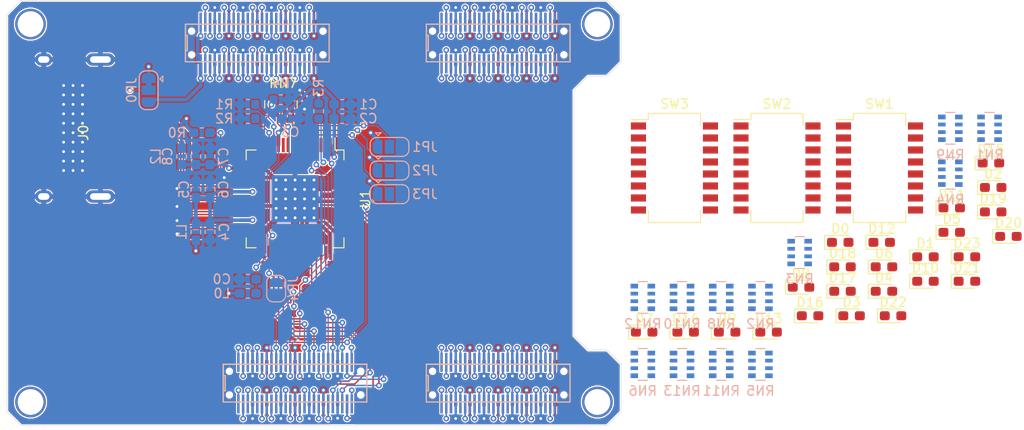
<source format=kicad_pcb>
(kicad_pcb (version 20171130) (host pcbnew "(5.1.5)-3")
  (layers (0 F.Cu signal) (31 B.Cu signal) (34 B.Paste user hide) (35 F.Paste user hide) (36 B.SilkS user) (37 F.SilkS user) (38 B.Mask user hide) (39 F.Mask user hide) (44 Edge.Cuts user))
  (net 0 "")
  (net 1 GNDREF)
  (net 2 /HDMI/CK-)
  (net 3 /HDMI/CK+)
  (net 4 /HDMI/D0-)
  (net 5 /HDMI/D0+)
  (net 6 /HDMI/D1-)
  (net 7 /HDMI/D1+)
  (net 8 /HDMI/D2-)
  (net 9 /HDMI/D2+)
  (net 10 +3V3)
  (net 11 +5V)
  (net 12 /HDMI/DK1)
  (net 13 /HDMI/DK2)
  (net 14 /HDMI/DK3)
  (net 15 /HDMI/ISEL)
  (net 16 "Net-(R3-Pad1)")
  (net 17 "Net-(R4-Pad1)")
  (net 18 /B3)
  (net 19 /B2)
  (net 20 /B1)
  (net 21 /B0)
  (net 22 /BTN4)
  (net 23 /BTN5)
  (net 24 /BTN6)
  (net 25 /CLK)
  (net 26 /DE)
  (net 27 /VS)
  (net 28 /HS)
  (net 29 /G3)
  (net 30 /G2)
  (net 31 /G1)
  (net 32 /G0)
  (net 33 /R3)
  (net 34 /R2)
  (net 35 /R1)
  (net 36 /R0)
  (net 37 /LED14)
  (net 38 /LED15)
  (net 39 /LED16)
  (net 40 /LED17)
  (net 41 /LED18)
  (net 42 /LED19)
  (net 43 /LED20)
  (net 44 /LED21)
  (net 45 /C6)
  (net 46 /C5)
  (net 47 /C0)
  (net 48 /C1)
  (net 49 /AN2)
  (net 50 /AN3)
  (net 51 /LED23)
  (net 52 /LED22)
  (net 53 /DP)
  (net 54 /C2)
  (net 55 /C3)
  (net 56 /C4)
  (net 57 /AN0)
  (net 58 /AN1)
  (net 59 /DIP23)
  (net 60 /DIP22)
  (net 61 /DIP14)
  (net 62 /DIP15)
  (net 63 /DIP16)
  (net 64 /DIP17)
  (net 65 /DIP18)
  (net 66 /DIP19)
  (net 67 /DIP20)
  (net 68 /DIP21)
  (net 69 /BTN3)
  (net 70 /BTN2)
  (net 71 /LED0)
  (net 72 /LED1)
  (net 73 /LED2)
  (net 74 /LED3)
  (net 75 /LED4)
  (net 76 /LED5)
  (net 77 /LED13)
  (net 78 /LED12)
  (net 79 /LED11)
  (net 80 /LED10)
  (net 81 /LED9)
  (net 82 /LED8)
  (net 83 /LED7)
  (net 84 /LED6)
  (net 85 /DIP13)
  (net 86 /DIP12)
  (net 87 /DIP11)
  (net 88 /DIP10)
  (net 89 /DIP9)
  (net 90 /DIP8)
  (net 91 /DIP7)
  (net 92 /DIP6)
  (net 93 /BTN1)
  (net 94 /BTN0)
  (net 95 /DIP0)
  (net 96 /DIP1)
  (net 97 /DIP2)
  (net 98 /DIP3)
  (net 99 /DIP4)
  (net 100 /DIP5)
  (net 101 "Net-(C0-Pad1)")
  (net 102 "Net-(C4-Pad1)")
  (net 103 "Net-(C7-Pad1)")
  (net 104 "Net-(D0-Pad1)")
  (net 105 "Net-(D1-Pad1)")
  (net 106 "Net-(D2-Pad1)")
  (net 107 "Net-(D3-Pad1)")
  (net 108 "Net-(D4-Pad1)")
  (net 109 "Net-(D5-Pad1)")
  (net 110 "Net-(D6-Pad1)")
  (net 111 "Net-(D7-Pad1)")
  (net 112 "Net-(D8-Pad1)")
  (net 113 "Net-(D9-Pad1)")
  (net 114 "Net-(D10-Pad1)")
  (net 115 "Net-(D11-Pad1)")
  (net 116 "Net-(D12-Pad1)")
  (net 117 "Net-(D13-Pad1)")
  (net 118 "Net-(D14-Pad1)")
  (net 119 "Net-(D15-Pad1)")
  (net 120 "Net-(D16-Pad1)")
  (net 121 "Net-(D17-Pad1)")
  (net 122 "Net-(D18-Pad1)")
  (net 123 "Net-(D19-Pad1)")
  (net 124 "Net-(D20-Pad1)")
  (net 125 "Net-(D21-Pad1)")
  (net 126 "Net-(D22-Pad1)")
  (net 127 "Net-(D23-Pad1)")
  (net 128 "Net-(J0-Pad16)")
  (net 129 "Net-(J0-Pad18)")
  (net 130 "Net-(J0-Pad15)")
  (net 131 "Net-(J0-Pad13)")
  (net 132 "Net-(J0-Pad14)")
  (net 133 "Net-(J0-Pad19)")
  (net 134 "Net-(JP4-Pad2)")
  (net 135 "Net-(R0-Pad2)")
  (net 136 "Net-(R2-Pad1)")
  (net 137 "Net-(RN5-Pad5)")
  (net 138 "Net-(RN7-Pad6)")
  (net 139 "Net-(RN7-Pad8)")
  (net 140 "Net-(RN8-Pad5)")
  (net 141 "Net-(RN8-Pad6)")
  (net 142 "Net-(RN8-Pad8)")
  (net 143 "Net-(RN8-Pad7)")
  (net 144 "Net-(RN9-Pad5)")
  (net 145 "Net-(RN9-Pad6)")
  (net 146 "Net-(RN9-Pad8)")
  (net 147 "Net-(RN9-Pad7)")
  (net 148 "Net-(RN10-Pad5)")
  (net 149 "Net-(RN10-Pad6)")
  (net 150 "Net-(RN10-Pad8)")
  (net 151 "Net-(RN10-Pad7)")
  (net 152 "Net-(RN11-Pad5)")
  (net 153 "Net-(RN11-Pad6)")
  (net 154 "Net-(RN11-Pad8)")
  (net 155 "Net-(RN11-Pad7)")
  (net 156 "Net-(RN12-Pad5)")
  (net 157 "Net-(RN12-Pad6)")
  (net 158 "Net-(RN12-Pad8)")
  (net 159 "Net-(RN12-Pad7)")
  (net 160 "Net-(RN13-Pad5)")
  (net 161 "Net-(RN13-Pad6)")
  (net 162 "Net-(RN13-Pad8)")
  (net 163 "Net-(RN13-Pad7)")
  (net 164 "Net-(U0-PadDB_1)")
  (net 165 "Net-(U0-PadDB_3)")
  (net 166 "Net-(U0-PadDB_14)")
  (net 167 "Net-(U0-PadDB_5)")
  (net 168 "Net-(U0-PadDB_2)")
  (net 169 "Net-(U0-PadDB_8)")
  (net 170 "Net-(U0-PadDB_9)")
  (net 171 "Net-(U0-PadDB_11)")
  (net 172 "Net-(U0-PadDB_6)")
  (net 173 "Net-(U0-PadDB_46)")
  (net 174 "Net-(U0-PadDB_43)")
  (net 175 "Net-(U0-PadDB_48)")
  (net 176 "Net-(U0-PadDB_12)")
  (net 177 "Net-(U0-PadDB_45)")
  (net 178 "Net-(U0-PadDB_49)")
  (net 179 "Net-(U0-PadDB_50)")
  (net 180 "Net-(U0-PadDB_40)")
  (net 181 "Net-(U0-PadDB_42)")
  (net 182 "Net-(U0-PadDB_30)")
  (net 183 "Net-(U0-PadDB_37)")
  (net 184 "Net-(U0-PadDB_33)")
  (net 185 "Net-(U0-PadDB_36)")
  (net 186 "Net-(U0-PadDB_34)")
  (net 187 "Net-(U0-PadDB_31)")
  (net 188 "Net-(U0-PadBB_50)")
  (net 189 "Net-(U0-PadBB_1)")
  (net 190 "Net-(U0-PadDB_28)")
  (net 191 "Net-(U0-PadDB_39)")
  (net 192 "Net-(U0-PadDB_27)")
  (net 193 "Net-(U0-PadCB_25)")
  (net 194 "Net-(U0-PadCB_15)")
  (net 195 "Net-(U0-PadCB_14)")
  (net 196 "Net-(U0-PadDB_23)")
  (net 197 "Net-(U0-PadDB_17)")
  (net 198 "Net-(U0-PadDB_18)")
  (net 199 "Net-(U0-PadDB_15)")
  (net 200 "Net-(U0-PadCB_17)")
  (net 201 "Net-(U0-PadDB_21)")
  (net 202 "Net-(U0-PadDB_20)")
  (net 203 "Net-(U0-PadDB_24)")
  (net 204 "Net-(U0-PadCB_5)")
  (net 205 "Net-(U0-PadCB_6)")
  (net 206 "Net-(U0-PadCB_26)")
  (net 207 "Net-(U0-PadCB_2)")
  (net 208 "Net-(U0-PadCB_18)")
  (net 209 "Net-(U0-PadCB_8)")
  (net 210 "Net-(U0-PadCB_1)")
  (net 211 "Net-(U0-PadCB_3)")
  (net 212 "Net-(U0-PadCB_9)")
  (net 213 "Net-(U0-PadCB_45)")
  (net 214 "Net-(U0-PadCB_50)")
  (net 215 "Net-(U0-PadCB_32)")
  (net 216 "Net-(U0-PadCB_12)")
  (net 217 "Net-(U0-PadCB_11)")
  (net 218 "Net-(U1-Pad49)")
  (net 219 "Net-(U1-Pad11)")
  (module Button_Switch_SMD:SW_DIP_SPSTx08_Slide_Copal_CHS-08B_W7.62mm_P1.27mm (layer F.Cu) (at 82.655 29.73)
    (fp_text reference SW3 (at 0 -6.775) (layer F.SilkS))
    (fp_text value SW_DIP_x08)
    (pad 16 smd rect (at 3.81 -4.445) (size 1.6 0.76) (layers F.Cu F.Paste F.Mask) (net 160 "Net-(RN13-Pad5)"))
    (pad 8 smd rect (at -3.81 4.445) (size 1.6 0.76) (layers F.Cu F.Paste F.Mask) (net 63 /DIP16))
    (pad 15 smd rect (at 3.81 -3.175) (size 1.6 0.76) (layers F.Cu F.Paste F.Mask) (net 161 "Net-(RN13-Pad6)"))
    (pad 7 smd rect (at -3.81 3.175) (size 1.6 0.76) (layers F.Cu F.Paste F.Mask) (net 64 /DIP17))
    (pad 14 smd rect (at 3.81 -1.905) (size 1.6 0.76) (layers F.Cu F.Paste F.Mask) (net 163 "Net-(RN13-Pad7)"))
    (pad 6 smd rect (at -3.81 1.905) (size 1.6 0.76) (layers F.Cu F.Paste F.Mask) (net 65 /DIP18))
    (pad 13 smd rect (at 3.81 -0.635) (size 1.6 0.76) (layers F.Cu F.Paste F.Mask) (net 162 "Net-(RN13-Pad8)"))
    (pad 5 smd rect (at -3.81 0.635) (size 1.6 0.76) (layers F.Cu F.Paste F.Mask) (net 66 /DIP19))
    (pad 12 smd rect (at 3.81 0.635) (size 1.6 0.76) (layers F.Cu F.Paste F.Mask) (net 156 "Net-(RN12-Pad5)"))
    (pad 4 smd rect (at -3.81 -0.635) (size 1.6 0.76) (layers F.Cu F.Paste F.Mask) (net 67 /DIP20))
    (pad 11 smd rect (at 3.81 1.905) (size 1.6 0.76) (layers F.Cu F.Paste F.Mask) (net 157 "Net-(RN12-Pad6)"))
    (pad 3 smd rect (at -3.81 -1.905) (size 1.6 0.76) (layers F.Cu F.Paste F.Mask) (net 68 /DIP21))
    (pad 10 smd rect (at 3.81 3.175) (size 1.6 0.76) (layers F.Cu F.Paste F.Mask) (net 159 "Net-(RN12-Pad7)"))
    (pad 2 smd rect (at -3.81 -3.175) (size 1.6 0.76) (layers F.Cu F.Paste F.Mask) (net 60 /DIP22))
    (pad 9 smd rect (at 3.81 4.445) (size 1.6 0.76) (layers F.Cu F.Paste F.Mask) (net 158 "Net-(RN12-Pad8)"))
    (pad 1 smd rect (at -3.81 -4.445) (size 1.6 0.76) (layers F.Cu F.Paste F.Mask) (net 59 /DIP23))
  )
  (module Button_Switch_SMD:SW_DIP_SPSTx08_Slide_Copal_CHS-08B_W7.62mm_P1.27mm (layer F.Cu) (at 93.505 29.73)
    (fp_text reference SW2 (at 0 -6.775) (layer F.SilkS))
    (fp_text value SW_DIP_x08)
    (pad 16 smd rect (at 3.81 -4.445) (size 1.6 0.76) (layers F.Cu F.Paste F.Mask) (net 152 "Net-(RN11-Pad5)"))
    (pad 8 smd rect (at -3.81 4.445) (size 1.6 0.76) (layers F.Cu F.Paste F.Mask) (net 90 /DIP8))
    (pad 15 smd rect (at 3.81 -3.175) (size 1.6 0.76) (layers F.Cu F.Paste F.Mask) (net 153 "Net-(RN11-Pad6)"))
    (pad 7 smd rect (at -3.81 3.175) (size 1.6 0.76) (layers F.Cu F.Paste F.Mask) (net 89 /DIP9))
    (pad 14 smd rect (at 3.81 -1.905) (size 1.6 0.76) (layers F.Cu F.Paste F.Mask) (net 155 "Net-(RN11-Pad7)"))
    (pad 6 smd rect (at -3.81 1.905) (size 1.6 0.76) (layers F.Cu F.Paste F.Mask) (net 88 /DIP10))
    (pad 13 smd rect (at 3.81 -0.635) (size 1.6 0.76) (layers F.Cu F.Paste F.Mask) (net 154 "Net-(RN11-Pad8)"))
    (pad 5 smd rect (at -3.81 0.635) (size 1.6 0.76) (layers F.Cu F.Paste F.Mask) (net 87 /DIP11))
    (pad 12 smd rect (at 3.81 0.635) (size 1.6 0.76) (layers F.Cu F.Paste F.Mask) (net 148 "Net-(RN10-Pad5)"))
    (pad 4 smd rect (at -3.81 -0.635) (size 1.6 0.76) (layers F.Cu F.Paste F.Mask) (net 86 /DIP12))
    (pad 11 smd rect (at 3.81 1.905) (size 1.6 0.76) (layers F.Cu F.Paste F.Mask) (net 149 "Net-(RN10-Pad6)"))
    (pad 3 smd rect (at -3.81 -1.905) (size 1.6 0.76) (layers F.Cu F.Paste F.Mask) (net 85 /DIP13))
    (pad 10 smd rect (at 3.81 3.175) (size 1.6 0.76) (layers F.Cu F.Paste F.Mask) (net 151 "Net-(RN10-Pad7)"))
    (pad 2 smd rect (at -3.81 -3.175) (size 1.6 0.76) (layers F.Cu F.Paste F.Mask) (net 61 /DIP14))
    (pad 9 smd rect (at 3.81 4.445) (size 1.6 0.76) (layers F.Cu F.Paste F.Mask) (net 150 "Net-(RN10-Pad8)"))
    (pad 1 smd rect (at -3.81 -4.445) (size 1.6 0.76) (layers F.Cu F.Paste F.Mask) (net 62 /DIP15))
  )
  (module Button_Switch_SMD:SW_DIP_SPSTx08_Slide_Copal_CHS-08B_W7.62mm_P1.27mm (layer F.Cu) (at 104.355 29.73)
    (fp_text reference SW1 (at 0 -6.775) (layer F.SilkS))
    (fp_text value SW_DIP_x08)
    (pad 16 smd rect (at 3.81 -4.445) (size 1.6 0.76) (layers F.Cu F.Paste F.Mask) (net 144 "Net-(RN9-Pad5)"))
    (pad 8 smd rect (at -3.81 4.445) (size 1.6 0.76) (layers F.Cu F.Paste F.Mask) (net 95 /DIP0))
    (pad 15 smd rect (at 3.81 -3.175) (size 1.6 0.76) (layers F.Cu F.Paste F.Mask) (net 145 "Net-(RN9-Pad6)"))
    (pad 7 smd rect (at -3.81 3.175) (size 1.6 0.76) (layers F.Cu F.Paste F.Mask) (net 96 /DIP1))
    (pad 14 smd rect (at 3.81 -1.905) (size 1.6 0.76) (layers F.Cu F.Paste F.Mask) (net 147 "Net-(RN9-Pad7)"))
    (pad 6 smd rect (at -3.81 1.905) (size 1.6 0.76) (layers F.Cu F.Paste F.Mask) (net 97 /DIP2))
    (pad 13 smd rect (at 3.81 -0.635) (size 1.6 0.76) (layers F.Cu F.Paste F.Mask) (net 146 "Net-(RN9-Pad8)"))
    (pad 5 smd rect (at -3.81 0.635) (size 1.6 0.76) (layers F.Cu F.Paste F.Mask) (net 98 /DIP3))
    (pad 12 smd rect (at 3.81 0.635) (size 1.6 0.76) (layers F.Cu F.Paste F.Mask) (net 140 "Net-(RN8-Pad5)"))
    (pad 4 smd rect (at -3.81 -0.635) (size 1.6 0.76) (layers F.Cu F.Paste F.Mask) (net 99 /DIP4))
    (pad 11 smd rect (at 3.81 1.905) (size 1.6 0.76) (layers F.Cu F.Paste F.Mask) (net 141 "Net-(RN8-Pad6)"))
    (pad 3 smd rect (at -3.81 -1.905) (size 1.6 0.76) (layers F.Cu F.Paste F.Mask) (net 100 /DIP5))
    (pad 10 smd rect (at 3.81 3.175) (size 1.6 0.76) (layers F.Cu F.Paste F.Mask) (net 143 "Net-(RN8-Pad7)"))
    (pad 2 smd rect (at -3.81 -3.175) (size 1.6 0.76) (layers F.Cu F.Paste F.Mask) (net 92 /DIP6))
    (pad 9 smd rect (at 3.81 4.445) (size 1.6 0.76) (layers F.Cu F.Paste F.Mask) (net 142 "Net-(RN8-Pad8)"))
    (pad 1 smd rect (at -3.81 -4.445) (size 1.6 0.76) (layers F.Cu F.Paste F.Mask) (net 91 /DIP7))
  )
  (module Resistor_SMD:R_Array_Convex_4x0603 (layer B.Cu) (at 83.455 50.52)
    (fp_text reference RN13 (at 0 2.8) (layer B.SilkS) (effects (justify mirror)))
    (fp_text value R_Pack04)
    (pad 5 smd rect (at 0.9 -1.2) (size 0.8 0.5) (layers B.Cu B.Paste B.Mask) (net 160 "Net-(RN13-Pad5)"))
    (pad 6 smd rect (at 0.9 -0.4) (size 0.8 0.4) (layers B.Cu B.Paste B.Mask) (net 161 "Net-(RN13-Pad6)"))
    (pad 8 smd rect (at 0.9 1.2) (size 0.8 0.5) (layers B.Cu B.Paste B.Mask) (net 162 "Net-(RN13-Pad8)"))
    (pad 7 smd rect (at 0.9 0.4) (size 0.8 0.4) (layers B.Cu B.Paste B.Mask) (net 163 "Net-(RN13-Pad7)"))
    (pad 4 smd rect (at -0.9 -1.2) (size 0.8 0.5) (layers B.Cu B.Paste B.Mask) (net 1 GNDREF))
    (pad 2 smd rect (at -0.9 0.4) (size 0.8 0.4) (layers B.Cu B.Paste B.Mask) (net 1 GNDREF))
    (pad 3 smd rect (at -0.9 -0.4) (size 0.8 0.4) (layers B.Cu B.Paste B.Mask) (net 1 GNDREF))
    (pad 1 smd rect (at -0.9 1.2) (size 0.8 0.5) (layers B.Cu B.Paste B.Mask) (net 1 GNDREF))
  )
  (module Resistor_SMD:R_Array_Convex_4x0603 (layer B.Cu) (at 79.305 43.43)
    (fp_text reference RN12 (at 0 2.8) (layer B.SilkS) (effects (justify mirror)))
    (fp_text value R_Pack04)
    (pad 5 smd rect (at 0.9 -1.2) (size 0.8 0.5) (layers B.Cu B.Paste B.Mask) (net 156 "Net-(RN12-Pad5)"))
    (pad 6 smd rect (at 0.9 -0.4) (size 0.8 0.4) (layers B.Cu B.Paste B.Mask) (net 157 "Net-(RN12-Pad6)"))
    (pad 8 smd rect (at 0.9 1.2) (size 0.8 0.5) (layers B.Cu B.Paste B.Mask) (net 158 "Net-(RN12-Pad8)"))
    (pad 7 smd rect (at 0.9 0.4) (size 0.8 0.4) (layers B.Cu B.Paste B.Mask) (net 159 "Net-(RN12-Pad7)"))
    (pad 4 smd rect (at -0.9 -1.2) (size 0.8 0.5) (layers B.Cu B.Paste B.Mask) (net 1 GNDREF))
    (pad 2 smd rect (at -0.9 0.4) (size 0.8 0.4) (layers B.Cu B.Paste B.Mask) (net 1 GNDREF))
    (pad 3 smd rect (at -0.9 -0.4) (size 0.8 0.4) (layers B.Cu B.Paste B.Mask) (net 1 GNDREF))
    (pad 1 smd rect (at -0.9 1.2) (size 0.8 0.5) (layers B.Cu B.Paste B.Mask) (net 1 GNDREF))
  )
  (module Resistor_SMD:R_Array_Convex_4x0603 (layer B.Cu) (at 87.605 50.52)
    (fp_text reference RN11 (at 0 2.8) (layer B.SilkS) (effects (justify mirror)))
    (fp_text value R_Pack04)
    (pad 5 smd rect (at 0.9 -1.2) (size 0.8 0.5) (layers B.Cu B.Paste B.Mask) (net 152 "Net-(RN11-Pad5)"))
    (pad 6 smd rect (at 0.9 -0.4) (size 0.8 0.4) (layers B.Cu B.Paste B.Mask) (net 153 "Net-(RN11-Pad6)"))
    (pad 8 smd rect (at 0.9 1.2) (size 0.8 0.5) (layers B.Cu B.Paste B.Mask) (net 154 "Net-(RN11-Pad8)"))
    (pad 7 smd rect (at 0.9 0.4) (size 0.8 0.4) (layers B.Cu B.Paste B.Mask) (net 155 "Net-(RN11-Pad7)"))
    (pad 4 smd rect (at -0.9 -1.2) (size 0.8 0.5) (layers B.Cu B.Paste B.Mask) (net 1 GNDREF))
    (pad 2 smd rect (at -0.9 0.4) (size 0.8 0.4) (layers B.Cu B.Paste B.Mask) (net 1 GNDREF))
    (pad 3 smd rect (at -0.9 -0.4) (size 0.8 0.4) (layers B.Cu B.Paste B.Mask) (net 1 GNDREF))
    (pad 1 smd rect (at -0.9 1.2) (size 0.8 0.5) (layers B.Cu B.Paste B.Mask) (net 1 GNDREF))
  )
  (module Resistor_SMD:R_Array_Convex_4x0603 (layer B.Cu) (at 83.455 43.43)
    (fp_text reference RN10 (at 0 2.8) (layer B.SilkS) (effects (justify mirror)))
    (fp_text value R_Pack04)
    (pad 5 smd rect (at 0.9 -1.2) (size 0.8 0.5) (layers B.Cu B.Paste B.Mask) (net 148 "Net-(RN10-Pad5)"))
    (pad 6 smd rect (at 0.9 -0.4) (size 0.8 0.4) (layers B.Cu B.Paste B.Mask) (net 149 "Net-(RN10-Pad6)"))
    (pad 8 smd rect (at 0.9 1.2) (size 0.8 0.5) (layers B.Cu B.Paste B.Mask) (net 150 "Net-(RN10-Pad8)"))
    (pad 7 smd rect (at 0.9 0.4) (size 0.8 0.4) (layers B.Cu B.Paste B.Mask) (net 151 "Net-(RN10-Pad7)"))
    (pad 4 smd rect (at -0.9 -1.2) (size 0.8 0.5) (layers B.Cu B.Paste B.Mask) (net 1 GNDREF))
    (pad 2 smd rect (at -0.9 0.4) (size 0.8 0.4) (layers B.Cu B.Paste B.Mask) (net 1 GNDREF))
    (pad 3 smd rect (at -0.9 -0.4) (size 0.8 0.4) (layers B.Cu B.Paste B.Mask) (net 1 GNDREF))
    (pad 1 smd rect (at -0.9 1.2) (size 0.8 0.5) (layers B.Cu B.Paste B.Mask) (net 1 GNDREF))
  )
  (module Resistor_SMD:R_Array_Convex_4x0603 (layer B.Cu) (at 111.855 25.53)
    (fp_text reference RN9 (at 0 2.8) (layer B.SilkS) (effects (justify mirror)))
    (fp_text value R_Pack04)
    (pad 5 smd rect (at 0.9 -1.2) (size 0.8 0.5) (layers B.Cu B.Paste B.Mask) (net 144 "Net-(RN9-Pad5)"))
    (pad 6 smd rect (at 0.9 -0.4) (size 0.8 0.4) (layers B.Cu B.Paste B.Mask) (net 145 "Net-(RN9-Pad6)"))
    (pad 8 smd rect (at 0.9 1.2) (size 0.8 0.5) (layers B.Cu B.Paste B.Mask) (net 146 "Net-(RN9-Pad8)"))
    (pad 7 smd rect (at 0.9 0.4) (size 0.8 0.4) (layers B.Cu B.Paste B.Mask) (net 147 "Net-(RN9-Pad7)"))
    (pad 4 smd rect (at -0.9 -1.2) (size 0.8 0.5) (layers B.Cu B.Paste B.Mask) (net 1 GNDREF))
    (pad 2 smd rect (at -0.9 0.4) (size 0.8 0.4) (layers B.Cu B.Paste B.Mask) (net 1 GNDREF))
    (pad 3 smd rect (at -0.9 -0.4) (size 0.8 0.4) (layers B.Cu B.Paste B.Mask) (net 1 GNDREF))
    (pad 1 smd rect (at -0.9 1.2) (size 0.8 0.5) (layers B.Cu B.Paste B.Mask) (net 1 GNDREF))
  )
  (module Resistor_SMD:R_Array_Convex_4x0603 (layer B.Cu) (at 87.605 43.43)
    (fp_text reference RN8 (at 0 2.8) (layer B.SilkS) (effects (justify mirror)))
    (fp_text value R_Pack04)
    (pad 5 smd rect (at 0.9 -1.2) (size 0.8 0.5) (layers B.Cu B.Paste B.Mask) (net 140 "Net-(RN8-Pad5)"))
    (pad 6 smd rect (at 0.9 -0.4) (size 0.8 0.4) (layers B.Cu B.Paste B.Mask) (net 141 "Net-(RN8-Pad6)"))
    (pad 8 smd rect (at 0.9 1.2) (size 0.8 0.5) (layers B.Cu B.Paste B.Mask) (net 142 "Net-(RN8-Pad8)"))
    (pad 7 smd rect (at 0.9 0.4) (size 0.8 0.4) (layers B.Cu B.Paste B.Mask) (net 143 "Net-(RN8-Pad7)"))
    (pad 4 smd rect (at -0.9 -1.2) (size 0.8 0.5) (layers B.Cu B.Paste B.Mask) (net 1 GNDREF))
    (pad 2 smd rect (at -0.9 0.4) (size 0.8 0.4) (layers B.Cu B.Paste B.Mask) (net 1 GNDREF))
    (pad 3 smd rect (at -0.9 -0.4) (size 0.8 0.4) (layers B.Cu B.Paste B.Mask) (net 1 GNDREF))
    (pad 1 smd rect (at -0.9 1.2) (size 0.8 0.5) (layers B.Cu B.Paste B.Mask) (net 1 GNDREF))
  )
  (module Resistor_SMD:R_Array_Convex_4x0603 (layer B.Cu) (at 79.305 50.52)
    (fp_text reference RN6 (at 0 2.8) (layer B.SilkS) (effects (justify mirror)))
    (fp_text value R_Pack04)
    (pad 5 smd rect (at 0.9 -1.2) (size 0.8 0.5) (layers B.Cu B.Paste B.Mask) (net 127 "Net-(D23-Pad1)"))
    (pad 6 smd rect (at 0.9 -0.4) (size 0.8 0.4) (layers B.Cu B.Paste B.Mask) (net 126 "Net-(D22-Pad1)"))
    (pad 8 smd rect (at 0.9 1.2) (size 0.8 0.5) (layers B.Cu B.Paste B.Mask) (net 124 "Net-(D20-Pad1)"))
    (pad 7 smd rect (at 0.9 0.4) (size 0.8 0.4) (layers B.Cu B.Paste B.Mask) (net 125 "Net-(D21-Pad1)"))
    (pad 4 smd rect (at -0.9 -1.2) (size 0.8 0.5) (layers B.Cu B.Paste B.Mask) (net 1 GNDREF))
    (pad 2 smd rect (at -0.9 0.4) (size 0.8 0.4) (layers B.Cu B.Paste B.Mask) (net 1 GNDREF))
    (pad 3 smd rect (at -0.9 -0.4) (size 0.8 0.4) (layers B.Cu B.Paste B.Mask) (net 1 GNDREF))
    (pad 1 smd rect (at -0.9 1.2) (size 0.8 0.5) (layers B.Cu B.Paste B.Mask) (net 1 GNDREF))
  )
  (module Resistor_SMD:R_Array_Convex_4x0603 (layer B.Cu) (at 91.755 50.52)
    (fp_text reference RN5 (at 0 2.8) (layer B.SilkS) (effects (justify mirror)))
    (fp_text value R_Pack04)
    (pad 5 smd rect (at 0.9 -1.2) (size 0.8 0.5) (layers B.Cu B.Paste B.Mask) (net 137 "Net-(RN5-Pad5)"))
    (pad 6 smd rect (at 0.9 -0.4) (size 0.8 0.4) (layers B.Cu B.Paste B.Mask) (net 122 "Net-(D18-Pad1)"))
    (pad 8 smd rect (at 0.9 1.2) (size 0.8 0.5) (layers B.Cu B.Paste B.Mask) (net 120 "Net-(D16-Pad1)"))
    (pad 7 smd rect (at 0.9 0.4) (size 0.8 0.4) (layers B.Cu B.Paste B.Mask) (net 121 "Net-(D17-Pad1)"))
    (pad 4 smd rect (at -0.9 -1.2) (size 0.8 0.5) (layers B.Cu B.Paste B.Mask) (net 1 GNDREF))
    (pad 2 smd rect (at -0.9 0.4) (size 0.8 0.4) (layers B.Cu B.Paste B.Mask) (net 1 GNDREF))
    (pad 3 smd rect (at -0.9 -0.4) (size 0.8 0.4) (layers B.Cu B.Paste B.Mask) (net 1 GNDREF))
    (pad 1 smd rect (at -0.9 1.2) (size 0.8 0.5) (layers B.Cu B.Paste B.Mask) (net 1 GNDREF))
  )
  (module Resistor_SMD:R_Array_Convex_4x0603 (layer B.Cu) (at 111.855 30.28)
    (fp_text reference RN4 (at 0 2.8) (layer B.SilkS) (effects (justify mirror)))
    (fp_text value R_Pack04)
    (pad 5 smd rect (at 0.9 -1.2) (size 0.8 0.5) (layers B.Cu B.Paste B.Mask) (net 119 "Net-(D15-Pad1)"))
    (pad 6 smd rect (at 0.9 -0.4) (size 0.8 0.4) (layers B.Cu B.Paste B.Mask) (net 118 "Net-(D14-Pad1)"))
    (pad 8 smd rect (at 0.9 1.2) (size 0.8 0.5) (layers B.Cu B.Paste B.Mask) (net 116 "Net-(D12-Pad1)"))
    (pad 7 smd rect (at 0.9 0.4) (size 0.8 0.4) (layers B.Cu B.Paste B.Mask) (net 117 "Net-(D13-Pad1)"))
    (pad 4 smd rect (at -0.9 -1.2) (size 0.8 0.5) (layers B.Cu B.Paste B.Mask) (net 1 GNDREF))
    (pad 2 smd rect (at -0.9 0.4) (size 0.8 0.4) (layers B.Cu B.Paste B.Mask) (net 1 GNDREF))
    (pad 3 smd rect (at -0.9 -0.4) (size 0.8 0.4) (layers B.Cu B.Paste B.Mask) (net 1 GNDREF))
    (pad 1 smd rect (at -0.9 1.2) (size 0.8 0.5) (layers B.Cu B.Paste B.Mask) (net 1 GNDREF))
  )
  (module Resistor_SMD:R_Array_Convex_4x0603 (layer B.Cu) (at 95.905 38.68)
    (fp_text reference RN3 (at 0 2.8) (layer B.SilkS) (effects (justify mirror)))
    (fp_text value R_Pack04)
    (pad 5 smd rect (at 0.9 -1.2) (size 0.8 0.5) (layers B.Cu B.Paste B.Mask) (net 115 "Net-(D11-Pad1)"))
    (pad 6 smd rect (at 0.9 -0.4) (size 0.8 0.4) (layers B.Cu B.Paste B.Mask) (net 114 "Net-(D10-Pad1)"))
    (pad 8 smd rect (at 0.9 1.2) (size 0.8 0.5) (layers B.Cu B.Paste B.Mask) (net 112 "Net-(D8-Pad1)"))
    (pad 7 smd rect (at 0.9 0.4) (size 0.8 0.4) (layers B.Cu B.Paste B.Mask) (net 113 "Net-(D9-Pad1)"))
    (pad 4 smd rect (at -0.9 -1.2) (size 0.8 0.5) (layers B.Cu B.Paste B.Mask) (net 1 GNDREF))
    (pad 2 smd rect (at -0.9 0.4) (size 0.8 0.4) (layers B.Cu B.Paste B.Mask) (net 1 GNDREF))
    (pad 3 smd rect (at -0.9 -0.4) (size 0.8 0.4) (layers B.Cu B.Paste B.Mask) (net 1 GNDREF))
    (pad 1 smd rect (at -0.9 1.2) (size 0.8 0.5) (layers B.Cu B.Paste B.Mask) (net 1 GNDREF))
  )
  (module Resistor_SMD:R_Array_Convex_4x0603 (layer B.Cu) (at 91.755 43.43)
    (fp_text reference RN2 (at 0 2.8) (layer B.SilkS) (effects (justify mirror)))
    (fp_text value R_Pack04)
    (pad 5 smd rect (at 0.9 -1.2) (size 0.8 0.5) (layers B.Cu B.Paste B.Mask) (net 111 "Net-(D7-Pad1)"))
    (pad 6 smd rect (at 0.9 -0.4) (size 0.8 0.4) (layers B.Cu B.Paste B.Mask) (net 110 "Net-(D6-Pad1)"))
    (pad 8 smd rect (at 0.9 1.2) (size 0.8 0.5) (layers B.Cu B.Paste B.Mask) (net 108 "Net-(D4-Pad1)"))
    (pad 7 smd rect (at 0.9 0.4) (size 0.8 0.4) (layers B.Cu B.Paste B.Mask) (net 109 "Net-(D5-Pad1)"))
    (pad 4 smd rect (at -0.9 -1.2) (size 0.8 0.5) (layers B.Cu B.Paste B.Mask) (net 1 GNDREF))
    (pad 2 smd rect (at -0.9 0.4) (size 0.8 0.4) (layers B.Cu B.Paste B.Mask) (net 1 GNDREF))
    (pad 3 smd rect (at -0.9 -0.4) (size 0.8 0.4) (layers B.Cu B.Paste B.Mask) (net 1 GNDREF))
    (pad 1 smd rect (at -0.9 1.2) (size 0.8 0.5) (layers B.Cu B.Paste B.Mask) (net 1 GNDREF))
  )
  (module Resistor_SMD:R_Array_Convex_4x0603 (layer B.Cu) (at 116.005 25.53)
    (fp_text reference RN1 (at 0 2.8) (layer B.SilkS) (effects (justify mirror)))
    (fp_text value R_Pack04)
    (pad 5 smd rect (at 0.9 -1.2) (size 0.8 0.5) (layers B.Cu B.Paste B.Mask) (net 107 "Net-(D3-Pad1)"))
    (pad 6 smd rect (at 0.9 -0.4) (size 0.8 0.4) (layers B.Cu B.Paste B.Mask) (net 106 "Net-(D2-Pad1)"))
    (pad 8 smd rect (at 0.9 1.2) (size 0.8 0.5) (layers B.Cu B.Paste B.Mask) (net 104 "Net-(D0-Pad1)"))
    (pad 7 smd rect (at 0.9 0.4) (size 0.8 0.4) (layers B.Cu B.Paste B.Mask) (net 105 "Net-(D1-Pad1)"))
    (pad 4 smd rect (at -0.9 -1.2) (size 0.8 0.5) (layers B.Cu B.Paste B.Mask) (net 1 GNDREF))
    (pad 2 smd rect (at -0.9 0.4) (size 0.8 0.4) (layers B.Cu B.Paste B.Mask) (net 1 GNDREF))
    (pad 3 smd rect (at -0.9 -0.4) (size 0.8 0.4) (layers B.Cu B.Paste B.Mask) (net 1 GNDREF))
    (pad 1 smd rect (at -0.9 1.2) (size 0.8 0.5) (layers B.Cu B.Paste B.Mask) (net 1 GNDREF))
  )
  (module LED_SMD:LED_0603_1608Metric_Pad1.05x0.95mm_HandSolder (layer F.Cu) (at 113.61 39.13)
    (fp_text reference D23 (at 0 -1.43) (layer F.SilkS))
    (fp_text value LED)
    (pad 2 smd roundrect (at 0.875 0) (size 1.05 0.95) (layers F.Cu F.Paste F.Mask) (net 51 /LED23))
    (pad 1 smd roundrect (at -0.875 0) (size 1.05 0.95) (layers F.Cu F.Paste F.Mask) (net 127 "Net-(D23-Pad1)"))
  )
  (module LED_SMD:LED_0603_1608Metric_Pad1.05x0.95mm_HandSolder (layer F.Cu) (at 105.79 45.37)
    (fp_text reference D22 (at 0 -1.43) (layer F.SilkS))
    (fp_text value LED)
    (pad 2 smd roundrect (at 0.875 0) (size 1.05 0.95) (layers F.Cu F.Paste F.Mask) (net 52 /LED22))
    (pad 1 smd roundrect (at -0.875 0) (size 1.05 0.95) (layers F.Cu F.Paste F.Mask) (net 126 "Net-(D22-Pad1)"))
  )
  (module LED_SMD:LED_0603_1608Metric_Pad1.05x0.95mm_HandSolder (layer F.Cu) (at 113.61 41.72)
    (fp_text reference D21 (at 0 -1.43) (layer F.SilkS))
    (fp_text value LED)
    (pad 2 smd roundrect (at 0.875 0) (size 1.05 0.95) (layers F.Cu F.Paste F.Mask) (net 44 /LED21))
    (pad 1 smd roundrect (at -0.875 0) (size 1.05 0.95) (layers F.Cu F.Paste F.Mask) (net 125 "Net-(D21-Pad1)"))
  )
  (module LED_SMD:LED_0603_1608Metric_Pad1.05x0.95mm_HandSolder (layer F.Cu) (at 118 36.97)
    (fp_text reference D20 (at 0 -1.43) (layer F.SilkS))
    (fp_text value LED)
    (pad 2 smd roundrect (at 0.875 0) (size 1.05 0.95) (layers F.Cu F.Paste F.Mask) (net 43 /LED20))
    (pad 1 smd roundrect (at -0.875 0) (size 1.05 0.95) (layers F.Cu F.Paste F.Mask) (net 124 "Net-(D20-Pad1)"))
  )
  (module LED_SMD:LED_0603_1608Metric_Pad1.05x0.95mm_HandSolder (layer F.Cu) (at 116.39 34.38)
    (fp_text reference D19 (at 0 -1.43) (layer F.SilkS))
    (fp_text value LED)
    (pad 2 smd roundrect (at 0.875 0) (size 1.05 0.95) (layers F.Cu F.Paste F.Mask) (net 42 /LED19))
    (pad 1 smd roundrect (at -0.875 0) (size 1.05 0.95) (layers F.Cu F.Paste F.Mask) (net 123 "Net-(D19-Pad1)"))
  )
  (module LED_SMD:LED_0603_1608Metric_Pad1.05x0.95mm_HandSolder (layer F.Cu) (at 100.44 40.19)
    (fp_text reference D18 (at 0 -1.43) (layer F.SilkS))
    (fp_text value LED)
    (pad 2 smd roundrect (at 0.875 0) (size 1.05 0.95) (layers F.Cu F.Paste F.Mask) (net 41 /LED18))
    (pad 1 smd roundrect (at -0.875 0) (size 1.05 0.95) (layers F.Cu F.Paste F.Mask) (net 122 "Net-(D18-Pad1)"))
  )
  (module LED_SMD:LED_0603_1608Metric_Pad1.05x0.95mm_HandSolder (layer F.Cu) (at 100.44 42.78)
    (fp_text reference D17 (at 0 -1.43) (layer F.SilkS))
    (fp_text value LED)
    (pad 2 smd roundrect (at 0.875 0) (size 1.05 0.95) (layers F.Cu F.Paste F.Mask) (net 40 /LED17))
    (pad 1 smd roundrect (at -0.875 0) (size 1.05 0.95) (layers F.Cu F.Paste F.Mask) (net 121 "Net-(D17-Pad1)"))
  )
  (module LED_SMD:LED_0603_1608Metric_Pad1.05x0.95mm_HandSolder (layer F.Cu) (at 97.01 45.37)
    (fp_text reference D16 (at 0 -1.43) (layer F.SilkS))
    (fp_text value LED)
    (pad 2 smd roundrect (at 0.875 0) (size 1.05 0.95) (layers F.Cu F.Paste F.Mask) (net 39 /LED16))
    (pad 1 smd roundrect (at -0.875 0) (size 1.05 0.95) (layers F.Cu F.Paste F.Mask) (net 120 "Net-(D16-Pad1)"))
  )
  (module LED_SMD:LED_0603_1608Metric_Pad1.05x0.95mm_HandSolder (layer F.Cu) (at 116.15 29.2)
    (fp_text reference D15 (at 0 -1.43) (layer F.SilkS))
    (fp_text value LED)
    (pad 2 smd roundrect (at 0.875 0) (size 1.05 0.95) (layers F.Cu F.Paste F.Mask) (net 38 /LED15))
    (pad 1 smd roundrect (at -0.875 0) (size 1.05 0.95) (layers F.Cu F.Paste F.Mask) (net 119 "Net-(D15-Pad1)"))
  )
  (module LED_SMD:LED_0603_1608Metric_Pad1.05x0.95mm_HandSolder (layer F.Cu) (at 83.84 47.1)
    (fp_text reference D14 (at 0 -1.43) (layer F.SilkS))
    (fp_text value LED)
    (pad 2 smd roundrect (at 0.875 0) (size 1.05 0.95) (layers F.Cu F.Paste F.Mask) (net 37 /LED14))
    (pad 1 smd roundrect (at -0.875 0) (size 1.05 0.95) (layers F.Cu F.Paste F.Mask) (net 118 "Net-(D14-Pad1)"))
  )
  (module LED_SMD:LED_0603_1608Metric_Pad1.05x0.95mm_HandSolder (layer F.Cu) (at 92.62 47.1)
    (fp_text reference D13 (at 0 -1.43) (layer F.SilkS))
    (fp_text value LED)
    (pad 2 smd roundrect (at 0.875 0) (size 1.05 0.95) (layers F.Cu F.Paste F.Mask) (net 77 /LED13))
    (pad 1 smd roundrect (at -0.875 0) (size 1.05 0.95) (layers F.Cu F.Paste F.Mask) (net 117 "Net-(D13-Pad1)"))
  )
  (module LED_SMD:LED_0603_1608Metric_Pad1.05x0.95mm_HandSolder (layer F.Cu) (at 104.59 37.6)
    (fp_text reference D12 (at 0 -1.43) (layer F.SilkS))
    (fp_text value LED)
    (pad 2 smd roundrect (at 0.875 0) (size 1.05 0.95) (layers F.Cu F.Paste F.Mask) (net 78 /LED12))
    (pad 1 smd roundrect (at -0.875 0) (size 1.05 0.95) (layers F.Cu F.Paste F.Mask) (net 116 "Net-(D12-Pad1)"))
  )
  (module LED_SMD:LED_0603_1608Metric_Pad1.05x0.95mm_HandSolder (layer F.Cu) (at 112 33.95)
    (fp_text reference D11 (at 0 -1.43) (layer F.SilkS))
    (fp_text value LED)
    (pad 2 smd roundrect (at 0.875 0) (size 1.05 0.95) (layers F.Cu F.Paste F.Mask) (net 79 /LED11))
    (pad 1 smd roundrect (at -0.875 0) (size 1.05 0.95) (layers F.Cu F.Paste F.Mask) (net 115 "Net-(D11-Pad1)"))
  )
  (module LED_SMD:LED_0603_1608Metric_Pad1.05x0.95mm_HandSolder (layer F.Cu) (at 109.22 41.72)
    (fp_text reference D10 (at 0 -1.43) (layer F.SilkS))
    (fp_text value LED)
    (pad 2 smd roundrect (at 0.875 0) (size 1.05 0.95) (layers F.Cu F.Paste F.Mask) (net 80 /LED10))
    (pad 1 smd roundrect (at -0.875 0) (size 1.05 0.95) (layers F.Cu F.Paste F.Mask) (net 114 "Net-(D10-Pad1)"))
  )
  (module LED_SMD:LED_0603_1608Metric_Pad1.05x0.95mm_HandSolder (layer F.Cu) (at 88.23 47.1)
    (fp_text reference D9 (at 0 -1.43) (layer F.SilkS))
    (fp_text value LED)
    (pad 2 smd roundrect (at 0.875 0) (size 1.05 0.95) (layers F.Cu F.Paste F.Mask) (net 81 /LED9))
    (pad 1 smd roundrect (at -0.875 0) (size 1.05 0.95) (layers F.Cu F.Paste F.Mask) (net 113 "Net-(D9-Pad1)"))
  )
  (module LED_SMD:LED_0603_1608Metric_Pad1.05x0.95mm_HandSolder (layer F.Cu) (at 96.05 42.35)
    (fp_text reference D8 (at 0 -1.43) (layer F.SilkS))
    (fp_text value LED)
    (pad 2 smd roundrect (at 0.875 0) (size 1.05 0.95) (layers F.Cu F.Paste F.Mask) (net 82 /LED8))
    (pad 1 smd roundrect (at -0.875 0) (size 1.05 0.95) (layers F.Cu F.Paste F.Mask) (net 112 "Net-(D8-Pad1)"))
  )
  (module LED_SMD:LED_0603_1608Metric_Pad1.05x0.95mm_HandSolder (layer F.Cu) (at 79.45 47.1)
    (fp_text reference D7 (at 0 -1.43) (layer F.SilkS))
    (fp_text value LED)
    (pad 2 smd roundrect (at 0.875 0) (size 1.05 0.95) (layers F.Cu F.Paste F.Mask) (net 83 /LED7))
    (pad 1 smd roundrect (at -0.875 0) (size 1.05 0.95) (layers F.Cu F.Paste F.Mask) (net 111 "Net-(D7-Pad1)"))
  )
  (module LED_SMD:LED_0603_1608Metric_Pad1.05x0.95mm_HandSolder (layer F.Cu) (at 104.83 40.19)
    (fp_text reference D6 (at 0 -1.43) (layer F.SilkS))
    (fp_text value LED)
    (pad 2 smd roundrect (at 0.875 0) (size 1.05 0.95) (layers F.Cu F.Paste F.Mask) (net 84 /LED6))
    (pad 1 smd roundrect (at -0.875 0) (size 1.05 0.95) (layers F.Cu F.Paste F.Mask) (net 110 "Net-(D6-Pad1)"))
  )
  (module LED_SMD:LED_0603_1608Metric_Pad1.05x0.95mm_HandSolder (layer F.Cu) (at 112 36.54)
    (fp_text reference D5 (at 0 -1.43) (layer F.SilkS))
    (fp_text value LED)
    (pad 2 smd roundrect (at 0.875 0) (size 1.05 0.95) (layers F.Cu F.Paste F.Mask) (net 76 /LED5))
    (pad 1 smd roundrect (at -0.875 0) (size 1.05 0.95) (layers F.Cu F.Paste F.Mask) (net 109 "Net-(D5-Pad1)"))
  )
  (module LED_SMD:LED_0603_1608Metric_Pad1.05x0.95mm_HandSolder (layer F.Cu) (at 104.83 42.78)
    (fp_text reference D4 (at 0 -1.43) (layer F.SilkS))
    (fp_text value LED)
    (pad 2 smd roundrect (at 0.875 0) (size 1.05 0.95) (layers F.Cu F.Paste F.Mask) (net 75 /LED4))
    (pad 1 smd roundrect (at -0.875 0) (size 1.05 0.95) (layers F.Cu F.Paste F.Mask) (net 108 "Net-(D4-Pad1)"))
  )
  (module LED_SMD:LED_0603_1608Metric_Pad1.05x0.95mm_HandSolder (layer F.Cu) (at 101.4 45.37)
    (fp_text reference D3 (at 0 -1.43) (layer F.SilkS))
    (fp_text value LED)
    (pad 2 smd roundrect (at 0.875 0) (size 1.05 0.95) (layers F.Cu F.Paste F.Mask) (net 74 /LED3))
    (pad 1 smd roundrect (at -0.875 0) (size 1.05 0.95) (layers F.Cu F.Paste F.Mask) (net 107 "Net-(D3-Pad1)"))
  )
  (module LED_SMD:LED_0603_1608Metric_Pad1.05x0.95mm_HandSolder (layer F.Cu) (at 116.39 31.79)
    (fp_text reference D2 (at 0 -1.43) (layer F.SilkS))
    (fp_text value LED)
    (pad 2 smd roundrect (at 0.875 0) (size 1.05 0.95) (layers F.Cu F.Paste F.Mask) (net 73 /LED2))
    (pad 1 smd roundrect (at -0.875 0) (size 1.05 0.95) (layers F.Cu F.Paste F.Mask) (net 106 "Net-(D2-Pad1)"))
  )
  (module LED_SMD:LED_0603_1608Metric_Pad1.05x0.95mm_HandSolder (layer F.Cu) (at 109.22 39.13)
    (fp_text reference D1 (at 0 -1.43) (layer F.SilkS))
    (fp_text value LED)
    (pad 2 smd roundrect (at 0.875 0) (size 1.05 0.95) (layers F.Cu F.Paste F.Mask) (net 72 /LED1))
    (pad 1 smd roundrect (at -0.875 0) (size 1.05 0.95) (layers F.Cu F.Paste F.Mask) (net 105 "Net-(D1-Pad1)"))
  )
  (module LED_SMD:LED_0603_1608Metric_Pad1.05x0.95mm_HandSolder (layer F.Cu) (at 100.2 37.6)
    (fp_text reference D0 (at 0 -1.43) (layer F.SilkS))
    (fp_text value LED)
    (pad 2 smd roundrect (at 0.875 0) (size 1.05 0.95) (layers F.Cu F.Paste F.Mask) (net 71 /LED0))
    (pad 1 smd roundrect (at -0.875 0) (size 1.05 0.95) (layers F.Cu F.Paste F.Mask) (net 104 "Net-(D0-Pad1)"))
  )
  (module Custom_Parts:Alchitry_Top_Bottom (layer F.Cu) (at 12 57)
    (fp_text reference U0 (at 0 0) (layer F.SilkS) (effects (font (size 0.787402 0.787402) (thickness 0.015))))
    (fp_text value boardmezzanine_new)
    (fp_circle (center 2.5 -2.5) (end 4 -2.5) (layer F.Cu) (width 0.254))
    (fp_circle (center 2.5 -42.5) (end 4 -42.5) (layer F.Cu) (width 0.254))
    (fp_circle (center 62.5 -42.5) (end 64 -42.5) (layer F.Cu) (width 0.254))
    (fp_circle (center 62.5 -2.5) (end 64 -2.5) (layer F.Cu) (width 0.254))
    (fp_circle (center 2.5 -2.5) (end 4 -2.5) (layer B.Cu) (width 0.254))
    (fp_circle (center 62.5 -42.5) (end 64 -42.5) (layer B.Cu) (width 0.254))
    (fp_circle (center 2.5 -42.5) (end 4 -42.5) (layer B.Cu) (width 0.254))
    (fp_circle (center 62.5 -2.5) (end 64 -2.5) (layer B.Cu) (width 0.254))
    (pad DB_1 smd rect (at 46 -2.3) (size 0.25 2) (layers B.Cu B.Paste B.Mask) (net 164 "Net-(U0-PadDB_1)"))
    (pad DB_3 smd rect (at 47 -2.3) (size 0.25 2) (layers B.Cu B.Paste B.Mask) (net 165 "Net-(U0-PadDB_3)"))
    (pad DB_14 smd rect (at 52.5 -2.3) (size 0.25 2) (layers B.Cu B.Paste B.Mask) (net 166 "Net-(U0-PadDB_14)"))
    (pad DB_5 smd rect (at 48 -2.3) (size 0.25 2) (layers B.Cu B.Paste B.Mask) (net 167 "Net-(U0-PadDB_5)"))
    (pad DB_2 smd rect (at 46.5 -2.3) (size 0.25 2) (layers B.Cu B.Paste B.Mask) (net 168 "Net-(U0-PadDB_2)"))
    (pad DB_7 smd rect (at 49 -2.3) (size 0.25 2) (layers B.Cu B.Paste B.Mask) (net 10 +3V3))
    (pad DB_4 smd rect (at 47.5 -2.3) (size 0.25 2) (layers B.Cu B.Paste B.Mask) (net 1 GNDREF))
    (pad DB_8 smd rect (at 49.5 -2.3) (size 0.25 2) (layers B.Cu B.Paste B.Mask) (net 169 "Net-(U0-PadDB_8)"))
    (pad DB_9 smd rect (at 50 -2.3) (size 0.25 2) (layers B.Cu B.Paste B.Mask) (net 170 "Net-(U0-PadDB_9)"))
    (pad DB_11 smd rect (at 51 -2.3) (size 0.25 2) (layers B.Cu B.Paste B.Mask) (net 171 "Net-(U0-PadDB_11)"))
    (pad DB_6 smd rect (at 48.5 -2.3) (size 0.25 2) (layers B.Cu B.Paste B.Mask) (net 172 "Net-(U0-PadDB_6)"))
    (pad DB_10 smd rect (at 50.5 -2.3) (size 0.25 2) (layers B.Cu B.Paste B.Mask) (net 1 GNDREF))
    (pad DB_47 smd rect (at 47.5 -6.7) (size 0.25 2) (layers B.Cu B.Paste B.Mask) (net 1 GNDREF))
    (pad DB_46 smd rect (at 48 -6.7) (size 0.25 2) (layers B.Cu B.Paste B.Mask) (net 173 "Net-(U0-PadDB_46)"))
    (pad DB_43 smd rect (at 49.5 -6.7) (size 0.25 2) (layers B.Cu B.Paste B.Mask) (net 174 "Net-(U0-PadDB_43)"))
    (pad DB_48 smd rect (at 47 -6.7) (size 0.25 2) (layers B.Cu B.Paste B.Mask) (net 175 "Net-(U0-PadDB_48)"))
    (pad DB_12 smd rect (at 51.5 -2.3) (size 0.25 2) (layers B.Cu B.Paste B.Mask) (net 176 "Net-(U0-PadDB_12)"))
    (pad DB_13 smd rect (at 52 -2.3) (size 0.25 2) (layers B.Cu B.Paste B.Mask) (net 10 +3V3))
    (pad DB_45 smd rect (at 48.5 -6.7) (size 0.25 2) (layers B.Cu B.Paste B.Mask) (net 177 "Net-(U0-PadDB_45)"))
    (pad DB_49 smd rect (at 46.5 -6.7) (size 0.25 2) (layers B.Cu B.Paste B.Mask) (net 178 "Net-(U0-PadDB_49)"))
    (pad DB_50 smd rect (at 46 -6.7) (size 0.25 2) (layers B.Cu B.Paste B.Mask) (net 179 "Net-(U0-PadDB_50)"))
    (pad DB_44 smd rect (at 49 -6.7) (size 0.25 2) (layers B.Cu B.Paste B.Mask) (net 10 +3V3))
    (pad DB_41 smd rect (at 50.5 -6.7) (size 0.25 2) (layers B.Cu B.Paste B.Mask) (net 1 GNDREF))
    (pad DB_40 smd rect (at 51 -6.7) (size 0.25 2) (layers B.Cu B.Paste B.Mask) (net 180 "Net-(U0-PadDB_40)"))
    (pad DB_42 smd rect (at 50 -6.7) (size 0.25 2) (layers B.Cu B.Paste B.Mask) (net 181 "Net-(U0-PadDB_42)"))
    (pad None np_thru_hole circle (at 58.95 -39.25) (size 0.55 0.55) (drill 0.55) (layers *.Cu *.Mask))
    (pad AB_18 smd rect (at 29 -38.3) (size 0.25 2) (layers B.Cu B.Paste B.Mask) (net 41 /LED18))
    (pad AB_22 smd rect (at 31 -38.3) (size 0.25 2) (layers B.Cu B.Paste B.Mask) (net 1 GNDREF))
    (pad AB_21 smd rect (at 30.5 -38.3) (size 0.25 2) (layers B.Cu B.Paste B.Mask) (net 39 /LED16))
    (pad AB_47 smd rect (at 22 -42.7) (size 0.25 2) (layers B.Cu B.Paste B.Mask) (net 1 GNDREF))
    (pad AB_46 smd rect (at 22.5 -42.7) (size 0.25 2) (layers B.Cu B.Paste B.Mask) (net 55 /C3))
    (pad AB_11 smd rect (at 25.5 -38.3) (size 0.25 2) (layers B.Cu B.Paste B.Mask) (net 51 /LED23))
    (pad AB_40 smd rect (at 25.5 -42.7) (size 0.25 2) (layers B.Cu B.Paste B.Mask) (net 59 /DIP23))
    (pad AB_26 smd rect (at 32.5 -42.7) (size 0.25 2) (layers B.Cu B.Paste B.Mask) (net 10 +3V3))
    (pad AB_9 smd rect (at 24.5 -38.3) (size 0.25 2) (layers B.Cu B.Paste B.Mask) (net 50 /AN3))
    (pad AB_49 smd rect (at 21 -42.7) (size 0.25 2) (layers B.Cu B.Paste B.Mask) (net 53 /DP))
    (pad AB_48 smd rect (at 21.5 -42.7) (size 0.25 2) (layers B.Cu B.Paste B.Mask) (net 54 /C2))
    (pad DB_35 smd rect (at 53.5 -6.7) (size 0.25 2) (layers B.Cu B.Paste B.Mask) (net 1 GNDREF))
    (pad AB_20 smd rect (at 30 -38.3) (size 0.25 2) (layers B.Cu B.Paste B.Mask) (net 40 /LED17))
    (pad AB_16 smd rect (at 28 -38.3) (size 0.25 2) (layers B.Cu B.Paste B.Mask) (net 1 GNDREF))
    (pad AB_42 smd rect (at 24.5 -42.7) (size 0.25 2) (layers B.Cu B.Paste B.Mask) (net 58 /AN1))
    (pad DB_30 smd rect (at 56 -6.7) (size 0.25 2) (layers B.Cu B.Paste B.Mask) (net 182 "Net-(U0-PadDB_30)"))
    (pad AB_4 smd rect (at 22 -38.3) (size 0.25 2) (layers B.Cu B.Paste B.Mask) (net 1 GNDREF))
    (pad AB_39 smd rect (at 26 -42.7) (size 0.25 2) (layers B.Cu B.Paste B.Mask) (net 60 /DIP22))
    (pad AB_29 smd rect (at 31 -42.7) (size 0.25 2) (layers B.Cu B.Paste B.Mask) (net 1 GNDREF))
    (pad AB_32 smd rect (at 29.5 -42.7) (size 0.25 2) (layers B.Cu B.Paste B.Mask) (net 10 +3V3))
    (pad AB_3 smd rect (at 21.5 -38.3) (size 0.25 2) (layers B.Cu B.Paste B.Mask) (net 46 /C5))
    (pad AB_17 smd rect (at 28.5 -38.3) (size 0.25 2) (layers B.Cu B.Paste B.Mask) (net 42 /LED19))
    (pad AB_24 smd rect (at 32 -38.3) (size 0.25 2) (layers B.Cu B.Paste B.Mask) (net 37 /LED14))
    (pad AB_45 smd rect (at 23 -42.7) (size 0.25 2) (layers B.Cu B.Paste B.Mask) (net 56 /C4))
    (pad AB_15 smd rect (at 27.5 -38.3) (size 0.25 2) (layers B.Cu B.Paste B.Mask) (net 43 /LED20))
    (pad DB_38 smd rect (at 52 -6.7) (size 0.25 2) (layers B.Cu B.Paste B.Mask) (net 10 +3V3))
    (pad None np_thru_hole circle (at 33.45 -39.25) (size 0.55 0.55) (drill 0.55) (layers *.Cu *.Mask))
    (pad AB_1 smd rect (at 20.5 -38.3) (size 0.25 2) (layers B.Cu B.Paste B.Mask) (net 11 +5V))
    (pad AB_10 smd rect (at 25 -38.3) (size 0.25 2) (layers B.Cu B.Paste B.Mask) (net 1 GNDREF))
    (pad AB_27 smd rect (at 32 -42.7) (size 0.25 2) (layers B.Cu B.Paste B.Mask) (net 61 /DIP14))
    (pad AB_30 smd rect (at 30.5 -42.7) (size 0.25 2) (layers B.Cu B.Paste B.Mask) (net 63 /DIP16))
    (pad AB_31 smd rect (at 30 -42.7) (size 0.25 2) (layers B.Cu B.Paste B.Mask) (net 64 /DIP17))
    (pad AB_33 smd rect (at 29 -42.7) (size 0.25 2) (layers B.Cu B.Paste B.Mask) (net 65 /DIP18))
    (pad DB_37 smd rect (at 52.5 -6.7) (size 0.25 2) (layers B.Cu B.Paste B.Mask) (net 183 "Net-(U0-PadDB_37)"))
    (pad DB_33 smd rect (at 54.5 -6.7) (size 0.25 2) (layers B.Cu B.Paste B.Mask) (net 184 "Net-(U0-PadDB_33)"))
    (pad AB_12 smd rect (at 26 -38.3) (size 0.25 2) (layers B.Cu B.Paste B.Mask) (net 52 /LED22))
    (pad DB_36 smd rect (at 53 -6.7) (size 0.25 2) (layers B.Cu B.Paste B.Mask) (net 185 "Net-(U0-PadDB_36)"))
    (pad AB_25 smd rect (at 32.5 -38.3) (size 0.25 2) (layers B.Cu B.Paste B.Mask) (net 10 +3V3))
    (pad AB_35 smd rect (at 28 -42.7) (size 0.25 2) (layers B.Cu B.Paste B.Mask) (net 1 GNDREF))
    (pad AB_36 smd rect (at 27.5 -42.7) (size 0.25 2) (layers B.Cu B.Paste B.Mask) (net 67 /DIP20))
    (pad DB_32 smd rect (at 55 -6.7) (size 0.25 2) (layers B.Cu B.Paste B.Mask) (net 10 +3V3))
    (pad AB_37 smd rect (at 27 -42.7) (size 0.25 2) (layers B.Cu B.Paste B.Mask) (net 68 /DIP21))
    (pad AB_6 smd rect (at 23 -38.3) (size 0.25 2) (layers B.Cu B.Paste B.Mask) (net 48 /C1))
    (pad AB_44 smd rect (at 23.5 -42.7) (size 0.25 2) (layers B.Cu B.Paste B.Mask) (net 10 +3V3))
    (pad AB_41 smd rect (at 25 -42.7) (size 0.25 2) (layers B.Cu B.Paste B.Mask) (net 1 GNDREF))
    (pad AB_43 smd rect (at 24 -42.7) (size 0.25 2) (layers B.Cu B.Paste B.Mask) (net 57 /AN0))
    (pad AB_38 smd rect (at 26.5 -42.7) (size 0.25 2) (layers B.Cu B.Paste B.Mask) (net 10 +3V3))
    (pad None np_thru_hole circle (at 45.05 -39.25) (size 0.55 0.55) (drill 0.55) (layers *.Cu *.Mask))
    (pad BB_25 smd rect (at 58 -38.3) (size 0.25 2) (layers B.Cu B.Paste B.Mask) (net 10 +3V3))
    (pad AB_50 smd rect (at 20.5 -42.7) (size 0.25 2) (layers B.Cu B.Paste B.Mask) (net 11 +5V))
    (pad None np_thru_hole circle (at 19.55 -39.25) (size 0.55 0.55) (drill 0.55) (layers *.Cu *.Mask))
    (pad AB_23 smd rect (at 31.5 -38.3) (size 0.25 2) (layers B.Cu B.Paste B.Mask) (net 38 /LED15))
    (pad AB_2 smd rect (at 21 -38.3) (size 0.25 2) (layers B.Cu B.Paste B.Mask) (net 45 /C6))
    (pad AB_28 smd rect (at 31.5 -42.7) (size 0.25 2) (layers B.Cu B.Paste B.Mask) (net 62 /DIP15))
    (pad AB_19 smd rect (at 29.5 -38.3) (size 0.25 2) (layers B.Cu B.Paste B.Mask) (net 10 +3V3))
    (pad AB_34 smd rect (at 28.5 -42.7) (size 0.25 2) (layers B.Cu B.Paste B.Mask) (net 66 /DIP19))
    (pad DB_34 smd rect (at 54 -6.7) (size 0.25 2) (layers B.Cu B.Paste B.Mask) (net 186 "Net-(U0-PadDB_34)"))
    (pad AB_13 smd rect (at 26.5 -38.3) (size 0.25 2) (layers B.Cu B.Paste B.Mask) (net 10 +3V3))
    (pad DB_31 smd rect (at 55.5 -6.7) (size 0.25 2) (layers B.Cu B.Paste B.Mask) (net 187 "Net-(U0-PadDB_31)"))
    (pad AB_14 smd rect (at 27 -38.3) (size 0.25 2) (layers B.Cu B.Paste B.Mask) (net 44 /LED21))
    (pad AB_7 smd rect (at 23.5 -38.3) (size 0.25 2) (layers B.Cu B.Paste B.Mask) (net 10 +3V3))
    (pad AB_5 smd rect (at 22.5 -38.3) (size 0.25 2) (layers B.Cu B.Paste B.Mask) (net 47 /C0))
    (pad AB_8 smd rect (at 24 -38.3) (size 0.25 2) (layers B.Cu B.Paste B.Mask) (net 49 /AN2))
    (pad BB_26 smd rect (at 58 -42.7) (size 0.25 2) (layers B.Cu B.Paste B.Mask) (net 10 +3V3))
    (pad BB_37 smd rect (at 52.5 -42.7) (size 0.25 2) (layers B.Cu B.Paste B.Mask) (net 100 /DIP5))
    (pad BB_11 smd rect (at 51 -38.3) (size 0.25 2) (layers B.Cu B.Paste B.Mask) (net 83 /LED7))
    (pad BB_2 smd rect (at 46.5 -38.3) (size 0.25 2) (layers B.Cu B.Paste B.Mask) (net 77 /LED13))
    (pad BB_15 smd rect (at 53 -38.3) (size 0.25 2) (layers B.Cu B.Paste B.Mask) (net 75 /LED4))
    (pad BB_18 smd rect (at 54.5 -38.3) (size 0.25 2) (layers B.Cu B.Paste B.Mask) (net 73 /LED2))
    (pad BB_10 smd rect (at 50.5 -38.3) (size 0.25 2) (layers B.Cu B.Paste B.Mask) (net 1 GNDREF))
    (pad BB_12 smd rect (at 51.5 -38.3) (size 0.25 2) (layers B.Cu B.Paste B.Mask) (net 84 /LED6))
    (pad None np_thru_hole circle (at 2.5 -42.5) (size 2.2 2.2) (drill 2.2) (layers *.Cu *.Mask))
    (pad BB_48 smd rect (at 47 -42.7) (size 0.25 2) (layers B.Cu B.Paste B.Mask) (net 86 /DIP12))
    (pad BB_14 smd rect (at 52.5 -38.3) (size 0.25 2) (layers B.Cu B.Paste B.Mask) (net 76 /LED5))
    (pad None np_thru_hole circle (at 62.5 -42.5) (size 2.2 2.2) (drill 2.2) (layers *.Cu *.Mask))
    (pad None np_thru_hole circle (at 62.5 -2.5) (size 2.2 2.2) (drill 2.2) (layers *.Cu *.Mask))
    (pad BB_5 smd rect (at 48 -38.3) (size 0.25 2) (layers B.Cu B.Paste B.Mask) (net 79 /LED11))
    (pad BB_4 smd rect (at 47.5 -38.3) (size 0.25 2) (layers B.Cu B.Paste B.Mask) (net 1 GNDREF))
    (pad BB_49 smd rect (at 46.5 -42.7) (size 0.25 2) (layers B.Cu B.Paste B.Mask) (net 85 /DIP13))
    (pad BB_24 smd rect (at 57.5 -38.3) (size 0.25 2) (layers B.Cu B.Paste B.Mask) (net 69 /BTN3))
    (pad BB_16 smd rect (at 53.5 -38.3) (size 0.25 2) (layers B.Cu B.Paste B.Mask) (net 1 GNDREF))
    (pad BB_7 smd rect (at 49 -38.3) (size 0.25 2) (layers B.Cu B.Paste B.Mask) (net 10 +3V3))
    (pad BB_22 smd rect (at 56.5 -38.3) (size 0.25 2) (layers B.Cu B.Paste B.Mask) (net 1 GNDREF))
    (pad BB_44 smd rect (at 49 -42.7) (size 0.25 2) (layers B.Cu B.Paste B.Mask) (net 10 +3V3))
    (pad BB_8 smd rect (at 49.5 -38.3) (size 0.25 2) (layers B.Cu B.Paste B.Mask) (net 81 /LED9))
    (pad BB_42 smd rect (at 50 -42.7) (size 0.25 2) (layers B.Cu B.Paste B.Mask) (net 90 /DIP8))
    (pad BB_23 smd rect (at 57 -38.3) (size 0.25 2) (layers B.Cu B.Paste B.Mask) (net 70 /BTN2))
    (pad BB_20 smd rect (at 55.5 -38.3) (size 0.25 2) (layers B.Cu B.Paste B.Mask) (net 72 /LED1))
    (pad BB_45 smd rect (at 48.5 -42.7) (size 0.25 2) (layers B.Cu B.Paste B.Mask) (net 88 /DIP10))
    (pad BB_29 smd rect (at 56.5 -42.7) (size 0.25 2) (layers B.Cu B.Paste B.Mask) (net 1 GNDREF))
    (pad BB_31 smd rect (at 55.5 -42.7) (size 0.25 2) (layers B.Cu B.Paste B.Mask) (net 96 /DIP1))
    (pad BB_41 smd rect (at 50.5 -42.7) (size 0.25 2) (layers B.Cu B.Paste B.Mask) (net 1 GNDREF))
    (pad BB_50 smd rect (at 46 -42.7) (size 0.25 2) (layers B.Cu B.Paste B.Mask) (net 188 "Net-(U0-PadBB_50)"))
    (pad BB_3 smd rect (at 47 -38.3) (size 0.25 2) (layers B.Cu B.Paste B.Mask) (net 78 /LED12))
    (pad BB_28 smd rect (at 57 -42.7) (size 0.25 2) (layers B.Cu B.Paste B.Mask) (net 94 /BTN0))
    (pad BB_36 smd rect (at 53 -42.7) (size 0.25 2) (layers B.Cu B.Paste B.Mask) (net 99 /DIP4))
    (pad BB_47 smd rect (at 47.5 -42.7) (size 0.25 2) (layers B.Cu B.Paste B.Mask) (net 1 GNDREF))
    (pad BB_33 smd rect (at 54.5 -42.7) (size 0.25 2) (layers B.Cu B.Paste B.Mask) (net 97 /DIP2))
    (pad BB_38 smd rect (at 52 -42.7) (size 0.25 2) (layers B.Cu B.Paste B.Mask) (net 10 +3V3))
    (pad None np_thru_hole circle (at 2.5 -2.5) (size 2.2 2.2) (drill 2.2) (layers *.Cu *.Mask))
    (pad BB_17 smd rect (at 54 -38.3) (size 0.25 2) (layers B.Cu B.Paste B.Mask) (net 74 /LED3))
    (pad BB_34 smd rect (at 54 -42.7) (size 0.25 2) (layers B.Cu B.Paste B.Mask) (net 98 /DIP3))
    (pad BB_27 smd rect (at 57.5 -42.7) (size 0.25 2) (layers B.Cu B.Paste B.Mask) (net 93 /BTN1))
    (pad BB_19 smd rect (at 55 -38.3) (size 0.25 2) (layers B.Cu B.Paste B.Mask) (net 10 +3V3))
    (pad BB_30 smd rect (at 56 -42.7) (size 0.25 2) (layers B.Cu B.Paste B.Mask) (net 95 /DIP0))
    (pad BB_6 smd rect (at 48.5 -38.3) (size 0.25 2) (layers B.Cu B.Paste B.Mask) (net 80 /LED10))
    (pad BB_1 smd rect (at 46 -38.3) (size 0.25 2) (layers B.Cu B.Paste B.Mask) (net 189 "Net-(U0-PadBB_1)"))
    (pad BB_21 smd rect (at 56 -38.3) (size 0.25 2) (layers B.Cu B.Paste B.Mask) (net 71 /LED0))
    (pad BB_9 smd rect (at 50 -38.3) (size 0.25 2) (layers B.Cu B.Paste B.Mask) (net 82 /LED8))
    (pad BB_32 smd rect (at 55 -42.7) (size 0.25 2) (layers B.Cu B.Paste B.Mask) (net 10 +3V3))
    (pad BB_46 smd rect (at 48 -42.7) (size 0.25 2) (layers B.Cu B.Paste B.Mask) (net 87 /DIP11))
    (pad BB_40 smd rect (at 51 -42.7) (size 0.25 2) (layers B.Cu B.Paste B.Mask) (net 91 /DIP7))
    (pad BB_39 smd rect (at 51.5 -42.7) (size 0.25 2) (layers B.Cu B.Paste B.Mask) (net 92 /DIP6))
    (pad BB_35 smd rect (at 53.5 -42.7) (size 0.25 2) (layers B.Cu B.Paste B.Mask) (net 1 GNDREF))
    (pad BB_13 smd rect (at 52 -38.3) (size 0.25 2) (layers B.Cu B.Paste B.Mask) (net 10 +3V3))
    (pad BB_43 smd rect (at 49.5 -42.7) (size 0.25 2) (layers B.Cu B.Paste B.Mask) (net 89 /DIP9))
    (pad DB_29 smd rect (at 56.5 -6.7) (size 0.25 2) (layers B.Cu B.Paste B.Mask) (net 1 GNDREF))
    (pad DB_26 smd rect (at 58 -6.7) (size 0.25 2) (layers B.Cu B.Paste B.Mask) (net 10 +3V3))
    (pad DB_28 smd rect (at 57 -6.7) (size 0.25 2) (layers B.Cu B.Paste B.Mask) (net 190 "Net-(U0-PadDB_28)"))
    (pad DB_39 smd rect (at 51.5 -6.7) (size 0.25 2) (layers B.Cu B.Paste B.Mask) (net 191 "Net-(U0-PadDB_39)"))
    (pad DB_27 smd rect (at 57.5 -6.7) (size 0.25 2) (layers B.Cu B.Paste B.Mask) (net 192 "Net-(U0-PadDB_27)"))
    (pad DT_19 smd rect (at 55 -2.3) (size 0.25 2) (layers F.Cu F.Paste F.Mask) (net 10 +3V3))
    (pad DT_13 smd rect (at 52 -2.3) (size 0.25 2) (layers F.Cu F.Paste F.Mask) (net 10 +3V3))
    (pad DT_4 smd rect (at 47.5 -2.3) (size 0.25 2) (layers F.Cu F.Paste F.Mask) (net 1 GNDREF))
    (pad None np_thru_hole circle (at 23.55 -3.25) (size 0.55 0.55) (drill 0.55) (layers *.Cu *.Mask))
    (pad None np_thru_hole circle (at 37.45 -3.25) (size 0.55 0.55) (drill 0.55) (layers *.Cu *.Mask))
    (pad DT_43 smd rect (at 49.5 -6.7) (size 0.25 2) (layers F.Cu F.Paste F.Mask) (net 174 "Net-(U0-PadDB_43)"))
    (pad CB_25 smd rect (at 36.5 -2.3) (size 0.25 2) (layers B.Cu B.Paste B.Mask) (net 193 "Net-(U0-PadCB_25)"))
    (pad CT_16 smd rect (at 32 -2.3) (size 0.25 2) (layers F.Cu F.Paste F.Mask) (net 1 GNDREF))
    (pad CT_13 smd rect (at 30.5 -2.3) (size 0.25 2) (layers F.Cu F.Paste F.Mask) (net 10 +3V3))
    (pad DT_49 smd rect (at 46.5 -6.7) (size 0.25 2) (layers F.Cu F.Paste F.Mask) (net 178 "Net-(U0-PadDB_49)"))
    (pad DT_46 smd rect (at 48 -6.7) (size 0.25 2) (layers F.Cu F.Paste F.Mask) (net 173 "Net-(U0-PadDB_46)"))
    (pad DT_3 smd rect (at 47 -2.3) (size 0.25 2) (layers F.Cu F.Paste F.Mask) (net 165 "Net-(U0-PadDB_3)"))
    (pad DT_5 smd rect (at 48 -2.3) (size 0.25 2) (layers F.Cu F.Paste F.Mask) (net 167 "Net-(U0-PadDB_5)"))
    (pad None np_thru_hole circle (at 45.05 -5.75) (size 0.55 0.55) (drill 0.55) (layers *.Cu *.Mask))
    (pad DT_9 smd rect (at 50 -2.3) (size 0.25 2) (layers F.Cu F.Paste F.Mask) (net 170 "Net-(U0-PadDB_9)"))
    (pad DT_45 smd rect (at 48.5 -6.7) (size 0.25 2) (layers F.Cu F.Paste F.Mask) (net 177 "Net-(U0-PadDB_45)"))
    (pad CB_24 smd rect (at 36 -2.3) (size 0.25 2) (layers B.Cu B.Paste B.Mask) (net 18 /B3))
    (pad CB_23 smd rect (at 35.5 -2.3) (size 0.25 2) (layers B.Cu B.Paste B.Mask) (net 19 /B2))
    (pad CB_22 smd rect (at 35 -2.3) (size 0.25 2) (layers B.Cu B.Paste B.Mask) (net 1 GNDREF))
    (pad CB_21 smd rect (at 34.5 -2.3) (size 0.25 2) (layers B.Cu B.Paste B.Mask) (net 20 /B1))
    (pad DT_40 smd rect (at 51 -6.7) (size 0.25 2) (layers F.Cu F.Paste F.Mask) (net 180 "Net-(U0-PadDB_40)"))
    (pad CT_15 smd rect (at 31.5 -2.3) (size 0.25 2) (layers F.Cu F.Paste F.Mask) (net 194 "Net-(U0-PadCB_15)"))
    (pad DT_32 smd rect (at 55 -6.7) (size 0.25 2) (layers F.Cu F.Paste F.Mask) (net 10 +3V3))
    (pad DT_41 smd rect (at 50.5 -6.7) (size 0.25 2) (layers F.Cu F.Paste F.Mask) (net 1 GNDREF))
    (pad DT_33 smd rect (at 54.5 -6.7) (size 0.25 2) (layers F.Cu F.Paste F.Mask) (net 184 "Net-(U0-PadDB_33)"))
    (pad DT_47 smd rect (at 47.5 -6.7) (size 0.25 2) (layers F.Cu F.Paste F.Mask) (net 1 GNDREF))
    (pad DT_38 smd rect (at 52 -6.7) (size 0.25 2) (layers F.Cu F.Paste F.Mask) (net 10 +3V3))
    (pad DT_35 smd rect (at 53.5 -6.7) (size 0.25 2) (layers F.Cu F.Paste F.Mask) (net 1 GNDREF))
    (pad DT_8 smd rect (at 49.5 -2.3) (size 0.25 2) (layers F.Cu F.Paste F.Mask) (net 169 "Net-(U0-PadDB_8)"))
    (pad DT_29 smd rect (at 56.5 -6.7) (size 0.25 2) (layers F.Cu F.Paste F.Mask) (net 1 GNDREF))
    (pad DT_1 smd rect (at 46 -2.3) (size 0.25 2) (layers F.Cu F.Paste F.Mask) (net 164 "Net-(U0-PadDB_1)"))
    (pad DT_34 smd rect (at 54 -6.7) (size 0.25 2) (layers F.Cu F.Paste F.Mask) (net 186 "Net-(U0-PadDB_34)"))
    (pad CT_14 smd rect (at 31 -2.3) (size 0.25 2) (layers F.Cu F.Paste F.Mask) (net 195 "Net-(U0-PadCB_14)"))
    (pad DT_37 smd rect (at 52.5 -6.7) (size 0.25 2) (layers F.Cu F.Paste F.Mask) (net 183 "Net-(U0-PadDB_37)"))
    (pad DT_26 smd rect (at 58 -6.7) (size 0.25 2) (layers F.Cu F.Paste F.Mask) (net 10 +3V3))
    (pad DT_27 smd rect (at 57.5 -6.7) (size 0.25 2) (layers F.Cu F.Paste F.Mask) (net 192 "Net-(U0-PadDB_27)"))
    (pad DT_28 smd rect (at 57 -6.7) (size 0.25 2) (layers F.Cu F.Paste F.Mask) (net 190 "Net-(U0-PadDB_28)"))
    (pad DT_7 smd rect (at 49 -2.3) (size 0.25 2) (layers F.Cu F.Paste F.Mask) (net 10 +3V3))
    (pad DT_42 smd rect (at 50 -6.7) (size 0.25 2) (layers F.Cu F.Paste F.Mask) (net 181 "Net-(U0-PadDB_42)"))
    (pad DT_12 smd rect (at 51.5 -2.3) (size 0.25 2) (layers F.Cu F.Paste F.Mask) (net 176 "Net-(U0-PadDB_12)"))
    (pad DT_25 smd rect (at 58 -2.3) (size 0.25 2) (layers F.Cu F.Paste F.Mask) (net 10 +3V3))
    (pad DT_10 smd rect (at 50.5 -2.3) (size 0.25 2) (layers F.Cu F.Paste F.Mask) (net 1 GNDREF))
    (pad DT_30 smd rect (at 56 -6.7) (size 0.25 2) (layers F.Cu F.Paste F.Mask) (net 182 "Net-(U0-PadDB_30)"))
    (pad DT_23 smd rect (at 57 -2.3) (size 0.25 2) (layers F.Cu F.Paste F.Mask) (net 196 "Net-(U0-PadDB_23)"))
    (pad DT_22 smd rect (at 56.5 -2.3) (size 0.25 2) (layers F.Cu F.Paste F.Mask) (net 1 GNDREF))
    (pad DT_17 smd rect (at 54 -2.3) (size 0.25 2) (layers F.Cu F.Paste F.Mask) (net 197 "Net-(U0-PadDB_17)"))
    (pad DT_48 smd rect (at 47 -6.7) (size 0.25 2) (layers F.Cu F.Paste F.Mask) (net 175 "Net-(U0-PadDB_48)"))
    (pad DT_16 smd rect (at 53.5 -2.3) (size 0.25 2) (layers F.Cu F.Paste F.Mask) (net 1 GNDREF))
    (pad DT_18 smd rect (at 54.5 -2.3) (size 0.25 2) (layers F.Cu F.Paste F.Mask) (net 198 "Net-(U0-PadDB_18)"))
    (pad DT_50 smd rect (at 46 -6.7) (size 0.25 2) (layers F.Cu F.Paste F.Mask) (net 179 "Net-(U0-PadDB_50)"))
    (pad DT_15 smd rect (at 53 -2.3) (size 0.25 2) (layers F.Cu F.Paste F.Mask) (net 199 "Net-(U0-PadDB_15)"))
    (pad None np_thru_hole circle (at 58.95 -5.75) (size 0.55 0.55) (drill 0.55) (layers *.Cu *.Mask))
    (pad CT_17 smd rect (at 32.5 -2.3) (size 0.25 2) (layers F.Cu F.Paste F.Mask) (net 200 "Net-(U0-PadCB_17)"))
    (pad DT_44 smd rect (at 49 -6.7) (size 0.25 2) (layers F.Cu F.Paste F.Mask) (net 10 +3V3))
    (pad DT_36 smd rect (at 53 -6.7) (size 0.25 2) (layers F.Cu F.Paste F.Mask) (net 185 "Net-(U0-PadDB_36)"))
    (pad DT_39 smd rect (at 51.5 -6.7) (size 0.25 2) (layers F.Cu F.Paste F.Mask) (net 191 "Net-(U0-PadDB_39)"))
    (pad DT_2 smd rect (at 46.5 -2.3) (size 0.25 2) (layers F.Cu F.Paste F.Mask) (net 168 "Net-(U0-PadDB_2)"))
    (pad DT_14 smd rect (at 52.5 -2.3) (size 0.25 2) (layers F.Cu F.Paste F.Mask) (net 166 "Net-(U0-PadDB_14)"))
    (pad DT_11 smd rect (at 51 -2.3) (size 0.25 2) (layers F.Cu F.Paste F.Mask) (net 171 "Net-(U0-PadDB_11)"))
    (pad DT_21 smd rect (at 56 -2.3) (size 0.25 2) (layers F.Cu F.Paste F.Mask) (net 201 "Net-(U0-PadDB_21)"))
    (pad DT_31 smd rect (at 55.5 -6.7) (size 0.25 2) (layers F.Cu F.Paste F.Mask) (net 187 "Net-(U0-PadDB_31)"))
    (pad DT_20 smd rect (at 55.5 -2.3) (size 0.25 2) (layers F.Cu F.Paste F.Mask) (net 202 "Net-(U0-PadDB_20)"))
    (pad DT_6 smd rect (at 48.5 -2.3) (size 0.25 2) (layers F.Cu F.Paste F.Mask) (net 172 "Net-(U0-PadDB_6)"))
    (pad DT_24 smd rect (at 57.5 -2.3) (size 0.25 2) (layers F.Cu F.Paste F.Mask) (net 203 "Net-(U0-PadDB_24)"))
    (pad CB_36 smd rect (at 31.5 -6.7) (size 0.25 2) (layers B.Cu B.Paste B.Mask) (net 35 /R1))
    (pad CB_5 smd rect (at 26.5 -2.3) (size 0.25 2) (layers B.Cu B.Paste B.Mask) (net 204 "Net-(U0-PadCB_5)"))
    (pad DB_15 smd rect (at 53 -2.3) (size 0.25 2) (layers B.Cu B.Paste B.Mask) (net 199 "Net-(U0-PadDB_15)"))
    (pad CB_4 smd rect (at 26 -2.3) (size 0.25 2) (layers B.Cu B.Paste B.Mask) (net 1 GNDREF))
    (pad CB_6 smd rect (at 27 -2.3) (size 0.25 2) (layers B.Cu B.Paste B.Mask) (net 205 "Net-(U0-PadCB_6)"))
    (pad CB_49 smd rect (at 25 -6.7) (size 0.25 2) (layers B.Cu B.Paste B.Mask) (net 22 /BTN4))
    (pad CB_43 smd rect (at 28 -6.7) (size 0.25 2) (layers B.Cu B.Paste B.Mask) (net 25 /CLK))
    (pad CB_19 smd rect (at 33.5 -2.3) (size 0.25 2) (layers B.Cu B.Paste B.Mask) (net 10 +3V3))
    (pad CB_26 smd rect (at 36.5 -6.7) (size 0.25 2) (layers B.Cu B.Paste B.Mask) (net 206 "Net-(U0-PadCB_26)"))
    (pad CB_28 smd rect (at 35.5 -6.7) (size 0.25 2) (layers B.Cu B.Paste B.Mask) (net 30 /G2))
    (pad CB_2 smd rect (at 25 -2.3) (size 0.25 2) (layers B.Cu B.Paste B.Mask) (net 207 "Net-(U0-PadCB_2)"))
    (pad CB_46 smd rect (at 26.5 -6.7) (size 0.25 2) (layers B.Cu B.Paste B.Mask) (net 24 /BTN6))
    (pad CB_41 smd rect (at 29 -6.7) (size 0.25 2) (layers B.Cu B.Paste B.Mask) (net 1 GNDREF))
    (pad CB_39 smd rect (at 30 -6.7) (size 0.25 2) (layers B.Cu B.Paste B.Mask) (net 28 /HS))
    (pad CB_20 smd rect (at 34 -2.3) (size 0.25 2) (layers B.Cu B.Paste B.Mask) (net 21 /B0))
    (pad CB_17 smd rect (at 32.5 -2.3) (size 0.25 2) (layers B.Cu B.Paste B.Mask) (net 200 "Net-(U0-PadCB_17)"))
    (pad CB_30 smd rect (at 34.5 -6.7) (size 0.25 2) (layers B.Cu B.Paste B.Mask) (net 31 /G1))
    (pad CB_31 smd rect (at 34 -6.7) (size 0.25 2) (layers B.Cu B.Paste B.Mask) (net 32 /G0))
    (pad CB_33 smd rect (at 33 -6.7) (size 0.25 2) (layers B.Cu B.Paste B.Mask) (net 33 /R3))
    (pad CB_18 smd rect (at 33 -2.3) (size 0.25 2) (layers B.Cu B.Paste B.Mask) (net 208 "Net-(U0-PadCB_18)"))
    (pad CB_8 smd rect (at 28 -2.3) (size 0.25 2) (layers B.Cu B.Paste B.Mask) (net 209 "Net-(U0-PadCB_8)"))
    (pad CB_34 smd rect (at 32.5 -6.7) (size 0.25 2) (layers B.Cu B.Paste B.Mask) (net 34 /R2))
    (pad CB_27 smd rect (at 36 -6.7) (size 0.25 2) (layers B.Cu B.Paste B.Mask) (net 29 /G3))
    (pad CB_35 smd rect (at 32 -6.7) (size 0.25 2) (layers B.Cu B.Paste B.Mask) (net 1 GNDREF))
    (pad CB_1 smd rect (at 24.5 -2.3) (size 0.25 2) (layers B.Cu B.Paste B.Mask) (net 210 "Net-(U0-PadCB_1)"))
    (pad CB_37 smd rect (at 31 -6.7) (size 0.25 2) (layers B.Cu B.Paste B.Mask) (net 36 /R0))
    (pad None np_thru_hole circle (at 58.95 -3.25) (size 0.55 0.55) (drill 0.55) (layers *.Cu *.Mask))
    (pad DB_23 smd rect (at 57 -2.3) (size 0.25 2) (layers B.Cu B.Paste B.Mask) (net 196 "Net-(U0-PadDB_23)"))
    (pad CB_13 smd rect (at 30.5 -2.3) (size 0.25 2) (layers B.Cu B.Paste B.Mask) (net 10 +3V3))
    (pad CB_44 smd rect (at 27.5 -6.7) (size 0.25 2) (layers B.Cu B.Paste B.Mask) (net 10 +3V3))
    (pad DB_22 smd rect (at 56.5 -2.3) (size 0.25 2) (layers B.Cu B.Paste B.Mask) (net 1 GNDREF))
    (pad DB_21 smd rect (at 56 -2.3) (size 0.25 2) (layers B.Cu B.Paste B.Mask) (net 201 "Net-(U0-PadDB_21)"))
    (pad DB_20 smd rect (at 55.5 -2.3) (size 0.25 2) (layers B.Cu B.Paste B.Mask) (net 202 "Net-(U0-PadDB_20)"))
    (pad DB_19 smd rect (at 55 -2.3) (size 0.25 2) (layers B.Cu B.Paste B.Mask) (net 10 +3V3))
    (pad DB_18 smd rect (at 54.5 -2.3) (size 0.25 2) (layers B.Cu B.Paste B.Mask) (net 198 "Net-(U0-PadDB_18)"))
    (pad CB_3 smd rect (at 25.5 -2.3) (size 0.25 2) (layers B.Cu B.Paste B.Mask) (net 211 "Net-(U0-PadCB_3)"))
    (pad CB_7 smd rect (at 27.5 -2.3) (size 0.25 2) (layers B.Cu B.Paste B.Mask) (net 10 +3V3))
    (pad CB_9 smd rect (at 28.5 -2.3) (size 0.25 2) (layers B.Cu B.Paste B.Mask) (net 212 "Net-(U0-PadCB_9)"))
    (pad CB_47 smd rect (at 26 -6.7) (size 0.25 2) (layers B.Cu B.Paste B.Mask) (net 1 GNDREF))
    (pad CB_45 smd rect (at 27 -6.7) (size 0.25 2) (layers B.Cu B.Paste B.Mask) (net 213 "Net-(U0-PadCB_45)"))
    (pad CB_29 smd rect (at 35 -6.7) (size 0.25 2) (layers B.Cu B.Paste B.Mask) (net 1 GNDREF))
    (pad CB_40 smd rect (at 29.5 -6.7) (size 0.25 2) (layers B.Cu B.Paste B.Mask) (net 27 /VS))
    (pad CB_48 smd rect (at 25.5 -6.7) (size 0.25 2) (layers B.Cu B.Paste B.Mask) (net 23 /BTN5))
    (pad CB_42 smd rect (at 28.5 -6.7) (size 0.25 2) (layers B.Cu B.Paste B.Mask) (net 26 /DE))
    (pad CB_50 smd rect (at 24.5 -6.7) (size 0.25 2) (layers B.Cu B.Paste B.Mask) (net 214 "Net-(U0-PadCB_50)"))
    (pad CB_32 smd rect (at 33.5 -6.7) (size 0.25 2) (layers B.Cu B.Paste B.Mask) (net 215 "Net-(U0-PadCB_32)"))
    (pad DB_25 smd rect (at 58 -2.3) (size 0.25 2) (layers B.Cu B.Paste B.Mask) (net 10 +3V3))
    (pad CB_38 smd rect (at 30.5 -6.7) (size 0.25 2) (layers B.Cu B.Paste B.Mask) (net 10 +3V3))
    (pad CB_12 smd rect (at 30 -2.3) (size 0.25 2) (layers B.Cu B.Paste B.Mask) (net 216 "Net-(U0-PadCB_12)"))
    (pad DB_17 smd rect (at 54 -2.3) (size 0.25 2) (layers B.Cu B.Paste B.Mask) (net 197 "Net-(U0-PadDB_17)"))
    (pad None np_thru_hole circle (at 45.05 -3.25) (size 0.55 0.55) (drill 0.55) (layers *.Cu *.Mask))
    (pad DB_16 smd rect (at 53.5 -2.3) (size 0.25 2) (layers B.Cu B.Paste B.Mask) (net 1 GNDREF))
    (pad CB_14 smd rect (at 31 -2.3) (size 0.25 2) (layers B.Cu B.Paste B.Mask) (net 195 "Net-(U0-PadCB_14)"))
    (pad CB_16 smd rect (at 32 -2.3) (size 0.25 2) (layers B.Cu B.Paste B.Mask) (net 1 GNDREF))
    (pad DB_24 smd rect (at 57.5 -2.3) (size 0.25 2) (layers B.Cu B.Paste B.Mask) (net 203 "Net-(U0-PadDB_24)"))
    (pad CB_15 smd rect (at 31.5 -2.3) (size 0.25 2) (layers B.Cu B.Paste B.Mask) (net 194 "Net-(U0-PadCB_15)"))
    (pad CB_11 smd rect (at 29.5 -2.3) (size 0.25 2) (layers B.Cu B.Paste B.Mask) (net 217 "Net-(U0-PadCB_11)"))
    (pad CB_10 smd rect (at 29 -2.3) (size 0.25 2) (layers B.Cu B.Paste B.Mask) (net 1 GNDREF))
    (pad AT_10 smd rect (at 25 -38.3) (size 0.25 2) (layers F.Cu F.Paste F.Mask) (net 1 GNDREF))
    (pad AT_28 smd rect (at 31.5 -42.7) (size 0.25 2) (layers F.Cu F.Paste F.Mask) (net 62 /DIP15))
    (pad AT_43 smd rect (at 24 -42.7) (size 0.25 2) (layers F.Cu F.Paste F.Mask) (net 57 /AN0))
    (pad AT_27 smd rect (at 32 -42.7) (size 0.25 2) (layers F.Cu F.Paste F.Mask) (net 61 /DIP14))
    (pad AT_29 smd rect (at 31 -42.7) (size 0.25 2) (layers F.Cu F.Paste F.Mask) (net 1 GNDREF))
    (pad AT_50 smd rect (at 20.5 -42.7) (size 0.25 2) (layers F.Cu F.Paste F.Mask) (net 11 +5V))
    (pad AT_46 smd rect (at 22.5 -42.7) (size 0.25 2) (layers F.Cu F.Paste F.Mask) (net 55 /C3))
    (pad AT_42 smd rect (at 24.5 -42.7) (size 0.25 2) (layers F.Cu F.Paste F.Mask) (net 58 /AN1))
    (pad AT_38 smd rect (at 26.5 -42.7) (size 0.25 2) (layers F.Cu F.Paste F.Mask) (net 10 +3V3))
    (pad AT_25 smd rect (at 32.5 -38.3) (size 0.25 2) (layers F.Cu F.Paste F.Mask) (net 10 +3V3))
    (pad AT_45 smd rect (at 23 -42.7) (size 0.25 2) (layers F.Cu F.Paste F.Mask) (net 56 /C4))
    (pad AT_1 smd rect (at 20.5 -38.3) (size 0.25 2) (layers F.Cu F.Paste F.Mask) (net 11 +5V))
    (pad AT_39 smd rect (at 26 -42.7) (size 0.25 2) (layers F.Cu F.Paste F.Mask) (net 60 /DIP22))
    (pad None np_thru_hole circle (at 33.45 -41.75) (size 0.55 0.55) (drill 0.55) (layers *.Cu *.Mask))
    (pad AT_20 smd rect (at 30 -38.3) (size 0.25 2) (layers F.Cu F.Paste F.Mask) (net 40 /LED17))
    (pad AT_15 smd rect (at 27.5 -38.3) (size 0.25 2) (layers F.Cu F.Paste F.Mask) (net 43 /LED20))
    (pad AT_14 smd rect (at 27 -38.3) (size 0.25 2) (layers F.Cu F.Paste F.Mask) (net 44 /LED21))
    (pad AT_18 smd rect (at 29 -38.3) (size 0.25 2) (layers F.Cu F.Paste F.Mask) (net 41 /LED18))
    (pad AT_41 smd rect (at 25 -42.7) (size 0.25 2) (layers F.Cu F.Paste F.Mask) (net 1 GNDREF))
    (pad AT_2 smd rect (at 21 -38.3) (size 0.25 2) (layers F.Cu F.Paste F.Mask) (net 45 /C6))
    (pad AT_23 smd rect (at 31.5 -38.3) (size 0.25 2) (layers F.Cu F.Paste F.Mask) (net 38 /LED15))
    (pad AT_11 smd rect (at 25.5 -38.3) (size 0.25 2) (layers F.Cu F.Paste F.Mask) (net 51 /LED23))
    (pad AT_31 smd rect (at 30 -42.7) (size 0.25 2) (layers F.Cu F.Paste F.Mask) (net 64 /DIP17))
    (pad AT_17 smd rect (at 28.5 -38.3) (size 0.25 2) (layers F.Cu F.Paste F.Mask) (net 42 /LED19))
    (pad None np_thru_hole circle (at 45.05 -41.75) (size 0.55 0.55) (drill 0.55) (layers *.Cu *.Mask))
    (pad BT_26 smd rect (at 58 -42.7) (size 0.25 2) (layers F.Cu F.Paste F.Mask) (net 10 +3V3))
    (pad BT_28 smd rect (at 57 -42.7) (size 0.25 2) (layers F.Cu F.Paste F.Mask) (net 94 /BTN0))
    (pad AT_47 smd rect (at 22 -42.7) (size 0.25 2) (layers F.Cu F.Paste F.Mask) (net 1 GNDREF))
    (pad None np_thru_hole circle (at 19.55 -41.75) (size 0.55 0.55) (drill 0.55) (layers *.Cu *.Mask))
    (pad None np_thru_hole circle (at 58.95 -41.75) (size 0.55 0.55) (drill 0.55) (layers *.Cu *.Mask))
    (pad BT_27 smd rect (at 57.5 -42.7) (size 0.25 2) (layers F.Cu F.Paste F.Mask) (net 93 /BTN1))
    (pad AT_40 smd rect (at 25.5 -42.7) (size 0.25 2) (layers F.Cu F.Paste F.Mask) (net 59 /DIP23))
    (pad AT_36 smd rect (at 27.5 -42.7) (size 0.25 2) (layers F.Cu F.Paste F.Mask) (net 67 /DIP20))
    (pad AT_44 smd rect (at 23.5 -42.7) (size 0.25 2) (layers F.Cu F.Paste F.Mask) (net 10 +3V3))
    (pad AT_13 smd rect (at 26.5 -38.3) (size 0.25 2) (layers F.Cu F.Paste F.Mask) (net 10 +3V3))
    (pad BT_29 smd rect (at 56.5 -42.7) (size 0.25 2) (layers F.Cu F.Paste F.Mask) (net 1 GNDREF))
    (pad AT_24 smd rect (at 32 -38.3) (size 0.25 2) (layers F.Cu F.Paste F.Mask) (net 37 /LED14))
    (pad BT_30 smd rect (at 56 -42.7) (size 0.25 2) (layers F.Cu F.Paste F.Mask) (net 95 /DIP0))
    (pad BT_31 smd rect (at 55.5 -42.7) (size 0.25 2) (layers F.Cu F.Paste F.Mask) (net 96 /DIP1))
    (pad AT_26 smd rect (at 32.5 -42.7) (size 0.25 2) (layers F.Cu F.Paste F.Mask) (net 10 +3V3))
    (pad AT_30 smd rect (at 30.5 -42.7) (size 0.25 2) (layers F.Cu F.Paste F.Mask) (net 63 /DIP16))
    (pad AT_32 smd rect (at 29.5 -42.7) (size 0.25 2) (layers F.Cu F.Paste F.Mask) (net 10 +3V3))
    (pad AT_48 smd rect (at 21.5 -42.7) (size 0.25 2) (layers F.Cu F.Paste F.Mask) (net 54 /C2))
    (pad AT_3 smd rect (at 21.5 -38.3) (size 0.25 2) (layers F.Cu F.Paste F.Mask) (net 46 /C5))
    (pad AT_16 smd rect (at 28 -38.3) (size 0.25 2) (layers F.Cu F.Paste F.Mask) (net 1 GNDREF))
    (pad BT_32 smd rect (at 55 -42.7) (size 0.25 2) (layers F.Cu F.Paste F.Mask) (net 10 +3V3))
    (pad AT_49 smd rect (at 21 -42.7) (size 0.25 2) (layers F.Cu F.Paste F.Mask) (net 53 /DP))
    (pad BT_33 smd rect (at 54.5 -42.7) (size 0.25 2) (layers F.Cu F.Paste F.Mask) (net 97 /DIP2))
    (pad AT_37 smd rect (at 27 -42.7) (size 0.25 2) (layers F.Cu F.Paste F.Mask) (net 68 /DIP21))
    (pad AT_9 smd rect (at 24.5 -38.3) (size 0.25 2) (layers F.Cu F.Paste F.Mask) (net 50 /AN3))
    (pad AT_21 smd rect (at 30.5 -38.3) (size 0.25 2) (layers F.Cu F.Paste F.Mask) (net 39 /LED16))
    (pad AT_4 smd rect (at 22 -38.3) (size 0.25 2) (layers F.Cu F.Paste F.Mask) (net 1 GNDREF))
    (pad AT_35 smd rect (at 28 -42.7) (size 0.25 2) (layers F.Cu F.Paste F.Mask) (net 1 GNDREF))
    (pad AT_6 smd rect (at 23 -38.3) (size 0.25 2) (layers F.Cu F.Paste F.Mask) (net 48 /C1))
    (pad BT_34 smd rect (at 54 -42.7) (size 0.25 2) (layers F.Cu F.Paste F.Mask) (net 98 /DIP3))
    (pad AT_12 smd rect (at 26 -38.3) (size 0.25 2) (layers F.Cu F.Paste F.Mask) (net 52 /LED22))
    (pad AT_22 smd rect (at 31 -38.3) (size 0.25 2) (layers F.Cu F.Paste F.Mask) (net 1 GNDREF))
    (pad AT_7 smd rect (at 23.5 -38.3) (size 0.25 2) (layers F.Cu F.Paste F.Mask) (net 10 +3V3))
    (pad AT_8 smd rect (at 24 -38.3) (size 0.25 2) (layers F.Cu F.Paste F.Mask) (net 49 /AN2))
    (pad AT_19 smd rect (at 29.5 -38.3) (size 0.25 2) (layers F.Cu F.Paste F.Mask) (net 10 +3V3))
    (pad AT_34 smd rect (at 28.5 -42.7) (size 0.25 2) (layers F.Cu F.Paste F.Mask) (net 66 /DIP19))
    (pad AT_5 smd rect (at 22.5 -38.3) (size 0.25 2) (layers F.Cu F.Paste F.Mask) (net 47 /C0))
    (pad AT_33 smd rect (at 29 -42.7) (size 0.25 2) (layers F.Cu F.Paste F.Mask) (net 65 /DIP18))
    (pad BT_10 smd rect (at 50.5 -38.3) (size 0.25 2) (layers F.Cu F.Paste F.Mask) (net 1 GNDREF))
    (pad BT_3 smd rect (at 47 -38.3) (size 0.25 2) (layers F.Cu F.Paste F.Mask) (net 78 /LED12))
    (pad BT_43 smd rect (at 49.5 -42.7) (size 0.25 2) (layers F.Cu F.Paste F.Mask) (net 89 /DIP9))
    (pad BT_9 smd rect (at 50 -38.3) (size 0.25 2) (layers F.Cu F.Paste F.Mask) (net 82 /LED8))
    (pad BT_45 smd rect (at 48.5 -42.7) (size 0.25 2) (layers F.Cu F.Paste F.Mask) (net 88 /DIP10))
    (pad BT_24 smd rect (at 57.5 -38.3) (size 0.25 2) (layers F.Cu F.Paste F.Mask) (net 69 /BTN3))
    (pad BT_38 smd rect (at 52 -42.7) (size 0.25 2) (layers F.Cu F.Paste F.Mask) (net 10 +3V3))
    (pad BT_39 smd rect (at 51.5 -42.7) (size 0.25 2) (layers F.Cu F.Paste F.Mask) (net 92 /DIP6))
    (pad CT_35 smd rect (at 32 -6.7) (size 0.25 2) (layers F.Cu F.Paste F.Mask) (net 1 GNDREF))
    (pad CT_36 smd rect (at 31.5 -6.7) (size 0.25 2) (layers F.Cu F.Paste F.Mask) (net 35 /R1))
    (pad BT_8 smd rect (at 49.5 -38.3) (size 0.25 2) (layers F.Cu F.Paste F.Mask) (net 81 /LED9))
    (pad BT_22 smd rect (at 56.5 -38.3) (size 0.25 2) (layers F.Cu F.Paste F.Mask) (net 1 GNDREF))
    (pad CT_26 smd rect (at 36.5 -6.7) (size 0.25 2) (layers F.Cu F.Paste F.Mask) (net 206 "Net-(U0-PadCB_26)"))
    (pad CT_37 smd rect (at 31 -6.7) (size 0.25 2) (layers F.Cu F.Paste F.Mask) (net 36 /R0))
    (pad BT_41 smd rect (at 50.5 -42.7) (size 0.25 2) (layers F.Cu F.Paste F.Mask) (net 1 GNDREF))
    (pad BT_46 smd rect (at 48 -42.7) (size 0.25 2) (layers F.Cu F.Paste F.Mask) (net 87 /DIP11))
    (pad CT_49 smd rect (at 25 -6.7) (size 0.25 2) (layers F.Cu F.Paste F.Mask) (net 22 /BTN4))
    (pad BT_4 smd rect (at 47.5 -38.3) (size 0.25 2) (layers F.Cu F.Paste F.Mask) (net 1 GNDREF))
    (pad CT_47 smd rect (at 26 -6.7) (size 0.25 2) (layers F.Cu F.Paste F.Mask) (net 1 GNDREF))
    (pad BT_25 smd rect (at 58 -38.3) (size 0.25 2) (layers F.Cu F.Paste F.Mask) (net 10 +3V3))
    (pad CT_42 smd rect (at 28.5 -6.7) (size 0.25 2) (layers F.Cu F.Paste F.Mask) (net 26 /DE))
    (pad BT_1 smd rect (at 46 -38.3) (size 0.25 2) (layers F.Cu F.Paste F.Mask) (net 189 "Net-(U0-PadBB_1)"))
    (pad CT_48 smd rect (at 25.5 -6.7) (size 0.25 2) (layers F.Cu F.Paste F.Mask) (net 23 /BTN5))
    (pad BT_5 smd rect (at 48 -38.3) (size 0.25 2) (layers F.Cu F.Paste F.Mask) (net 79 /LED11))
    (pad BT_48 smd rect (at 47 -42.7) (size 0.25 2) (layers F.Cu F.Paste F.Mask) (net 86 /DIP12))
    (pad CT_33 smd rect (at 33 -6.7) (size 0.25 2) (layers F.Cu F.Paste F.Mask) (net 33 /R3))
    (pad CT_29 smd rect (at 35 -6.7) (size 0.25 2) (layers F.Cu F.Paste F.Mask) (net 1 GNDREF))
    (pad CT_31 smd rect (at 34 -6.7) (size 0.25 2) (layers F.Cu F.Paste F.Mask) (net 32 /G0))
    (pad CT_46 smd rect (at 26.5 -6.7) (size 0.25 2) (layers F.Cu F.Paste F.Mask) (net 24 /BTN6))
    (pad BT_21 smd rect (at 56 -38.3) (size 0.25 2) (layers F.Cu F.Paste F.Mask) (net 71 /LED0))
    (pad BT_19 smd rect (at 55 -38.3) (size 0.25 2) (layers F.Cu F.Paste F.Mask) (net 10 +3V3))
    (pad BT_49 smd rect (at 46.5 -42.7) (size 0.25 2) (layers F.Cu F.Paste F.Mask) (net 85 /DIP13))
    (pad BT_35 smd rect (at 53.5 -42.7) (size 0.25 2) (layers F.Cu F.Paste F.Mask) (net 1 GNDREF))
    (pad BT_44 smd rect (at 49 -42.7) (size 0.25 2) (layers F.Cu F.Paste F.Mask) (net 10 +3V3))
    (pad BT_18 smd rect (at 54.5 -38.3) (size 0.25 2) (layers F.Cu F.Paste F.Mask) (net 73 /LED2))
    (pad BT_17 smd rect (at 54 -38.3) (size 0.25 2) (layers F.Cu F.Paste F.Mask) (net 74 /LED3))
    (pad BT_13 smd rect (at 52 -38.3) (size 0.25 2) (layers F.Cu F.Paste F.Mask) (net 10 +3V3))
    (pad CT_27 smd rect (at 36 -6.7) (size 0.25 2) (layers F.Cu F.Paste F.Mask) (net 29 /G3))
    (pad CT_28 smd rect (at 35.5 -6.7) (size 0.25 2) (layers F.Cu F.Paste F.Mask) (net 30 /G2))
    (pad BT_47 smd rect (at 47.5 -42.7) (size 0.25 2) (layers F.Cu F.Paste F.Mask) (net 1 GNDREF))
    (pad BT_42 smd rect (at 50 -42.7) (size 0.25 2) (layers F.Cu F.Paste F.Mask) (net 90 /DIP8))
    (pad BT_11 smd rect (at 51 -38.3) (size 0.25 2) (layers F.Cu F.Paste F.Mask) (net 83 /LED7))
    (pad BT_16 smd rect (at 53.5 -38.3) (size 0.25 2) (layers F.Cu F.Paste F.Mask) (net 1 GNDREF))
    (pad BT_15 smd rect (at 53 -38.3) (size 0.25 2) (layers F.Cu F.Paste F.Mask) (net 75 /LED4))
    (pad BT_7 smd rect (at 49 -38.3) (size 0.25 2) (layers F.Cu F.Paste F.Mask) (net 10 +3V3))
    (pad None np_thru_hole circle (at 23.55 -5.75) (size 0.55 0.55) (drill 0.55) (layers *.Cu *.Mask))
    (pad CT_32 smd rect (at 33.5 -6.7) (size 0.25 2) (layers F.Cu F.Paste F.Mask) (net 215 "Net-(U0-PadCB_32)"))
    (pad BT_14 smd rect (at 52.5 -38.3) (size 0.25 2) (layers F.Cu F.Paste F.Mask) (net 76 /LED5))
    (pad CT_44 smd rect (at 27.5 -6.7) (size 0.25 2) (layers F.Cu F.Paste F.Mask) (net 10 +3V3))
    (pad BT_6 smd rect (at 48.5 -38.3) (size 0.25 2) (layers F.Cu F.Paste F.Mask) (net 80 /LED10))
    (pad BT_20 smd rect (at 55.5 -38.3) (size 0.25 2) (layers F.Cu F.Paste F.Mask) (net 72 /LED1))
    (pad CT_30 smd rect (at 34.5 -6.7) (size 0.25 2) (layers F.Cu F.Paste F.Mask) (net 31 /G1))
    (pad CT_34 smd rect (at 32.5 -6.7) (size 0.25 2) (layers F.Cu F.Paste F.Mask) (net 34 /R2))
    (pad BT_12 smd rect (at 51.5 -38.3) (size 0.25 2) (layers F.Cu F.Paste F.Mask) (net 84 /LED6))
    (pad CT_43 smd rect (at 28 -6.7) (size 0.25 2) (layers F.Cu F.Paste F.Mask) (net 25 /CLK))
    (pad BT_37 smd rect (at 52.5 -42.7) (size 0.25 2) (layers F.Cu F.Paste F.Mask) (net 100 /DIP5))
    (pad BT_40 smd rect (at 51 -42.7) (size 0.25 2) (layers F.Cu F.Paste F.Mask) (net 91 /DIP7))
    (pad None np_thru_hole circle (at 37.45 -5.75) (size 0.55 0.55) (drill 0.55) (layers *.Cu *.Mask))
    (pad CT_50 smd rect (at 24.5 -6.7) (size 0.25 2) (layers F.Cu F.Paste F.Mask) (net 214 "Net-(U0-PadCB_50)"))
    (pad CT_45 smd rect (at 27 -6.7) (size 0.25 2) (layers F.Cu F.Paste F.Mask) (net 213 "Net-(U0-PadCB_45)"))
    (pad BT_23 smd rect (at 57 -38.3) (size 0.25 2) (layers F.Cu F.Paste F.Mask) (net 70 /BTN2))
    (pad BT_50 smd rect (at 46 -42.7) (size 0.25 2) (layers F.Cu F.Paste F.Mask) (net 188 "Net-(U0-PadBB_50)"))
    (pad BT_36 smd rect (at 53 -42.7) (size 0.25 2) (layers F.Cu F.Paste F.Mask) (net 99 /DIP4))
    (pad BT_2 smd rect (at 46.5 -38.3) (size 0.25 2) (layers F.Cu F.Paste F.Mask) (net 77 /LED13))
    (pad CT_1 smd rect (at 24.5 -2.3) (size 0.25 2) (layers F.Cu F.Paste F.Mask) (net 210 "Net-(U0-PadCB_1)"))
    (pad CT_6 smd rect (at 27 -2.3) (size 0.25 2) (layers F.Cu F.Paste F.Mask) (net 205 "Net-(U0-PadCB_6)"))
    (pad CT_11 smd rect (at 29.5 -2.3) (size 0.25 2) (layers F.Cu F.Paste F.Mask) (net 217 "Net-(U0-PadCB_11)"))
    (pad CT_4 smd rect (at 26 -2.3) (size 0.25 2) (layers F.Cu F.Paste F.Mask) (net 1 GNDREF))
    (pad CT_2 smd rect (at 25 -2.3) (size 0.25 2) (layers F.Cu F.Paste F.Mask) (net 207 "Net-(U0-PadCB_2)"))
    (pad CT_8 smd rect (at 28 -2.3) (size 0.25 2) (layers F.Cu F.Paste F.Mask) (net 209 "Net-(U0-PadCB_8)"))
    (pad CT_41 smd rect (at 29 -6.7) (size 0.25 2) (layers F.Cu F.Paste F.Mask) (net 1 GNDREF))
    (pad CT_9 smd rect (at 28.5 -2.3) (size 0.25 2) (layers F.Cu F.Paste F.Mask) (net 212 "Net-(U0-PadCB_9)"))
    (pad CT_10 smd rect (at 29 -2.3) (size 0.25 2) (layers F.Cu F.Paste F.Mask) (net 1 GNDREF))
    (pad CT_25 smd rect (at 36.5 -2.3) (size 0.25 2) (layers F.Cu F.Paste F.Mask) (net 193 "Net-(U0-PadCB_25)"))
    (pad CT_24 smd rect (at 36 -2.3) (size 0.25 2) (layers F.Cu F.Paste F.Mask) (net 18 /B3))
    (pad CT_3 smd rect (at 25.5 -2.3) (size 0.25 2) (layers F.Cu F.Paste F.Mask) (net 211 "Net-(U0-PadCB_3)"))
    (pad CT_22 smd rect (at 35 -2.3) (size 0.25 2) (layers F.Cu F.Paste F.Mask) (net 1 GNDREF))
    (pad CT_18 smd rect (at 33 -2.3) (size 0.25 2) (layers F.Cu F.Paste F.Mask) (net 208 "Net-(U0-PadCB_18)"))
    (pad CT_5 smd rect (at 26.5 -2.3) (size 0.25 2) (layers F.Cu F.Paste F.Mask) (net 204 "Net-(U0-PadCB_5)"))
    (pad CT_21 smd rect (at 34.5 -2.3) (size 0.25 2) (layers F.Cu F.Paste F.Mask) (net 20 /B1))
    (pad CT_39 smd rect (at 30 -6.7) (size 0.25 2) (layers F.Cu F.Paste F.Mask) (net 28 /HS))
    (pad CT_12 smd rect (at 30 -2.3) (size 0.25 2) (layers F.Cu F.Paste F.Mask) (net 216 "Net-(U0-PadCB_12)"))
    (pad CT_23 smd rect (at 35.5 -2.3) (size 0.25 2) (layers F.Cu F.Paste F.Mask) (net 19 /B2))
    (pad CT_20 smd rect (at 34 -2.3) (size 0.25 2) (layers F.Cu F.Paste F.Mask) (net 21 /B0))
    (pad CT_7 smd rect (at 27.5 -2.3) (size 0.25 2) (layers F.Cu F.Paste F.Mask) (net 10 +3V3))
    (pad CT_19 smd rect (at 33.5 -2.3) (size 0.25 2) (layers F.Cu F.Paste F.Mask) (net 10 +3V3))
    (pad CT_38 smd rect (at 30.5 -6.7) (size 0.25 2) (layers F.Cu F.Paste F.Mask) (net 10 +3V3))
    (pad CT_40 smd rect (at 29.5 -6.7) (size 0.25 2) (layers F.Cu F.Paste F.Mask) (net 27 /VS))
  )
  (module Custom_Parts:HDMI (layer F.Cu) (at 22.5 30 270)
    (fp_text reference J0 (at -4 2.4 90) (layer F.SilkS))
    (fp_text value HDMI_A_1.4)
    (pad 12 smd rect (at -5.5 0 270) (size 0.3 3) (layers F.Cu F.Paste F.Mask) (net 2 /HDMI/CK-))
    (pad 16 smd rect (at -7.5 0 270) (size 0.3 3) (layers F.Cu F.Paste F.Mask) (net 128 "Net-(J0-Pad16)"))
    (pad SH thru_hole oval (at 2.75 6.6 270) (size 1.3 1.8) (drill oval 0.7 1.2) (layers *.Cu *.Mask) (net 1 GNDREF))
    (pad 18 smd rect (at -8.5 0 270) (size 0.3 3) (layers F.Cu F.Paste F.Mask) (net 129 "Net-(J0-Pad18)"))
    (pad SH thru_hole oval (at -11.75 6.6 270) (size 1.3 1.8) (drill oval 0.7 1.2) (layers *.Cu *.Mask) (net 1 GNDREF))
    (pad SH thru_hole oval (at -11.75 0.6 270) (size 1.3 3) (drill oval 0.7 2.2) (layers *.Cu *.Mask) (net 1 GNDREF))
    (pad 17 smd rect (at -8 0 270) (size 0.3 3) (layers F.Cu F.Paste F.Mask) (net 1 GNDREF))
    (pad 15 smd rect (at -7 0 270) (size 0.3 3) (layers F.Cu F.Paste F.Mask) (net 130 "Net-(J0-Pad15)"))
    (pad 13 smd rect (at -6 0 270) (size 0.3 3) (layers F.Cu F.Paste F.Mask) (net 131 "Net-(J0-Pad13)"))
    (pad 11 smd rect (at -5 0 270) (size 0.3 3) (layers F.Cu F.Paste F.Mask) (net 1 GNDREF))
    (pad 10 smd rect (at -4.5 0 270) (size 0.3 3) (layers F.Cu F.Paste F.Mask) (net 3 /HDMI/CK+))
    (pad 9 smd rect (at -4 0 270) (size 0.3 3) (layers F.Cu F.Paste F.Mask) (net 4 /HDMI/D0-))
    (pad 14 smd rect (at -6.5 0 270) (size 0.3 3) (layers F.Cu F.Paste F.Mask) (net 132 "Net-(J0-Pad14)"))
    (pad 8 smd rect (at -3.5 0 270) (size 0.3 3) (layers F.Cu F.Paste F.Mask) (net 1 GNDREF))
    (pad 7 smd rect (at -3 0 270) (size 0.3 3) (layers F.Cu F.Paste F.Mask) (net 5 /HDMI/D0+))
    (pad SH thru_hole oval (at 2.75 0.6 270) (size 1.3 3) (drill oval 0.7 2.2) (layers *.Cu *.Mask) (net 1 GNDREF))
    (pad 19 smd rect (at -9 0 270) (size 0.3 3) (layers F.Cu F.Paste F.Mask) (net 133 "Net-(J0-Pad19)"))
    (pad 5 smd rect (at -2 0 270) (size 0.3 3) (layers F.Cu F.Paste F.Mask) (net 1 GNDREF))
    (pad 6 smd rect (at -2.5 0 270) (size 0.3 3) (layers F.Cu F.Paste F.Mask) (net 6 /HDMI/D1-))
    (pad 3 smd rect (at -1 0 270) (size 0.3 3) (layers F.Cu F.Paste F.Mask) (net 8 /HDMI/D2-))
    (pad 1 smd rect (at 0 0 270) (size 0.3 3) (layers F.Cu F.Paste F.Mask) (net 9 /HDMI/D2+))
    (pad 2 smd rect (at -0.5 0 270) (size 0.3 3) (layers F.Cu F.Paste F.Mask) (net 1 GNDREF))
    (pad 4 smd rect (at -1.5 0 270) (size 0.3 3) (layers F.Cu F.Paste F.Mask) (net 7 /HDMI/D1+))
  )
  (module Package_QFP:HTQFP-64-1EP_10x10mm_P0.5mm_EP8x8mm_Mask4.4x4.4mm_ThermalVias (layer F.Cu) (at 42.5 33 270)
    (fp_text reference U1 (at 0 -7.45 270) (layer F.SilkS))
    (fp_text value TFP410)
    (pad 64 smd rect (at -3.75 -5.7) (size 1.5 0.3) (layers F.Cu F.Paste F.Mask) (net 1 GNDREF))
    (pad 63 smd rect (at -3.25 -5.7) (size 1.5 0.3) (layers F.Cu F.Paste F.Mask) (net 1 GNDREF))
    (pad 62 smd rect (at -2.75 -5.7) (size 1.5 0.3) (layers F.Cu F.Paste F.Mask) (net 1 GNDREF))
    (pad 61 smd rect (at -2.25 -5.7) (size 1.5 0.3) (layers F.Cu F.Paste F.Mask) (net 1 GNDREF))
    (pad 60 smd rect (at -1.75 -5.7) (size 1.5 0.3) (layers F.Cu F.Paste F.Mask) (net 1 GNDREF))
    (pad 59 smd rect (at -1.25 -5.7) (size 1.5 0.3) (layers F.Cu F.Paste F.Mask) (net 21 /B0))
    (pad 58 smd rect (at -0.75 -5.7) (size 1.5 0.3) (layers F.Cu F.Paste F.Mask) (net 20 /B1))
    (pad 57 smd rect (at -0.25 -5.7) (size 1.5 0.3) (layers F.Cu F.Paste F.Mask) (net 25 /CLK))
    (pad 56 smd rect (at 0.25 -5.7) (size 1.5 0.3) (layers F.Cu F.Paste F.Mask) (net 1 GNDREF))
    (pad 55 smd rect (at 0.75 -5.7) (size 1.5 0.3) (layers F.Cu F.Paste F.Mask) (net 19 /B2))
    (pad 54 smd rect (at 1.25 -5.7) (size 1.5 0.3) (layers F.Cu F.Paste F.Mask) (net 18 /B3))
    (pad 53 smd rect (at 1.75 -5.7) (size 1.5 0.3) (layers F.Cu F.Paste F.Mask) (net 1 GNDREF))
    (pad 52 smd rect (at 2.25 -5.7) (size 1.5 0.3) (layers F.Cu F.Paste F.Mask) (net 1 GNDREF))
    (pad 51 smd rect (at 2.75 -5.7) (size 1.5 0.3) (layers F.Cu F.Paste F.Mask) (net 1 GNDREF))
    (pad 50 smd rect (at 3.25 -5.7) (size 1.5 0.3) (layers F.Cu F.Paste F.Mask) (net 1 GNDREF))
    (pad 49 smd rect (at 3.75 -5.7) (size 1.5 0.3) (layers F.Cu F.Paste F.Mask) (net 218 "Net-(U1-Pad49)"))
    (pad 48 smd rect (at 5.7 -3.75 270) (size 1.5 0.3) (layers F.Cu F.Paste F.Mask) (net 1 GNDREF))
    (pad 47 smd rect (at 5.7 -3.25 270) (size 1.5 0.3) (layers F.Cu F.Paste F.Mask) (net 32 /G0))
    (pad 46 smd rect (at 5.7 -2.75 270) (size 1.5 0.3) (layers F.Cu F.Paste F.Mask) (net 31 /G1))
    (pad 45 smd rect (at 5.7 -2.25 270) (size 1.5 0.3) (layers F.Cu F.Paste F.Mask) (net 30 /G2))
    (pad 44 smd rect (at 5.7 -1.75 270) (size 1.5 0.3) (layers F.Cu F.Paste F.Mask) (net 29 /G3))
    (pad 43 smd rect (at 5.7 -1.25 270) (size 1.5 0.3) (layers F.Cu F.Paste F.Mask) (net 1 GNDREF))
    (pad 42 smd rect (at 5.7 -0.75 270) (size 1.5 0.3) (layers F.Cu F.Paste F.Mask) (net 1 GNDREF))
    (pad 41 smd rect (at 5.7 -0.25 270) (size 1.5 0.3) (layers F.Cu F.Paste F.Mask) (net 1 GNDREF))
    (pad 40 smd rect (at 5.7 0.25 270) (size 1.5 0.3) (layers F.Cu F.Paste F.Mask) (net 1 GNDREF))
    (pad 39 smd rect (at 5.7 0.75 270) (size 1.5 0.3) (layers F.Cu F.Paste F.Mask) (net 36 /R0))
    (pad 38 smd rect (at 5.7 1.25 270) (size 1.5 0.3) (layers F.Cu F.Paste F.Mask) (net 35 /R1))
    (pad 37 smd rect (at 5.7 1.75 270) (size 1.5 0.3) (layers F.Cu F.Paste F.Mask) (net 34 /R2))
    (pad 36 smd rect (at 5.7 2.25 270) (size 1.5 0.3) (layers F.Cu F.Paste F.Mask) (net 33 /R3))
    (pad 35 smd rect (at 5.7 2.75 270) (size 1.5 0.3) (layers F.Cu F.Paste F.Mask) (net 134 "Net-(JP4-Pad2)"))
    (pad 34 smd rect (at 5.7 3.25 270) (size 1.5 0.3) (layers F.Cu F.Paste F.Mask) (net 1 GNDREF))
    (pad 33 smd rect (at 5.7 3.75 270) (size 1.5 0.3) (layers F.Cu F.Paste F.Mask) (net 101 "Net-(C0-Pad1)"))
    (pad 32 smd rect (at 3.75 5.7) (size 1.5 0.3) (layers F.Cu F.Paste F.Mask) (net 1 GNDREF))
    (pad 31 smd rect (at 3.25 5.7) (size 1.5 0.3) (layers F.Cu F.Paste F.Mask) (net 9 /HDMI/D2+))
    (pad 30 smd rect (at 2.75 5.7) (size 1.5 0.3) (layers F.Cu F.Paste F.Mask) (net 8 /HDMI/D2-))
    (pad 29 smd rect (at 2.25 5.7) (size 1.5 0.3) (layers F.Cu F.Paste F.Mask) (net 102 "Net-(C4-Pad1)"))
    (pad 28 smd rect (at 1.75 5.7) (size 1.5 0.3) (layers F.Cu F.Paste F.Mask) (net 7 /HDMI/D1+))
    (pad 27 smd rect (at 1.25 5.7) (size 1.5 0.3) (layers F.Cu F.Paste F.Mask) (net 6 /HDMI/D1-))
    (pad 26 smd rect (at 0.75 5.7) (size 1.5 0.3) (layers F.Cu F.Paste F.Mask) (net 1 GNDREF))
    (pad 25 smd rect (at 0.25 5.7) (size 1.5 0.3) (layers F.Cu F.Paste F.Mask) (net 5 /HDMI/D0+))
    (pad 24 smd rect (at -0.25 5.7) (size 1.5 0.3) (layers F.Cu F.Paste F.Mask) (net 4 /HDMI/D0-))
    (pad 23 smd rect (at -0.75 5.7) (size 1.5 0.3) (layers F.Cu F.Paste F.Mask) (net 102 "Net-(C4-Pad1)"))
    (pad 22 smd rect (at -1.25 5.7) (size 1.5 0.3) (layers F.Cu F.Paste F.Mask) (net 3 /HDMI/CK+))
    (pad 21 smd rect (at -1.75 5.7) (size 1.5 0.3) (layers F.Cu F.Paste F.Mask) (net 2 /HDMI/CK-))
    (pad 20 smd rect (at -2.25 5.7) (size 1.5 0.3) (layers F.Cu F.Paste F.Mask) (net 1 GNDREF))
    (pad 19 smd rect (at -2.75 5.7) (size 1.5 0.3) (layers F.Cu F.Paste F.Mask) (net 135 "Net-(R0-Pad2)"))
    (pad 18 smd rect (at -3.25 5.7) (size 1.5 0.3) (layers F.Cu F.Paste F.Mask) (net 103 "Net-(C7-Pad1)"))
    (pad 17 smd rect (at -3.75 5.7) (size 1.5 0.3) (layers F.Cu F.Paste F.Mask) (net 1 GNDREF))
    (pad 16 smd rect (at -5.7 3.75 270) (size 1.5 0.3) (layers F.Cu F.Paste F.Mask) (net 1 GNDREF))
    (pad 15 smd rect (at -5.7 3.25 270) (size 1.5 0.3) (layers F.Cu F.Paste F.Mask) (net 17 "Net-(R4-Pad1)"))
    (pad 14 smd rect (at -5.7 2.75 270) (size 1.5 0.3) (layers F.Cu F.Paste F.Mask) (net 136 "Net-(R2-Pad1)"))
    (pad 13 smd rect (at -5.7 2.25 270) (size 1.5 0.3) (layers F.Cu F.Paste F.Mask) (net 15 /HDMI/ISEL))
    (pad 12 smd rect (at -5.7 1.75 270) (size 1.5 0.3) (layers F.Cu F.Paste F.Mask) (net 101 "Net-(C0-Pad1)"))
    (pad 11 smd rect (at -5.7 1.25 270) (size 1.5 0.3) (layers F.Cu F.Paste F.Mask) (net 219 "Net-(U1-Pad11)"))
    (pad 10 smd rect (at -5.7 0.75 270) (size 1.5 0.3) (layers F.Cu F.Paste F.Mask) (net 138 "Net-(RN7-Pad6)"))
    (pad 9 smd rect (at -5.7 0.25 270) (size 1.5 0.3) (layers F.Cu F.Paste F.Mask) (net 139 "Net-(RN7-Pad8)"))
    (pad 8 smd rect (at -5.7 -0.25 270) (size 1.5 0.3) (layers F.Cu F.Paste F.Mask) (net 12 /HDMI/DK1))
    (pad 7 smd rect (at -5.7 -0.75 270) (size 1.5 0.3) (layers F.Cu F.Paste F.Mask) (net 13 /HDMI/DK2))
    (pad 6 smd rect (at -5.7 -1.25 270) (size 1.5 0.3) (layers F.Cu F.Paste F.Mask) (net 14 /HDMI/DK3))
    (pad 5 smd rect (at -5.7 -1.75 270) (size 1.5 0.3) (layers F.Cu F.Paste F.Mask) (net 27 /VS))
    (pad 4 smd rect (at -5.7 -2.25 270) (size 1.5 0.3) (layers F.Cu F.Paste F.Mask) (net 28 /HS))
    (pad 3 smd rect (at -5.7 -2.75 270) (size 1.5 0.3) (layers F.Cu F.Paste F.Mask) (net 16 "Net-(R3-Pad1)"))
    (pad 2 smd rect (at -5.7 -3.25 270) (size 1.5 0.3) (layers F.Cu F.Paste F.Mask) (net 26 /DE))
    (pad 1 smd rect (at -5.7 -3.75 270) (size 1.5 0.3) (layers F.Cu F.Paste F.Mask) (net 101 "Net-(C0-Pad1)"))
    (pad 65 smd rect (at 0 0 270) (size 5 5) (layers F.Cu F.Paste F.Mask) (net 1 GNDREF))
    (pad 65 smd rect (at 0 0 270) (size 5 5) (layers B.Cu) (net 1 GNDREF))
    (pad 65 thru_hole circle (at -2 -2 270) (size 0.5 0.5) (drill 0.3) (layers *.Cu *.Mask) (net 1 GNDREF))
    (pad 65 thru_hole circle (at -1 -2 270) (size 0.5 0.5) (drill 0.3) (layers *.Cu *.Mask) (net 1 GNDREF))
    (pad 65 thru_hole circle (at 0 -2 270) (size 0.5 0.5) (drill 0.3) (layers *.Cu *.Mask) (net 1 GNDREF))
    (pad 65 thru_hole circle (at 1 -2 270) (size 0.5 0.5) (drill 0.3) (layers *.Cu *.Mask) (net 1 GNDREF))
    (pad 65 thru_hole circle (at 2 -2 270) (size 0.5 0.5) (drill 0.3) (layers *.Cu *.Mask) (net 1 GNDREF))
    (pad 65 thru_hole circle (at 2 -1 270) (size 0.5 0.5) (drill 0.3) (layers *.Cu *.Mask) (net 1 GNDREF))
    (pad 65 thru_hole circle (at -1 -1 270) (size 0.5 0.5) (drill 0.3) (layers *.Cu *.Mask) (net 1 GNDREF))
    (pad 65 thru_hole circle (at -2 -1 270) (size 0.5 0.5) (drill 0.3) (layers *.Cu *.Mask) (net 1 GNDREF))
    (pad 65 thru_hole circle (at 0 -1 270) (size 0.5 0.5) (drill 0.3) (layers *.Cu *.Mask) (net 1 GNDREF))
    (pad 65 thru_hole circle (at 1 -1 270) (size 0.5 0.5) (drill 0.3) (layers *.Cu *.Mask) (net 1 GNDREF))
    (pad 65 thru_hole circle (at 2 0 270) (size 0.5 0.5) (drill 0.3) (layers *.Cu *.Mask) (net 1 GNDREF))
    (pad 65 thru_hole circle (at -1 0 270) (size 0.5 0.5) (drill 0.3) (layers *.Cu *.Mask) (net 1 GNDREF))
    (pad 65 thru_hole circle (at -2 0 270) (size 0.5 0.5) (drill 0.3) (layers *.Cu *.Mask) (net 1 GNDREF))
    (pad 65 thru_hole circle (at 0 0 270) (size 0.5 0.5) (drill 0.3) (layers *.Cu *.Mask) (net 1 GNDREF))
    (pad 65 thru_hole circle (at 1 0 270) (size 0.5 0.5) (drill 0.3) (layers *.Cu *.Mask) (net 1 GNDREF))
    (pad 65 thru_hole circle (at 2 1 270) (size 0.5 0.5) (drill 0.3) (layers *.Cu *.Mask) (net 1 GNDREF))
    (pad 65 thru_hole circle (at -1 1 270) (size 0.5 0.5) (drill 0.3) (layers *.Cu *.Mask) (net 1 GNDREF))
    (pad 65 thru_hole circle (at -2 1 270) (size 0.5 0.5) (drill 0.3) (layers *.Cu *.Mask) (net 1 GNDREF))
    (pad 65 thru_hole circle (at 0 1 270) (size 0.5 0.5) (drill 0.3) (layers *.Cu *.Mask) (net 1 GNDREF))
    (pad 65 thru_hole circle (at 1 1 270) (size 0.5 0.5) (drill 0.3) (layers *.Cu *.Mask) (net 1 GNDREF))
    (pad 65 thru_hole circle (at 2 2 270) (size 0.5 0.5) (drill 0.3) (layers *.Cu *.Mask) (net 1 GNDREF))
    (pad 65 thru_hole circle (at -1 2 270) (size 0.5 0.5) (drill 0.3) (layers *.Cu *.Mask) (net 1 GNDREF))
    (pad 65 thru_hole circle (at -2 2 270) (size 0.5 0.5) (drill 0.3) (layers *.Cu *.Mask) (net 1 GNDREF))
    (pad 65 thru_hole circle (at 0 2 270) (size 0.5 0.5) (drill 0.3) (layers *.Cu *.Mask) (net 1 GNDREF))
    (pad 65 thru_hole circle (at 1 2 270) (size 0.5 0.5) (drill 0.3) (layers *.Cu *.Mask) (net 1 GNDREF))
  )
  (module Resistor_SMD:R_Array_Concave_4x0603 (layer F.Cu) (at 41 23 270)
    (fp_text reference RN7 (at -2.25 -0.25) (layer F.SilkS))
    (fp_text value 10K)
    (pad 5 smd rect (at 0.85 1.2 270) (size 0.9 0.4) (layers F.Cu F.Paste F.Mask) (net 17 "Net-(R4-Pad1)"))
    (pad 6 smd rect (at 0.85 0.4 270) (size 0.9 0.4) (layers F.Cu F.Paste F.Mask) (net 138 "Net-(RN7-Pad6)"))
    (pad 7 smd rect (at 0.85 -0.4 270) (size 0.9 0.4) (layers F.Cu F.Paste F.Mask) (net 134 "Net-(JP4-Pad2)"))
    (pad 8 smd rect (at 0.85 -1.2 270) (size 0.9 0.4) (layers F.Cu F.Paste F.Mask) (net 139 "Net-(RN7-Pad8)"))
    (pad 4 smd rect (at -0.85 1.2 270) (size 0.9 0.4) (layers F.Cu F.Paste F.Mask) (net 10 +3V3))
    (pad 1 smd rect (at -0.85 -1.2 270) (size 0.9 0.4) (layers F.Cu F.Paste F.Mask) (net 10 +3V3))
    (pad 3 smd rect (at -0.85 0.4 270) (size 0.9 0.4) (layers F.Cu F.Paste F.Mask) (net 10 +3V3))
    (pad 2 smd rect (at -0.85 -0.4 270) (size 0.9 0.4) (layers F.Cu F.Paste F.Mask) (net 10 +3V3))
  )
  (module Resistor_SMD:R_0603_1608Metric (layer B.Cu) (at 41 22.5)
    (fp_text reference R4 (at 0 -1.75) (layer B.SilkS) (effects (justify mirror)))
    (fp_text value 91K)
    (pad 2 smd roundrect (at 0.7875 0) (size 0.875 0.95) (layers B.Cu B.Paste B.Mask) (net 1 GNDREF))
    (pad 1 smd roundrect (at -0.7875 0) (size 0.875 0.95) (layers B.Cu B.Paste B.Mask) (net 17 "Net-(R4-Pad1)"))
  )
  (module Resistor_SMD:R_0603_1608Metric (layer B.Cu) (at 45 23.7125 90)
    (fp_text reference R3 (at 2.4625 0 90) (layer B.SilkS) (effects (justify mirror)))
    (fp_text value 33K)
    (pad 2 smd roundrect (at 0.7875 0 90) (size 0.875 0.95) (layers B.Cu B.Paste B.Mask) (net 10 +3V3))
    (pad 1 smd roundrect (at -0.7875 0 90) (size 0.875 0.95) (layers B.Cu B.Paste B.Mask) (net 16 "Net-(R3-Pad1)"))
  )
  (module Resistor_SMD:R_0603_1608Metric (layer B.Cu) (at 37.5 24.5 180)
    (fp_text reference R2 (at 2.5 0) (layer B.SilkS) (effects (justify mirror)))
    (fp_text value 10K)
    (pad 2 smd roundrect (at 0.7875 0 180) (size 0.875 0.95) (layers B.Cu B.Paste B.Mask) (net 1 GNDREF))
    (pad 1 smd roundrect (at -0.7875 0 180) (size 0.875 0.95) (layers B.Cu B.Paste B.Mask) (net 136 "Net-(R2-Pad1)"))
  )
  (module Resistor_SMD:R_0603_1608Metric (layer B.Cu) (at 37.5 23 180)
    (fp_text reference R1 (at 2.5 0) (layer B.SilkS) (effects (justify mirror)))
    (fp_text value 10K)
    (pad 2 smd roundrect (at 0.7875 0 180) (size 0.875 0.95) (layers B.Cu B.Paste B.Mask) (net 1 GNDREF))
    (pad 1 smd roundrect (at -0.7875 0 180) (size 0.875 0.95) (layers B.Cu B.Paste B.Mask) (net 15 /HDMI/ISEL))
  )
  (module Resistor_SMD:R_0603_1608Metric_Pad1.05x0.95mm_HandSolder (layer B.Cu) (at 32.625 26)
    (fp_text reference R0 (at -2.625 0) (layer B.SilkS) (effects (justify mirror)))
    (fp_text value 510)
    (pad 2 smd roundrect (at 0.875 0) (size 1.05 0.95) (layers B.Cu B.Paste B.Mask) (net 135 "Net-(R0-Pad2)"))
    (pad 1 smd roundrect (at -0.875 0) (size 1.05 0.95) (layers B.Cu B.Paste B.Mask) (net 10 +3V3))
  )
  (module Inductor_SMD:L_0603_1608Metric_Pad1.05x0.95mm_HandSolder (layer B.Cu) (at 30.5 28.5 270)
    (fp_text reference L2 (at 0 2.75 90) (layer B.SilkS) (effects (justify mirror)))
    (fp_text value 600)
    (pad 2 smd roundrect (at 0.875 0 270) (size 1.05 0.95) (layers B.Cu B.Paste B.Mask) (net 103 "Net-(C7-Pad1)"))
    (pad 1 smd roundrect (at -0.875 0 270) (size 1.05 0.95) (layers B.Cu B.Paste B.Mask) (net 10 +3V3))
  )
  (module Inductor_SMD:L_0603_1608Metric_Pad1.05x0.95mm_HandSolder (layer B.Cu) (at 32 36.5 90)
    (fp_text reference L1 (at 0 -1.5 90) (layer B.SilkS) (effects (justify mirror)))
    (fp_text value 600)
    (pad 2 smd roundrect (at 0.875 0 90) (size 1.05 0.95) (layers B.Cu B.Paste B.Mask) (net 102 "Net-(C4-Pad1)"))
    (pad 1 smd roundrect (at -0.875 0 90) (size 1.05 0.95) (layers B.Cu B.Paste B.Mask) (net 10 +3V3))
  )
  (module Inductor_SMD:L_0603_1608Metric_Pad1.05x0.95mm_HandSolder (layer B.Cu) (at 37.5 43)
    (fp_text reference L0 (at -2.75 0) (layer B.SilkS) (effects (justify mirror)))
    (fp_text value 600)
    (pad 2 smd roundrect (at 0.875 0) (size 1.05 0.95) (layers B.Cu B.Paste B.Mask) (net 101 "Net-(C0-Pad1)"))
    (pad 1 smd roundrect (at -0.875 0) (size 1.05 0.95) (layers B.Cu B.Paste B.Mask) (net 10 +3V3))
  )
  (module Jumper:SolderJumper-2_P1.3mm_Open_RoundedPad1.0x1.5mm (layer B.Cu) (at 40.5 42.5 90)
    (fp_text reference JP4 (at 0 1.8 90) (layer B.SilkS) (effects (justify mirror)))
    (fp_text value DKEN)
    (pad 2 smd custom (at 0.65 0 90) (size 1 0.5) (layers B.Cu B.Mask) (net 134 "Net-(JP4-Pad2)") (options (clearance outline) (anchor rect)) (primitives (gr_circle (center 0 -0.25) (end 0.5 -0.25) (width 0)) (gr_circle (center 0 0.25) (end 0.5 0.25) (width 0)) (gr_poly (pts (xy 0 0.75) (xy -0.5 0.75) (xy -0.5 -0.75) (xy 0 -0.75)) (width 0))))
    (pad 1 smd custom (at -0.65 0 90) (size 1 0.5) (layers B.Cu B.Mask) (net 1 GNDREF) (options (clearance outline) (anchor rect)) (primitives (gr_circle (center 0 -0.25) (end 0.5 -0.25) (width 0)) (gr_circle (center 0 0.25) (end 0.5 0.25) (width 0)) (gr_poly (pts (xy 0 0.75) (xy 0.5 0.75) (xy 0.5 -0.75) (xy 0 -0.75)) (width 0))))
  )
  (module Jumper:SolderJumper-3_P1.3mm_Open_RoundedPad1.0x1.5mm (layer B.Cu) (at 52.5 32.5)
    (fp_text reference JP3 (at 3.75 0) (layer B.SilkS) (effects (justify mirror)))
    (fp_text value DK3)
    (pad 2 smd rect (at 0 0) (size 1 1.5) (layers B.Cu B.Mask) (net 14 /HDMI/DK3))
    (pad 3 smd custom (at 1.3 0) (size 1 0.5) (layers B.Cu B.Mask) (net 1 GNDREF) (options (clearance outline) (anchor rect)) (primitives (gr_circle (center 0 -0.25) (end 0.5 -0.25) (width 0)) (gr_circle (center 0 0.25) (end 0.5 0.25) (width 0)) (gr_poly (pts (xy -0.55 0.75) (xy 0 0.75) (xy 0 -0.75) (xy -0.55 -0.75)) (width 0))))
    (pad 1 smd custom (at -1.3 0) (size 1 0.5) (layers B.Cu B.Mask) (net 10 +3V3) (options (clearance outline) (anchor rect)) (primitives (gr_circle (center 0 -0.25) (end 0.5 -0.25) (width 0)) (gr_circle (center 0 0.25) (end 0.5 0.25) (width 0)) (gr_poly (pts (xy 0.55 0.75) (xy 0 0.75) (xy 0 -0.75) (xy 0.55 -0.75)) (width 0))))
  )
  (module Jumper:SolderJumper-3_P1.3mm_Open_RoundedPad1.0x1.5mm (layer B.Cu) (at 52.5 30)
    (fp_text reference JP2 (at 3.75 0) (layer B.SilkS) (effects (justify mirror)))
    (fp_text value DK2)
    (pad 2 smd rect (at 0 0) (size 1 1.5) (layers B.Cu B.Mask) (net 13 /HDMI/DK2))
    (pad 3 smd custom (at 1.3 0) (size 1 0.5) (layers B.Cu B.Mask) (net 1 GNDREF) (options (clearance outline) (anchor rect)) (primitives (gr_circle (center 0 -0.25) (end 0.5 -0.25) (width 0)) (gr_circle (center 0 0.25) (end 0.5 0.25) (width 0)) (gr_poly (pts (xy -0.55 0.75) (xy 0 0.75) (xy 0 -0.75) (xy -0.55 -0.75)) (width 0))))
    (pad 1 smd custom (at -1.3 0) (size 1 0.5) (layers B.Cu B.Mask) (net 10 +3V3) (options (clearance outline) (anchor rect)) (primitives (gr_circle (center 0 -0.25) (end 0.5 -0.25) (width 0)) (gr_circle (center 0 0.25) (end 0.5 0.25) (width 0)) (gr_poly (pts (xy 0.55 0.75) (xy 0 0.75) (xy 0 -0.75) (xy 0.55 -0.75)) (width 0))))
  )
  (module Jumper:SolderJumper-3_P1.3mm_Open_RoundedPad1.0x1.5mm (layer B.Cu) (at 52.5 27.5)
    (fp_text reference JP1 (at 3.75 0) (layer B.SilkS) (effects (justify mirror)))
    (fp_text value DK1)
    (pad 2 smd rect (at 0 0) (size 1 1.5) (layers B.Cu B.Mask) (net 12 /HDMI/DK1))
    (pad 3 smd custom (at 1.3 0) (size 1 0.5) (layers B.Cu B.Mask) (net 1 GNDREF) (options (clearance outline) (anchor rect)) (primitives (gr_circle (center 0 -0.25) (end 0.5 -0.25) (width 0)) (gr_circle (center 0 0.25) (end 0.5 0.25) (width 0)) (gr_poly (pts (xy -0.55 0.75) (xy 0 0.75) (xy 0 -0.75) (xy -0.55 -0.75)) (width 0))))
    (pad 1 smd custom (at -1.3 0) (size 1 0.5) (layers B.Cu B.Mask) (net 10 +3V3) (options (clearance outline) (anchor rect)) (primitives (gr_circle (center 0 -0.25) (end 0.5 -0.25) (width 0)) (gr_circle (center 0 0.25) (end 0.5 0.25) (width 0)) (gr_poly (pts (xy 0.55 0.75) (xy 0 0.75) (xy 0 -0.75) (xy 0.55 -0.75)) (width 0))))
  )
  (module Jumper:SolderJumper-3_P1.3mm_Bridged12_RoundedPad1.0x1.5mm (layer B.Cu) (at 27 21.5 270)
    (fp_text reference JP0 (at 0 1.8 270) (layer B.SilkS) (effects (justify mirror)))
    (fp_text value V_Sel)
    (fp_poly (pts (xy -0.9 0.3) (xy -0.4 0.3) (xy -0.4 -0.3) (xy -0.9 -0.3)) (layer B.Cu) (width 0))
    (pad 1 smd custom (at -1.3 0 270) (size 1 0.5) (layers B.Cu B.Mask) (net 10 +3V3) (options (clearance outline) (anchor rect)) (primitives (gr_circle (center 0 -0.25) (end 0.5 -0.25) (width 0)) (gr_circle (center 0 0.25) (end 0.5 0.25) (width 0)) (gr_poly (pts (xy 0.55 0.75) (xy 0 0.75) (xy 0 -0.75) (xy 0.55 -0.75)) (width 0))))
    (pad 2 smd rect (at 0 0 270) (size 1 1.5) (layers B.Cu B.Mask) (net 129 "Net-(J0-Pad18)"))
    (pad 3 smd custom (at 1.3 0 270) (size 1 0.5) (layers B.Cu B.Mask) (net 11 +5V) (options (clearance outline) (anchor rect)) (primitives (gr_circle (center 0 -0.25) (end 0.5 -0.25) (width 0)) (gr_circle (center 0 0.25) (end 0.5 0.25) (width 0)) (gr_poly (pts (xy -0.55 0.75) (xy 0 0.75) (xy 0 -0.75) (xy -0.55 -0.75)) (width 0))))
  )
  (module Capacitor_SMD:C_0603_1608Metric_Pad1.05x0.95mm_HandSolder (layer B.Cu) (at 32 28.5 90)
    (fp_text reference C8 (at 0 -3 90) (layer B.SilkS) (effects (justify mirror)))
    (fp_text value 10µF)
    (pad 2 smd roundrect (at 0.875 0 90) (size 1.05 0.95) (layers B.Cu B.Paste B.Mask) (net 1 GNDREF))
    (pad 1 smd roundrect (at -0.875 0 90) (size 1.05 0.95) (layers B.Cu B.Paste B.Mask) (net 103 "Net-(C7-Pad1)"))
  )
  (module Capacitor_SMD:C_0603_1608Metric_Pad1.05x0.95mm_HandSolder (layer B.Cu) (at 33.5 28.5 90)
    (fp_text reference C7 (at 0 1.43 90) (layer B.SilkS) (effects (justify mirror)))
    (fp_text value 100nF)
    (pad 2 smd roundrect (at 0.875 0 90) (size 1.05 0.95) (layers B.Cu B.Paste B.Mask) (net 1 GNDREF))
    (pad 1 smd roundrect (at -0.875 0 90) (size 1.05 0.95) (layers B.Cu B.Paste B.Mask) (net 103 "Net-(C7-Pad1)"))
  )
  (module Capacitor_SMD:C_0603_1608Metric_Pad1.05x0.95mm_HandSolder (layer B.Cu) (at 33.5 32 90)
    (fp_text reference C6 (at 0 1.43 90) (layer B.SilkS) (effects (justify mirror)))
    (fp_text value 10µF)
    (pad 2 smd roundrect (at 0.875 0 90) (size 1.05 0.95) (layers B.Cu B.Paste B.Mask) (net 1 GNDREF))
    (pad 1 smd roundrect (at -0.875 0 90) (size 1.05 0.95) (layers B.Cu B.Paste B.Mask) (net 102 "Net-(C4-Pad1)"))
  )
  (module Capacitor_SMD:C_0603_1608Metric_Pad1.05x0.95mm_HandSolder (layer B.Cu) (at 32 32 90)
    (fp_text reference C5 (at 0 -1.25 90) (layer B.SilkS) (effects (justify mirror)))
    (fp_text value 100nF)
    (pad 2 smd roundrect (at 0.875 0 90) (size 1.05 0.95) (layers B.Cu B.Paste B.Mask) (net 1 GNDREF))
    (pad 1 smd roundrect (at -0.875 0 90) (size 1.05 0.95) (layers B.Cu B.Paste B.Mask) (net 102 "Net-(C4-Pad1)"))
  )
  (module Capacitor_SMD:C_0603_1608Metric_Pad1.05x0.95mm_HandSolder (layer B.Cu) (at 33.5 36.5 270)
    (fp_text reference C4 (at 0 -1.5 90) (layer B.SilkS) (effects (justify mirror)))
    (fp_text value 100nF)
    (pad 2 smd roundrect (at 0.875 0 270) (size 1.05 0.95) (layers B.Cu B.Paste B.Mask) (net 1 GNDREF))
    (pad 1 smd roundrect (at -0.875 0 270) (size 1.05 0.95) (layers B.Cu B.Paste B.Mask) (net 102 "Net-(C4-Pad1)"))
  )
  (module Capacitor_SMD:C_0603_1608Metric_Pad1.05x0.95mm_HandSolder (layer B.Cu) (at 42 24.5)
    (fp_text reference C3 (at 0 1.43) (layer B.SilkS) (effects (justify mirror)))
    (fp_text value 10µF)
    (pad 2 smd roundrect (at 0.875 0) (size 1.05 0.95) (layers B.Cu B.Paste B.Mask) (net 1 GNDREF))
    (pad 1 smd roundrect (at -0.875 0) (size 1.05 0.95) (layers B.Cu B.Paste B.Mask) (net 101 "Net-(C0-Pad1)"))
  )
  (module Capacitor_SMD:C_0603_1608Metric_Pad1.05x0.95mm_HandSolder (layer B.Cu) (at 47.5 24.5)
    (fp_text reference C2 (at 2.75 0) (layer B.SilkS) (effects (justify mirror)))
    (fp_text value 100nF)
    (pad 2 smd roundrect (at 0.875 0) (size 1.05 0.95) (layers B.Cu B.Paste B.Mask) (net 1 GNDREF))
    (pad 1 smd roundrect (at -0.875 0) (size 1.05 0.95) (layers B.Cu B.Paste B.Mask) (net 101 "Net-(C0-Pad1)"))
  )
  (module Capacitor_SMD:C_0603_1608Metric_Pad1.05x0.95mm_HandSolder (layer B.Cu) (at 47.5 23)
    (fp_text reference C1 (at 2.75 0) (layer B.SilkS) (effects (justify mirror)))
    (fp_text value 100nF)
    (pad 2 smd roundrect (at 0.875 0) (size 1.05 0.95) (layers B.Cu B.Paste B.Mask) (net 1 GNDREF))
    (pad 1 smd roundrect (at -0.875 0) (size 1.05 0.95) (layers B.Cu B.Paste B.Mask) (net 101 "Net-(C0-Pad1)"))
  )
  (module Capacitor_SMD:C_0603_1608Metric_Pad1.05x0.95mm_HandSolder (layer B.Cu) (at 37.5 41.5 180)
    (fp_text reference C0 (at 2.75 0) (layer B.SilkS) (effects (justify mirror)))
    (fp_text value 100nF)
    (pad 1 smd roundrect (at -0.875 0 180) (size 1.05 0.95) (layers B.Cu B.Paste B.Mask) (net 101 "Net-(C0-Pad1)"))
    (pad 2 smd roundrect (at 0.875 0 180) (size 1.05 0.95) (layers B.Cu B.Paste B.Mask) (net 1 GNDREF))
  )
  (gr_line (start 12 13.5) (end 12 55.5) (layer Edge.Cuts) (width 0.05))
  (gr_line (start 13.5 12) (end 12 13.5) (layer Edge.Cuts) (width 0.05))
  (gr_line (start 75.5 12) (end 13.5 12) (layer Edge.Cuts) (width 0.05))
  (gr_line (start 77 13.5) (end 75.5 12) (layer Edge.Cuts) (width 0.05))
  (gr_line (start 77 18.5) (end 77 13.5) (layer Edge.Cuts) (width 0.05))
  (gr_line (start 75.5 20) (end 77 18.5) (layer Edge.Cuts) (width 0.05))
  (gr_line (start 73.5 20) (end 75.5 20) (layer Edge.Cuts) (width 0.05))
  (gr_line (start 72 21.5) (end 73.5 20) (layer Edge.Cuts) (width 0.05))
  (gr_line (start 72 47.5) (end 72 21.5) (layer Edge.Cuts) (width 0.05))
  (gr_line (start 73.5 49) (end 72 47.5) (layer Edge.Cuts) (width 0.05))
  (gr_line (start 75.5 49) (end 73.5 49) (layer Edge.Cuts) (width 0.05))
  (gr_line (start 77 50.5) (end 75.5 49) (layer Edge.Cuts) (width 0.05))
  (gr_line (start 77 55.5) (end 77 50.5) (layer Edge.Cuts) (width 0.05))
  (gr_line (start 75.5 57) (end 77 55.5) (layer Edge.Cuts) (width 0.05))
  (gr_line (start 13.5 57) (end 75.5 57) (layer Edge.Cuts) (width 0.05))
  (gr_line (start 12 55.5) (end 13.5 57) (layer Edge.Cuts) (width 0.05))
  (segment (start 68.5 51.75) (end 68.5 50.25) (width 0.1524) (layer B.Cu) (net 1))
  (via (at 68.5 51.75) (size 0.6) (drill 0.3) (layers F.Cu B.Cu) (net 1))
  (segment (start 68.5 50.3) (end 68.5 51.75) (width 0.1524) (layer F.Cu) (net 1))
  (segment (start 65.5 51.75) (end 65.5 50.25) (width 0.1524) (layer B.Cu) (net 1))
  (via (at 65.5 51.75) (size 0.6) (drill 0.3) (layers F.Cu B.Cu) (net 1))
  (segment (start 65.5 50.3) (end 65.5 51.75) (width 0.1524) (layer F.Cu) (net 1))
  (segment (start 62.5 51.75) (end 62.5 50.25) (width 0.1524) (layer B.Cu) (net 1))
  (via (at 62.5 51.75) (size 0.6) (drill 0.3) (layers F.Cu B.Cu) (net 1))
  (segment (start 62.5 50.3) (end 62.5 51.75) (width 0.1524) (layer F.Cu) (net 1))
  (segment (start 59.5 51.75) (end 59.5 50.25) (width 0.1524) (layer B.Cu) (net 1))
  (via (at 59.5 51.75) (size 0.6) (drill 0.3) (layers F.Cu B.Cu) (net 1))
  (segment (start 59.5 50.3) (end 59.5 51.75) (width 0.1524) (layer F.Cu) (net 1))
  (segment (start 44 56.25) (end 44 54.75) (width 0.1524) (layer B.Cu) (net 1))
  (via (at 44 56.25) (size 0.6) (drill 0.3) (layers F.Cu B.Cu) (net 1))
  (segment (start 44 54.8) (end 44 56.25) (width 0.1524) (layer F.Cu) (net 1))
  (segment (start 41 56.25) (end 41 54.75) (width 0.1524) (layer B.Cu) (net 1))
  (via (at 41 56.25) (size 0.6) (drill 0.3) (layers F.Cu B.Cu) (net 1))
  (segment (start 41 54.8) (end 41 56.25) (width 0.1524) (layer F.Cu) (net 1))
  (segment (start 38 56.25) (end 38 54.75) (width 0.1524) (layer B.Cu) (net 1))
  (via (at 38 56.25) (size 0.6) (drill 0.3) (layers F.Cu B.Cu) (net 1))
  (segment (start 38 54.8) (end 38 56.25) (width 0.1524) (layer F.Cu) (net 1))
  (segment (start 47 51.75) (end 47 50.25) (width 0.1524) (layer B.Cu) (net 1))
  (via (at 47 51.75) (size 0.6) (drill 0.3) (layers F.Cu B.Cu) (net 1))
  (segment (start 47 50.3) (end 47 51.75) (width 0.1524) (layer F.Cu) (net 1))
  (segment (start 44 51.75) (end 44 50.25) (width 0.1524) (layer B.Cu) (net 1))
  (via (at 44 51.75) (size 0.6) (drill 0.3) (layers F.Cu B.Cu) (net 1))
  (segment (start 44 50.3) (end 44 51.75) (width 0.1524) (layer F.Cu) (net 1))
  (segment (start 41 51.75) (end 41 50.25) (width 0.1524) (layer B.Cu) (net 1))
  (via (at 41 51.75) (size 0.6) (drill 0.3) (layers F.Cu B.Cu) (net 1))
  (segment (start 41 50.3) (end 41 51.75) (width 0.1524) (layer F.Cu) (net 1))
  (segment (start 38 51.75) (end 38 50.25) (width 0.1524) (layer B.Cu) (net 1))
  (via (at 38 51.75) (size 0.6) (drill 0.3) (layers F.Cu B.Cu) (net 1))
  (segment (start 38 50.3) (end 38 51.75) (width 0.1524) (layer F.Cu) (net 1))
  (segment (start 59.5 17.25) (end 59.5 18.75) (width 0.1524) (layer B.Cu) (net 1))
  (via (at 59.5 17.25) (size 0.6) (drill 0.3) (layers F.Cu B.Cu) (net 1))
  (segment (start 59.5 18.7) (end 59.5 17.25) (width 0.1524) (layer F.Cu) (net 1))
  (segment (start 62.5 17.25) (end 62.5 18.75) (width 0.1524) (layer B.Cu) (net 1))
  (via (at 62.5 17.25) (size 0.6) (drill 0.3) (layers F.Cu B.Cu) (net 1))
  (segment (start 62.5 18.7) (end 62.5 17.25) (width 0.1524) (layer F.Cu) (net 1))
  (segment (start 65.5 17.25) (end 65.5 18.75) (width 0.1524) (layer B.Cu) (net 1))
  (via (at 65.5 17.25) (size 0.6) (drill 0.3) (layers F.Cu B.Cu) (net 1))
  (segment (start 65.5 18.7) (end 65.5 17.25) (width 0.1524) (layer F.Cu) (net 1))
  (segment (start 68.5 17.25) (end 68.5 18.75) (width 0.1524) (layer B.Cu) (net 1))
  (via (at 68.5 17.25) (size 0.6) (drill 0.3) (layers F.Cu B.Cu) (net 1))
  (segment (start 68.5 18.7) (end 68.5 17.25) (width 0.1524) (layer F.Cu) (net 1))
  (segment (start 68.5 12.75) (end 68.5 14.25) (width 0.1524) (layer B.Cu) (net 1))
  (via (at 68.5 12.75) (size 0.6) (drill 0.3) (layers F.Cu B.Cu) (net 1))
  (segment (start 68.5 14.2) (end 68.5 12.75) (width 0.1524) (layer F.Cu) (net 1))
  (segment (start 65.5 12.75) (end 65.5 14.25) (width 0.1524) (layer B.Cu) (net 1))
  (via (at 65.5 12.75) (size 0.6) (drill 0.3) (layers F.Cu B.Cu) (net 1))
  (segment (start 65.5 14.2) (end 65.5 12.75) (width 0.1524) (layer F.Cu) (net 1))
  (segment (start 62.5 12.75) (end 62.5 14.25) (width 0.1524) (layer B.Cu) (net 1))
  (via (at 62.5 12.75) (size 0.6) (drill 0.3) (layers F.Cu B.Cu) (net 1))
  (segment (start 62.5 14.2) (end 62.5 12.75) (width 0.1524) (layer F.Cu) (net 1))
  (segment (start 59.5 12.75) (end 59.5 14.25) (width 0.1524) (layer B.Cu) (net 1))
  (via (at 59.5 12.75) (size 0.6) (drill 0.3) (layers F.Cu B.Cu) (net 1))
  (segment (start 59.5 14.2) (end 59.5 12.75) (width 0.1524) (layer F.Cu) (net 1))
  (segment (start 34 12.75) (end 34 14.25) (width 0.1524) (layer B.Cu) (net 1))
  (via (at 34 12.75) (size 0.6) (drill 0.3) (layers F.Cu B.Cu) (net 1))
  (segment (start 34 14.2) (end 34 12.75) (width 0.1524) (layer F.Cu) (net 1))
  (segment (start 37 12.75) (end 37 14.25) (width 0.1524) (layer B.Cu) (net 1))
  (via (at 37 12.75) (size 0.6) (drill 0.3) (layers F.Cu B.Cu) (net 1))
  (segment (start 37 14.2) (end 37 12.75) (width 0.1524) (layer F.Cu) (net 1))
  (segment (start 40 12.75) (end 40 14.25) (width 0.1524) (layer B.Cu) (net 1))
  (via (at 40 12.75) (size 0.6) (drill 0.3) (layers F.Cu B.Cu) (net 1))
  (segment (start 40 14.2) (end 40 12.75) (width 0.1524) (layer F.Cu) (net 1))
  (segment (start 43 12.75) (end 43 14.25) (width 0.1524) (layer B.Cu) (net 1))
  (via (at 43 12.75) (size 0.6) (drill 0.3) (layers F.Cu B.Cu) (net 1))
  (segment (start 43 14.2) (end 43 12.75) (width 0.1524) (layer F.Cu) (net 1))
  (segment (start 43 17.25) (end 43 18.75) (width 0.1524) (layer B.Cu) (net 1))
  (via (at 43 17.25) (size 0.6) (drill 0.3) (layers F.Cu B.Cu) (net 1))
  (segment (start 43 18.7) (end 43 17.25) (width 0.1524) (layer F.Cu) (net 1))
  (segment (start 40 17.25) (end 40 18.75) (width 0.1524) (layer B.Cu) (net 1))
  (via (at 40 17.25) (size 0.6) (drill 0.3) (layers F.Cu B.Cu) (net 1))
  (segment (start 40 18.7) (end 40 17.25) (width 0.1524) (layer F.Cu) (net 1))
  (segment (start 37 17.25) (end 37 18.75) (width 0.1524) (layer B.Cu) (net 1))
  (via (at 37 17.25) (size 0.6) (drill 0.3) (layers F.Cu B.Cu) (net 1))
  (segment (start 37 18.7) (end 37 17.25) (width 0.1524) (layer F.Cu) (net 1))
  (via (at 59.5 56.25) (size 0.6) (drill 0.3) (layers F.Cu B.Cu) (net 1))
  (segment (start 59.5 54.7) (end 59.5 56.25) (width 0.1524) (layer B.Cu) (net 1))
  (segment (start 59.5 56.25) (end 59.5 54.75) (width 0.1524) (layer F.Cu) (net 1))
  (via (at 62.5 56.25) (size 0.6) (drill 0.3) (layers F.Cu B.Cu) (net 1))
  (segment (start 62.5 54.7) (end 62.5 56.25) (width 0.1524) (layer B.Cu) (net 1))
  (segment (start 62.5 56.25) (end 62.5 54.75) (width 0.1524) (layer F.Cu) (net 1))
  (via (at 65.5 56.25) (size 0.6) (drill 0.3) (layers F.Cu B.Cu) (net 1))
  (segment (start 65.5 54.7) (end 65.5 56.25) (width 0.1524) (layer B.Cu) (net 1))
  (segment (start 65.5 56.25) (end 65.5 54.75) (width 0.1524) (layer F.Cu) (net 1))
  (via (at 68.5 56.25) (size 0.6) (drill 0.3) (layers F.Cu B.Cu) (net 1))
  (segment (start 68.5 54.7) (end 68.5 56.25) (width 0.1524) (layer B.Cu) (net 1))
  (segment (start 68.5 56.25) (end 68.5 54.5) (width 0.1524) (layer F.Cu) (net 1))
  (via (at 34 17.25) (size 0.6) (drill 0.3) (layers F.Cu B.Cu) (net 1))
  (segment (start 34 18.7) (end 34 17.25) (width 0.1524) (layer F.Cu) (net 1))
  (segment (start 34 17.25) (end 34 18.75) (width 0.1524) (layer B.Cu) (net 1))
  (segment (start 47 54.8) (end 47 56.217768) (width 0.1524) (layer F.Cu) (net 1))
  (via (at 47 56.217768) (size 0.6) (drill 0.3) (layers F.Cu B.Cu) (net 1))
  (segment (start 47 54.75) (end 47 56.217768) (width 0.1524) (layer B.Cu) (net 1))
  (segment (start 42.25 38.7) (end 42.25 34.875) (width 0.381) (layer F.Cu) (net 1))
  (segment (start 42.75 38.7) (end 42.75 35.125) (width 0.381) (layer F.Cu) (net 1))
  (segment (start 43.25 38.7) (end 43.25 35.25) (width 0.381) (layer F.Cu) (net 1))
  (segment (start 43.75 38.7) (end 43.75 38.5) (width 0.381) (layer F.Cu) (net 1))
  (segment (start 43.75 38.5) (end 43.75 35) (width 0.381) (layer F.Cu) (net 1))
  (segment (start 36.8 36.75) (end 38.75 36.75) (width 0.381) (layer F.Cu) (net 1))
  (segment (start 38.75 36.75) (end 39.375 36.125) (width 0.381) (layer F.Cu) (net 1))
  (segment (start 39.375 36.125) (end 40.5 35) (width 0.381) (layer F.Cu) (net 1))
  (segment (start 36.8 33.75) (end 40.375 33.75) (width 0.381) (layer F.Cu) (net 1))
  (segment (start 36.8 30.75) (end 40.5 30.75) (width 0.381) (layer F.Cu) (net 1))
  (segment (start 38.75 27.3) (end 38.75 29.25) (width 0.381) (layer F.Cu) (net 1))
  (segment (start 47.288902 29.25) (end 45.788902 30.75) (width 0.381) (layer F.Cu) (net 1))
  (segment (start 48.2 29.25) (end 47.288902 29.25) (width 0.381) (layer F.Cu) (net 1))
  (segment (start 45.788902 30.75) (end 43 30.75) (width 0.381) (layer F.Cu) (net 1))
  (segment (start 48.2 33.25) (end 48 33.25) (width 0.381) (layer F.Cu) (net 1))
  (segment (start 48 33.25) (end 44.5 33.25) (width 0.381) (layer F.Cu) (net 1))
  (segment (start 47.125 29.75) (end 45.875 31) (width 0.381) (layer F.Cu) (net 1))
  (segment (start 43.875 31) (end 43.625 31.25) (width 0.381) (layer F.Cu) (net 1))
  (segment (start 48.2 29.75) (end 47.125 29.75) (width 0.381) (layer F.Cu) (net 1))
  (segment (start 45.875 31) (end 43.875 31) (width 0.381) (layer F.Cu) (net 1))
  (segment (start 44 31.375) (end 43.625 31.75) (width 0.381) (layer F.Cu) (net 1))
  (segment (start 46 31.375) (end 44 31.375) (width 0.381) (layer F.Cu) (net 1))
  (segment (start 48.2 30.25) (end 47.125 30.25) (width 0.381) (layer F.Cu) (net 1))
  (segment (start 47.125 30.25) (end 46 31.375) (width 0.381) (layer F.Cu) (net 1))
  (segment (start 47.125 30.75) (end 46.125 31.75) (width 0.381) (layer F.Cu) (net 1))
  (segment (start 48.2 30.75) (end 47.125 30.75) (width 0.381) (layer F.Cu) (net 1))
  (segment (start 46.125 31.75) (end 44.875 31.75) (width 0.381) (layer F.Cu) (net 1))
  (segment (start 44.875 31.75) (end 44.375 32.25) (width 0.381) (layer F.Cu) (net 1))
  (segment (start 47 31.25) (end 46.25 32) (width 0.381) (layer F.Cu) (net 1))
  (segment (start 48.2 31.25) (end 47 31.25) (width 0.381) (layer F.Cu) (net 1))
  (segment (start 46.25 32) (end 44.375 32) (width 0.381) (layer F.Cu) (net 1))
  (segment (start 44.375 32) (end 44.125 32.25) (width 0.381) (layer F.Cu) (net 1))
  (segment (start 47.069 34.75) (end 46.375 34.056) (width 0.381) (layer F.Cu) (net 1))
  (segment (start 48.2 34.75) (end 47.069 34.75) (width 0.381) (layer F.Cu) (net 1))
  (segment (start 46.375 34.056) (end 44.806 34.056) (width 0.381) (layer F.Cu) (net 1))
  (segment (start 44.806 34.056) (end 44.25 33.5) (width 0.381) (layer F.Cu) (net 1))
  (segment (start 45 34.375) (end 44.625 34) (width 0.381) (layer F.Cu) (net 1))
  (segment (start 46.25 34.375) (end 45 34.375) (width 0.381) (layer F.Cu) (net 1))
  (segment (start 47.125 35.25) (end 46.25 34.375) (width 0.381) (layer F.Cu) (net 1))
  (segment (start 48.2 35.25) (end 47.125 35.25) (width 0.381) (layer F.Cu) (net 1))
  (segment (start 46 34.625) (end 44.75 34.625) (width 0.381) (layer F.Cu) (net 1))
  (segment (start 47.125 35.75) (end 46 34.625) (width 0.381) (layer F.Cu) (net 1))
  (segment (start 48.2 35.75) (end 47.125 35.75) (width 0.381) (layer F.Cu) (net 1))
  (segment (start 45.875 35) (end 45 35) (width 0.381) (layer F.Cu) (net 1))
  (segment (start 45 35) (end 44.75 35.25) (width 0.381) (layer F.Cu) (net 1))
  (segment (start 47.125 36.25) (end 45.875 35) (width 0.381) (layer F.Cu) (net 1))
  (segment (start 48.2 36.25) (end 47.125 36.25) (width 0.381) (layer F.Cu) (net 1))
  (segment (start 39.25 36.625) (end 40.625 35.25) (width 0.381) (layer F.Cu) (net 1))
  (segment (start 40.625 35.25) (end 41 35.25) (width 0.381) (layer F.Cu) (net 1))
  (segment (start 39.25 38.7) (end 39.25 36.625) (width 0.381) (layer F.Cu) (net 1))
  (segment (start 38.75 29.25) (end 39.875 30.375) (width 0.381) (layer F.Cu) (net 1))
  (segment (start 39.875 30.375) (end 40.5 31) (width 0.381) (layer F.Cu) (net 1))
  (via (at 18 30) (size 0.6) (drill 0.3) (layers F.Cu B.Cu) (net 1))
  (via (at 19 30) (size 0.6) (drill 0.3) (layers F.Cu B.Cu) (net 1))
  (via (at 20 30) (size 0.6) (drill 0.3) (layers F.Cu B.Cu) (net 1))
  (via (at 20 29) (size 0.6) (drill 0.3) (layers F.Cu B.Cu) (net 1))
  (via (at 19 29) (size 0.6) (drill 0.3) (layers F.Cu B.Cu) (net 1))
  (via (at 18 29) (size 0.6) (drill 0.3) (layers F.Cu B.Cu) (net 1))
  (via (at 18 28) (size 0.6) (drill 0.3) (layers F.Cu B.Cu) (net 1))
  (via (at 19 28) (size 0.6) (drill 0.3) (layers F.Cu B.Cu) (net 1))
  (via (at 20 28) (size 0.6) (drill 0.3) (layers F.Cu B.Cu) (net 1))
  (via (at 20 27) (size 0.6) (drill 0.3) (layers F.Cu B.Cu) (net 1))
  (via (at 19 27) (size 0.6) (drill 0.3) (layers F.Cu B.Cu) (net 1))
  (via (at 18 27) (size 0.6) (drill 0.3) (layers F.Cu B.Cu) (net 1))
  (via (at 18 26) (size 0.6) (drill 0.3) (layers F.Cu B.Cu) (net 1))
  (via (at 19 26) (size 0.6) (drill 0.3) (layers F.Cu B.Cu) (net 1))
  (via (at 20 26) (size 0.6) (drill 0.3) (layers F.Cu B.Cu) (net 1))
  (via (at 20 25) (size 0.6) (drill 0.3) (layers F.Cu B.Cu) (net 1))
  (via (at 19 25) (size 0.6) (drill 0.3) (layers F.Cu B.Cu) (net 1))
  (via (at 18 25) (size 0.6) (drill 0.3) (layers F.Cu B.Cu) (net 1))
  (via (at 18 24) (size 0.6) (drill 0.3) (layers F.Cu B.Cu) (net 1))
  (via (at 19 24) (size 0.6) (drill 0.3) (layers F.Cu B.Cu) (net 1))
  (via (at 20 24) (size 0.6) (drill 0.3) (layers F.Cu B.Cu) (net 1))
  (via (at 20 23) (size 0.6) (drill 0.3) (layers F.Cu B.Cu) (net 1))
  (via (at 19 23) (size 0.6) (drill 0.3) (layers F.Cu B.Cu) (net 1))
  (via (at 18 23) (size 0.6) (drill 0.3) (layers F.Cu B.Cu) (net 1))
  (via (at 18 22) (size 0.6) (drill 0.3) (layers F.Cu B.Cu) (net 1))
  (via (at 19 22) (size 0.6) (drill 0.3) (layers F.Cu B.Cu) (net 1))
  (via (at 20 22) (size 0.6) (drill 0.3) (layers F.Cu B.Cu) (net 1))
  (via (at 20 21) (size 0.6) (drill 0.3) (layers F.Cu B.Cu) (net 1))
  (via (at 19 21) (size 0.6) (drill 0.3) (layers F.Cu B.Cu) (net 1))
  (via (at 18 21) (size 0.6) (drill 0.3) (layers F.Cu B.Cu) (net 1))
  (segment (start 42.875 24.125) (end 43.5 23.5) (width 0.381) (layer B.Cu) (net 1))
  (via (at 43.5 23.5) (size 0.6) (drill 0.3) (layers F.Cu B.Cu) (net 1))
  (segment (start 42.875 24.5) (end 42.875 24.125) (width 0.381) (layer B.Cu) (net 1))
  (segment (start 42 22.5) (end 43 21.5) (width 0.381) (layer B.Cu) (net 1))
  (via (at 43 21.5) (size 0.6) (drill 0.3) (layers F.Cu B.Cu) (net 1))
  (segment (start 41.7875 22.5) (end 42 22.5) (width 0.381) (layer B.Cu) (net 1))
  (segment (start 43.5 22) (end 43 21.5) (width 0.381) (layer F.Cu) (net 1))
  (segment (start 43.5 23.5) (end 43.5 22) (width 0.381) (layer F.Cu) (net 1))
  (segment (start 46.25 38.7) (end 46.25 36.75) (width 0.381) (layer F.Cu) (net 1))
  (segment (start 46.25 36.75) (end 44.5 35) (width 0.381) (layer F.Cu) (net 1))
  (via (at 35 30.75) (size 0.6) (drill 0.3) (layers F.Cu B.Cu) (net 1))
  (segment (start 34.625 31.125) (end 35 30.75) (width 0.381) (layer B.Cu) (net 1))
  (segment (start 32 31.125) (end 34.625 31.125) (width 0.381) (layer B.Cu) (net 1))
  (segment (start 35 30.75) (end 37 30.75) (width 0.381) (layer F.Cu) (net 1))
  (segment (start 37.93901 29.24199) (end 37.010424 29.24199) (width 0.381) (layer F.Cu) (net 1))
  (segment (start 38.75 28.431) (end 37.93901 29.24199) (width 0.381) (layer F.Cu) (net 1))
  (segment (start 38.75 27.3) (end 38.75 28.431) (width 0.381) (layer F.Cu) (net 1))
  (segment (start 37.010424 29.24199) (end 36.75 29.24199) (width 0.381) (layer F.Cu) (net 1))
  (via (at 30 31.9) (size 0.6) (drill 0.3) (layers F.Cu B.Cu) (net 1))
  (via (at 30 33.8) (size 0.6) (drill 0.3) (layers F.Cu B.Cu) (net 1))
  (via (at 30 35.3) (size 0.6) (drill 0.3) (layers F.Cu B.Cu) (net 1))
  (via (at 30 36.7) (size 0.6) (drill 0.3) (layers F.Cu B.Cu) (net 1))
  (via (at 38.375 40.25) (size 0.6) (drill 0.3) (layers F.Cu B.Cu) (net 101))
  (segment (start 38.75 39.875) (end 38.375 40.25) (width 0.127) (layer F.Cu) (net 101))
  (segment (start 38.75 38.7) (end 38.75 39.875) (width 0.127) (layer F.Cu) (net 101))
  (segment (start 38.375 40.25) (end 38.375 43.125) (width 0.127) (layer B.Cu) (net 101))
  (segment (start 41.125 24.5) (end 41.125 25.625) (width 0.381) (layer B.Cu) (net 101))
  (via (at 40.750006 26) (size 0.6) (drill 0.3) (layers F.Cu B.Cu) (net 101))
  (segment (start 40.75 26.000006) (end 40.750006 26) (width 0.381) (layer F.Cu) (net 101))
  (segment (start 40.75 27.3) (end 40.75 26.000006) (width 0.381) (layer F.Cu) (net 101))
  (segment (start 41.125 25.625) (end 40.750006 25.999994) (width 0.381) (layer B.Cu) (net 101))
  (segment (start 40.750006 25.999994) (end 40.750006 26) (width 0.381) (layer B.Cu) (net 101))
  (via (at 46.645001 28.574996) (size 0.6) (drill 0.3) (layers F.Cu B.Cu) (net 101))
  (segment (start 46.25 28.179995) (end 46.645001 28.574996) (width 0.381) (layer F.Cu) (net 101))
  (segment (start 46.25 27.3) (end 46.25 28.179995) (width 0.381) (layer F.Cu) (net 101))
  (segment (start 46.645001 28.574996) (end 46.645001 24.520001) (width 0.381) (layer B.Cu) (net 101))
  (segment (start 46.645001 24.520001) (end 46.625 24.5) (width 0.381) (layer B.Cu) (net 101))
  (segment (start 46.625 24.5) (end 46.625 23) (width 0.381) (layer B.Cu) (net 101))
  (segment (start 40.750006 27.249994) (end 40.750006 26) (width 0.127) (layer B.Cu) (net 101))
  (segment (start 40.75 27.25) (end 40.750006 27.249994) (width 0.127) (layer B.Cu) (net 101))
  (segment (start 40.75 27.25) (end 40.75 27.125) (width 0.127) (layer B.Cu) (net 101))
  (segment (start 39.55549 39.044508) (end 39.55549 30.242384) (width 0.127) (layer B.Cu) (net 101))
  (segment (start 38.375 40.224998) (end 39.55549 39.044508) (width 0.127) (layer B.Cu) (net 101))
  (segment (start 40.75 29.047874) (end 40.75 27.25) (width 0.127) (layer B.Cu) (net 101))
  (segment (start 39.55549 30.242384) (end 40.75 29.047874) (width 0.127) (layer B.Cu) (net 101))
  (segment (start 38.375 40.25) (end 38.375 40.224998) (width 0.127) (layer B.Cu) (net 101))
  (segment (start 44.138389 21.382499) (end 41.020888 24.5) (width 0.381) (layer B.Cu) (net 101))
  (segment (start 46.625 22.425) (end 45.582499 21.382499) (width 0.381) (layer B.Cu) (net 101))
  (segment (start 45.582499 21.382499) (end 44.138389 21.382499) (width 0.381) (layer B.Cu) (net 101))
  (segment (start 46.625 23) (end 46.625 22.425) (width 0.381) (layer B.Cu) (net 101))
  (segment (start 41.020888 24.5) (end 41 24.5) (width 0.381) (layer B.Cu) (net 101))
  (via (at 38 35.25) (size 0.6) (drill 0.3) (layers F.Cu B.Cu) (net 102))
  (segment (start 36.8 35.25) (end 38 35.25) (width 0.381) (layer F.Cu) (net 102))
  (segment (start 38 35.25) (end 33.875 35.25) (width 0.381) (layer B.Cu) (net 102))
  (segment (start 33.875 35.25) (end 33.5 35.625) (width 0.381) (layer B.Cu) (net 102))
  (segment (start 33.5 35.625) (end 32 35.625) (width 0.381) (layer B.Cu) (net 102))
  (segment (start 33.5 32.875) (end 34.125 32.25) (width 0.381) (layer B.Cu) (net 102))
  (via (at 38 32.25) (size 0.6) (drill 0.3) (layers F.Cu B.Cu) (net 102))
  (segment (start 34.125 32.25) (end 38 32.25) (width 0.381) (layer B.Cu) (net 102))
  (segment (start 38 32.25) (end 36.75 32.25) (width 0.381) (layer F.Cu) (net 102))
  (segment (start 33.5 32.875) (end 32 32.875) (width 0.381) (layer B.Cu) (net 102))
  (segment (start 32 32.875) (end 32 35.625) (width 0.381) (layer B.Cu) (net 102))
  (segment (start 33.5 35.625) (end 33.5 32.75) (width 0.381) (layer B.Cu) (net 102))
  (segment (start 30.5 29.375) (end 33.625 29.375) (width 0.381) (layer B.Cu) (net 103))
  (via (at 35.5 29.75) (size 0.6) (drill 0.3) (layers F.Cu B.Cu) (net 103))
  (segment (start 36.8 29.75) (end 35.5 29.75) (width 0.381) (layer F.Cu) (net 103))
  (segment (start 35.5 29.75) (end 35.125 29.375) (width 0.381) (layer B.Cu) (net 103))
  (segment (start 35.125 29.375) (end 33.375 29.375) (width 0.381) (layer B.Cu) (net 103))
  (via (at 25 21.5) (size 0.6) (drill 0.3) (layers F.Cu B.Cu) (net 129))
  (segment (start 22.5 21.5) (end 25 21.5) (width 0.127) (layer F.Cu) (net 129))
  (segment (start 25 21.5) (end 27 21.5) (width 0.127) (layer B.Cu) (net 129))
  (segment (start 25.097601 24.8476) (end 24.750001 24.5) (width 0.1524) (layer F.Cu) (net 2))
  (segment (start 28.563128 24.8476) (end 25.097601 24.8476) (width 0.1524) (layer F.Cu) (net 2))
  (segment (start 30.7 26.984472) (end 28.563128 24.8476) (width 0.1524) (layer F.Cu) (net 2))
  (segment (start 24.750001 24.5) (end 22.5 24.5) (width 0.1524) (layer F.Cu) (net 2))
  (segment (start 31.188128 31.3476) (end 30.7 30.859472) (width 0.1524) (layer F.Cu) (net 2))
  (segment (start 35.577399 31.3476) (end 31.188128 31.3476) (width 0.1524) (layer F.Cu) (net 2))
  (segment (start 35.674999 31.25) (end 35.577399 31.3476) (width 0.1524) (layer F.Cu) (net 2))
  (segment (start 30.7 30.859472) (end 30.7 26.984472) (width 0.1524) (layer F.Cu) (net 2))
  (segment (start 36.8 31.25) (end 35.674999 31.25) (width 0.1524) (layer F.Cu) (net 2))
  (segment (start 24.750001 25.5) (end 22.5 25.5) (width 0.1524) (layer F.Cu) (net 3))
  (segment (start 25.097601 25.1524) (end 24.750001 25.5) (width 0.1524) (layer F.Cu) (net 3))
  (segment (start 28.436872 25.1524) (end 25.097601 25.1524) (width 0.1524) (layer F.Cu) (net 3))
  (segment (start 30.4 27.115528) (end 28.436872 25.1524) (width 0.1524) (layer F.Cu) (net 3))
  (segment (start 36.8 31.75) (end 35.674999 31.75) (width 0.1524) (layer F.Cu) (net 3))
  (segment (start 30.4 30.990528) (end 30.4 27.115528) (width 0.1524) (layer F.Cu) (net 3))
  (segment (start 31.061872 31.6524) (end 30.4 30.990528) (width 0.1524) (layer F.Cu) (net 3))
  (segment (start 35.674999 31.75) (end 35.577399 31.6524) (width 0.1524) (layer F.Cu) (net 3))
  (segment (start 35.577399 31.6524) (end 31.061872 31.6524) (width 0.1524) (layer F.Cu) (net 3))
  (segment (start 24.750001 26) (end 22.5 26) (width 0.1524) (layer F.Cu) (net 4))
  (segment (start 25.097601 26.3476) (end 24.750001 26) (width 0.1524) (layer F.Cu) (net 4))
  (segment (start 27.688128 26.3476) (end 25.097601 26.3476) (width 0.1524) (layer F.Cu) (net 4))
  (segment (start 29.0274 27.686872) (end 27.688128 26.3476) (width 0.1524) (layer F.Cu) (net 4))
  (segment (start 29.0274 31.9024) (end 29.0274 27.686872) (width 0.1524) (layer F.Cu) (net 4))
  (segment (start 29.9726 32.8476) (end 29.0274 31.9024) (width 0.1524) (layer F.Cu) (net 4))
  (segment (start 35.674999 32.75) (end 35.577399 32.8476) (width 0.1524) (layer F.Cu) (net 4))
  (segment (start 35.577399 32.8476) (end 29.9726 32.8476) (width 0.1524) (layer F.Cu) (net 4))
  (segment (start 36.8 32.75) (end 35.674999 32.75) (width 0.1524) (layer F.Cu) (net 4))
  (segment (start 24.750001 27) (end 22.5 27) (width 0.1524) (layer F.Cu) (net 5))
  (segment (start 25.097601 26.6524) (end 24.750001 27) (width 0.1524) (layer F.Cu) (net 5))
  (segment (start 27.561872 26.6524) (end 25.097601 26.6524) (width 0.1524) (layer F.Cu) (net 5))
  (segment (start 29.7774 33.1524) (end 28.7226 32.0976) (width 0.1524) (layer F.Cu) (net 5))
  (segment (start 35.674999 33.25) (end 35.577399 33.1524) (width 0.1524) (layer F.Cu) (net 5))
  (segment (start 28.7226 27.813128) (end 27.561872 26.6524) (width 0.1524) (layer F.Cu) (net 5))
  (segment (start 28.7226 32.0976) (end 28.7226 27.813128) (width 0.1524) (layer F.Cu) (net 5))
  (segment (start 35.577399 33.1524) (end 29.7774 33.1524) (width 0.1524) (layer F.Cu) (net 5))
  (segment (start 36.8 33.25) (end 35.674999 33.25) (width 0.1524) (layer F.Cu) (net 5))
  (segment (start 25.097601 27.8476) (end 24.750001 27.5) (width 0.1524) (layer F.Cu) (net 6))
  (segment (start 26.563128 27.8476) (end 25.097601 27.8476) (width 0.1524) (layer F.Cu) (net 6))
  (segment (start 27.6524 28.936872) (end 26.563128 27.8476) (width 0.1524) (layer F.Cu) (net 6))
  (segment (start 24.750001 27.5) (end 22.5 27.5) (width 0.1524) (layer F.Cu) (net 6))
  (segment (start 35.577399 34.3476) (end 28.563128 34.3476) (width 0.1524) (layer F.Cu) (net 6))
  (segment (start 35.674999 34.25) (end 35.577399 34.3476) (width 0.1524) (layer F.Cu) (net 6))
  (segment (start 27.6524 33.436872) (end 27.6524 28.936872) (width 0.1524) (layer F.Cu) (net 6))
  (segment (start 28.563128 34.3476) (end 27.6524 33.436872) (width 0.1524) (layer F.Cu) (net 6))
  (segment (start 36.8 34.25) (end 35.674999 34.25) (width 0.1524) (layer F.Cu) (net 6))
  (segment (start 24.750001 28.5) (end 22.5 28.5) (width 0.1524) (layer F.Cu) (net 7))
  (segment (start 25.097601 28.1524) (end 24.750001 28.5) (width 0.1524) (layer F.Cu) (net 7))
  (segment (start 35.577399 34.6524) (end 28.436872 34.6524) (width 0.1524) (layer F.Cu) (net 7))
  (segment (start 27.3476 29.063128) (end 26.436872 28.1524) (width 0.1524) (layer F.Cu) (net 7))
  (segment (start 27.3476 33.563128) (end 27.3476 29.063128) (width 0.1524) (layer F.Cu) (net 7))
  (segment (start 28.436872 34.6524) (end 27.3476 33.563128) (width 0.1524) (layer F.Cu) (net 7))
  (segment (start 26.436872 28.1524) (end 25.097601 28.1524) (width 0.1524) (layer F.Cu) (net 7))
  (segment (start 35.674999 34.75) (end 35.577399 34.6524) (width 0.1524) (layer F.Cu) (net 7))
  (segment (start 36.8 34.75) (end 35.674999 34.75) (width 0.1524) (layer F.Cu) (net 7))
  (segment (start 27.688128 35.8476) (end 26.3 34.459472) (width 0.1524) (layer F.Cu) (net 8))
  (segment (start 25.938128 29.3476) (end 25.097601 29.3476) (width 0.1524) (layer F.Cu) (net 8))
  (segment (start 26.3 29.709472) (end 25.938128 29.3476) (width 0.1524) (layer F.Cu) (net 8))
  (segment (start 26.3 34.459472) (end 26.3 29.709472) (width 0.1524) (layer F.Cu) (net 8))
  (segment (start 25.097601 29.3476) (end 24.750001 29) (width 0.1524) (layer F.Cu) (net 8))
  (segment (start 35.674999 35.75) (end 35.577399 35.8476) (width 0.1524) (layer F.Cu) (net 8))
  (segment (start 36.8 35.75) (end 35.674999 35.75) (width 0.1524) (layer F.Cu) (net 8))
  (segment (start 24.750001 29) (end 22.5 29) (width 0.1524) (layer F.Cu) (net 8))
  (segment (start 35.577399 35.8476) (end 27.688128 35.8476) (width 0.1524) (layer F.Cu) (net 8))
  (segment (start 26 29.840528) (end 25.811872 29.6524) (width 0.1524) (layer F.Cu) (net 9))
  (segment (start 24.750001 30) (end 22.5 30) (width 0.1524) (layer F.Cu) (net 9))
  (segment (start 25.097601 29.6524) (end 24.750001 30) (width 0.1524) (layer F.Cu) (net 9))
  (segment (start 26 34.590528) (end 26 29.840528) (width 0.1524) (layer F.Cu) (net 9))
  (segment (start 25.811872 29.6524) (end 25.097601 29.6524) (width 0.1524) (layer F.Cu) (net 9))
  (segment (start 27.561872 36.1524) (end 26 34.590528) (width 0.1524) (layer F.Cu) (net 9))
  (segment (start 35.577399 36.1524) (end 27.561872 36.1524) (width 0.1524) (layer F.Cu) (net 9))
  (segment (start 35.674999 36.25) (end 35.577399 36.1524) (width 0.1524) (layer F.Cu) (net 9))
  (segment (start 36.8 36.25) (end 35.674999 36.25) (width 0.1524) (layer F.Cu) (net 9))
  (segment (start 35.5 18.8) (end 35.5 20.25) (width 0.1524) (layer F.Cu) (net 10))
  (via (at 35.5 20.25) (size 0.6) (drill 0.3) (layers F.Cu B.Cu) (net 10))
  (segment (start 35.5 20.25) (end 35.5 18.75) (width 0.1524) (layer B.Cu) (net 10))
  (segment (start 38.5 18.8) (end 38.5 20.25) (width 0.1524) (layer F.Cu) (net 10))
  (via (at 38.5 20.25) (size 0.6) (drill 0.3) (layers F.Cu B.Cu) (net 10))
  (segment (start 38.5 20.25) (end 38.5 18.75) (width 0.1524) (layer B.Cu) (net 10))
  (segment (start 41.5 18.8) (end 41.5 20.25) (width 0.1524) (layer F.Cu) (net 10))
  (via (at 41.5 20.25) (size 0.6) (drill 0.3) (layers F.Cu B.Cu) (net 10))
  (segment (start 41.5 20.25) (end 41.5 18.75) (width 0.1524) (layer B.Cu) (net 10))
  (segment (start 44.5 18.8) (end 44.5 20.25) (width 0.1524) (layer F.Cu) (net 10))
  (via (at 44.5 20.25) (size 0.6) (drill 0.3) (layers F.Cu B.Cu) (net 10))
  (segment (start 44.5 20.25) (end 44.5 18.75) (width 0.1524) (layer B.Cu) (net 10))
  (segment (start 44.5 14.3) (end 44.5 15.75) (width 0.1524) (layer F.Cu) (net 10))
  (via (at 44.5 15.75) (size 0.6) (drill 0.3) (layers F.Cu B.Cu) (net 10))
  (segment (start 44.5 15.75) (end 44.5 14.25) (width 0.1524) (layer B.Cu) (net 10))
  (segment (start 41.5 14.3) (end 41.5 15.75) (width 0.1524) (layer F.Cu) (net 10))
  (via (at 41.5 15.75) (size 0.6) (drill 0.3) (layers F.Cu B.Cu) (net 10))
  (segment (start 41.5 15.75) (end 41.5 14.25) (width 0.1524) (layer B.Cu) (net 10))
  (segment (start 38.5 14.3) (end 38.5 15.75) (width 0.1524) (layer F.Cu) (net 10))
  (via (at 38.5 15.75) (size 0.6) (drill 0.3) (layers F.Cu B.Cu) (net 10))
  (segment (start 38.5 15.75) (end 38.5 14.25) (width 0.1524) (layer B.Cu) (net 10))
  (segment (start 35.5 14.3) (end 35.5 15.75) (width 0.1524) (layer F.Cu) (net 10))
  (via (at 35.5 15.75) (size 0.6) (drill 0.3) (layers F.Cu B.Cu) (net 10))
  (segment (start 35.5 15.75) (end 35.5 14.25) (width 0.1524) (layer B.Cu) (net 10))
  (segment (start 61 14.3) (end 61 15.75) (width 0.1524) (layer F.Cu) (net 10))
  (via (at 61 15.75) (size 0.6) (drill 0.3) (layers F.Cu B.Cu) (net 10))
  (segment (start 61 15.75) (end 61 14.25) (width 0.1524) (layer B.Cu) (net 10))
  (segment (start 64 14.3) (end 64 15.75) (width 0.1524) (layer F.Cu) (net 10))
  (via (at 64 15.75) (size 0.6) (drill 0.3) (layers F.Cu B.Cu) (net 10))
  (segment (start 64 15.75) (end 64 14.25) (width 0.1524) (layer B.Cu) (net 10))
  (segment (start 67 14.3) (end 67 15.75) (width 0.1524) (layer F.Cu) (net 10))
  (via (at 67 15.75) (size 0.6) (drill 0.3) (layers F.Cu B.Cu) (net 10))
  (segment (start 67 15.75) (end 67 14.25) (width 0.1524) (layer B.Cu) (net 10))
  (segment (start 70 14.3) (end 70 15.75) (width 0.1524) (layer F.Cu) (net 10))
  (via (at 70 15.75) (size 0.6) (drill 0.3) (layers F.Cu B.Cu) (net 10))
  (segment (start 70 15.75) (end 70 14.25) (width 0.1524) (layer B.Cu) (net 10))
  (segment (start 70 18.8) (end 70 20.25) (width 0.1524) (layer F.Cu) (net 10))
  (via (at 70 20.25) (size 0.6) (drill 0.3) (layers F.Cu B.Cu) (net 10))
  (segment (start 70 20.25) (end 70 18.75) (width 0.1524) (layer B.Cu) (net 10))
  (segment (start 67 18.8) (end 67 20.25) (width 0.1524) (layer F.Cu) (net 10))
  (via (at 67 20.25) (size 0.6) (drill 0.3) (layers F.Cu B.Cu) (net 10))
  (segment (start 67 20.25) (end 67 18.75) (width 0.1524) (layer B.Cu) (net 10))
  (segment (start 64 18.8) (end 64 20.25) (width 0.1524) (layer F.Cu) (net 10))
  (via (at 64 20.25) (size 0.6) (drill 0.3) (layers F.Cu B.Cu) (net 10))
  (segment (start 64 20.25) (end 64 18.75) (width 0.1524) (layer B.Cu) (net 10))
  (segment (start 61 18.8) (end 61 20.25) (width 0.1524) (layer F.Cu) (net 10))
  (via (at 61 20.25) (size 0.6) (drill 0.3) (layers F.Cu B.Cu) (net 10))
  (segment (start 61 20.25) (end 61 18.75) (width 0.1524) (layer B.Cu) (net 10))
  (segment (start 45.5 54.7) (end 45.5 53.25) (width 0.1524) (layer F.Cu) (net 10))
  (via (at 45.5 53.25) (size 0.6) (drill 0.3) (layers F.Cu B.Cu) (net 10))
  (segment (start 45.5 53.25) (end 45.5 54.75) (width 0.1524) (layer B.Cu) (net 10))
  (segment (start 42.5 54.7) (end 42.5 53.25) (width 0.1524) (layer F.Cu) (net 10))
  (via (at 42.5 53.25) (size 0.6) (drill 0.3) (layers F.Cu B.Cu) (net 10))
  (segment (start 42.5 53.25) (end 42.5 54.75) (width 0.1524) (layer B.Cu) (net 10))
  (segment (start 39.5 54.7) (end 39.5 53.25) (width 0.1524) (layer F.Cu) (net 10))
  (via (at 39.5 53.25) (size 0.6) (drill 0.3) (layers F.Cu B.Cu) (net 10))
  (segment (start 39.5 53.25) (end 39.5 54.75) (width 0.1524) (layer B.Cu) (net 10))
  (segment (start 42.5 50.2) (end 42.5 48.75) (width 0.1524) (layer F.Cu) (net 10))
  (via (at 42.5 48.75) (size 0.6) (drill 0.3) (layers F.Cu B.Cu) (net 10))
  (segment (start 42.5 48.75) (end 42.5 50.25) (width 0.1524) (layer B.Cu) (net 10))
  (segment (start 39.5 50.2) (end 39.5 48.75) (width 0.1524) (layer F.Cu) (net 10))
  (via (at 39.5 48.75) (size 0.6) (drill 0.3) (layers F.Cu B.Cu) (net 10))
  (segment (start 39.5 48.75) (end 39.5 50.25) (width 0.1524) (layer B.Cu) (net 10))
  (segment (start 70 50.2) (end 70 48.75) (width 0.1524) (layer F.Cu) (net 10))
  (via (at 70 48.75) (size 0.6) (drill 0.3) (layers F.Cu B.Cu) (net 10))
  (segment (start 70 48.75) (end 70 50.25) (width 0.1524) (layer B.Cu) (net 10))
  (segment (start 67 50.2) (end 67 48.75) (width 0.1524) (layer F.Cu) (net 10))
  (via (at 67 48.75) (size 0.6) (drill 0.3) (layers F.Cu B.Cu) (net 10))
  (segment (start 67 48.75) (end 67 50.25) (width 0.1524) (layer B.Cu) (net 10))
  (segment (start 64 50.2) (end 64 48.75) (width 0.1524) (layer F.Cu) (net 10))
  (via (at 64 48.75) (size 0.6) (drill 0.3) (layers F.Cu B.Cu) (net 10))
  (segment (start 64 48.75) (end 64 50.25) (width 0.1524) (layer B.Cu) (net 10))
  (segment (start 61 50.2) (end 61 48.75) (width 0.1524) (layer F.Cu) (net 10))
  (via (at 61 48.75) (size 0.6) (drill 0.3) (layers F.Cu B.Cu) (net 10))
  (segment (start 61 48.75) (end 61 50.25) (width 0.1524) (layer B.Cu) (net 10))
  (via (at 61 53.25) (size 0.6) (drill 0.3) (layers F.Cu B.Cu) (net 10))
  (segment (start 61 54.7) (end 61 53.25) (width 0.1524) (layer F.Cu) (net 10))
  (segment (start 61 53.25) (end 61 54.75) (width 0.1524) (layer B.Cu) (net 10))
  (via (at 64 53.25) (size 0.6) (drill 0.3) (layers F.Cu B.Cu) (net 10))
  (segment (start 64 54.7) (end 64 53.25) (width 0.1524) (layer F.Cu) (net 10))
  (segment (start 64 53.25) (end 64 54.75) (width 0.1524) (layer B.Cu) (net 10))
  (via (at 67 53.25) (size 0.6) (drill 0.3) (layers F.Cu B.Cu) (net 10))
  (segment (start 67 54.7) (end 67 53.25) (width 0.1524) (layer F.Cu) (net 10))
  (segment (start 67 53.25) (end 67 54.75) (width 0.1524) (layer B.Cu) (net 10))
  (via (at 70 53.25) (size 0.6) (drill 0.3) (layers F.Cu B.Cu) (net 10))
  (segment (start 70 54.7) (end 70 53.25) (width 0.1524) (layer F.Cu) (net 10))
  (segment (start 70 53.25) (end 70 54.75) (width 0.1524) (layer B.Cu) (net 10))
  (via (at 27 19) (size 0.6) (drill 0.3) (layers F.Cu B.Cu) (net 10))
  (segment (start 27 20.2) (end 27 19) (width 0.381) (layer B.Cu) (net 10))
  (via (at 45 22) (size 0.6) (drill 0.3) (layers F.Cu B.Cu) (net 10))
  (segment (start 45 22.925) (end 45 22) (width 0.381) (layer B.Cu) (net 10))
  (via (at 50.5 26) (size 0.6) (drill 0.3) (layers F.Cu B.Cu) (net 10))
  (segment (start 51.2 26.7) (end 50.5 26) (width 0.381) (layer B.Cu) (net 10))
  (segment (start 51.2 27.5) (end 51.2 26.7) (width 0.381) (layer B.Cu) (net 10))
  (via (at 50.391601 28.608399) (size 0.6) (drill 0.3) (layers F.Cu B.Cu) (net 10))
  (segment (start 51.2 29.416798) (end 50.391601 28.608399) (width 0.381) (layer B.Cu) (net 10))
  (segment (start 51.2 30) (end 51.2 29.416798) (width 0.381) (layer B.Cu) (net 10))
  (segment (start 51.2 31.916798) (end 50.391601 31.108399) (width 0.381) (layer B.Cu) (net 10))
  (via (at 50.391601 31.108399) (size 0.6) (drill 0.3) (layers F.Cu B.Cu) (net 10))
  (segment (start 51.2 32.5) (end 51.2 31.916798) (width 0.381) (layer B.Cu) (net 10))
  (via (at 35.5 43) (size 0.6) (drill 0.3) (layers F.Cu B.Cu) (net 10))
  (segment (start 36.625 43) (end 35.5 43) (width 0.381) (layer B.Cu) (net 10))
  (via (at 32 38.5) (size 0.6) (drill 0.3) (layers F.Cu B.Cu) (net 10))
  (segment (start 32 37.375) (end 32 38.5) (width 0.381) (layer B.Cu) (net 10))
  (via (at 30.999998 24.5) (size 0.6) (drill 0.3) (layers F.Cu B.Cu) (net 10))
  (segment (start 31.75 26) (end 30.999998 25.249998) (width 0.381) (layer B.Cu) (net 10))
  (segment (start 30.999998 25.249998) (end 30.999998 24.5) (width 0.381) (layer B.Cu) (net 10))
  (segment (start 30.5 27.625) (end 30.5 25.000002) (width 0.381) (layer B.Cu) (net 10))
  (segment (start 30.5 25.000002) (end 31 24.500002) (width 0.381) (layer B.Cu) (net 10))
  (segment (start 31 24.500002) (end 30.999998 24.5) (width 0.381) (layer B.Cu) (net 10))
  (via (at 32.5 20.25) (size 0.6) (drill 0.3) (layers F.Cu B.Cu) (net 11))
  (segment (start 32.5 18.7) (end 32.5 20.25) (width 0.381) (layer B.Cu) (net 11))
  (segment (start 32.5 20.25) (end 32.5 18.75) (width 0.381) (layer F.Cu) (net 11))
  (via (at 32.5 15.75) (size 0.6) (drill 0.3) (layers F.Cu B.Cu) (net 11))
  (segment (start 32.5 14.3) (end 32.5 15.75) (width 0.1524) (layer B.Cu) (net 11))
  (segment (start 32.5 15.75) (end 32.5 14.25) (width 0.1524) (layer F.Cu) (net 11))
  (segment (start 32.5 20.25) (end 32.5 21) (width 0.381) (layer B.Cu) (net 11))
  (segment (start 32.5 21) (end 31 22.5) (width 0.381) (layer B.Cu) (net 11))
  (segment (start 31 22.5) (end 27 22.5) (width 0.381) (layer B.Cu) (net 11))
  (segment (start 32.200001 16.049999) (end 32.5 15.75) (width 0.381) (layer B.Cu) (net 11))
  (segment (start 32.200001 18.400001) (end 32.200001 16.049999) (width 0.381) (layer B.Cu) (net 11))
  (segment (start 32.5 18.7) (end 32.200001 18.400001) (width 0.381) (layer B.Cu) (net 11))
  (via (at 49.75 25.25) (size 0.6) (drill 0.3) (layers F.Cu B.Cu) (net 12))
  (segment (start 43.923 25.25) (end 49.75 25.25) (width 0.127) (layer F.Cu) (net 12))
  (segment (start 42.75 26.423) (end 43.923 25.25) (width 0.127) (layer F.Cu) (net 12))
  (segment (start 42.75 27.3) (end 42.75 26.423) (width 0.127) (layer F.Cu) (net 12))
  (segment (start 51.127 25.25) (end 52.5 26.623) (width 0.127) (layer B.Cu) (net 12))
  (segment (start 49.75 25.25) (end 51.127 25.25) (width 0.127) (layer B.Cu) (net 12))
  (segment (start 52.5 26.623) (end 52.5 27.5) (width 0.127) (layer B.Cu) (net 12))
  (via (at 49.099749 25.7405) (size 0.6) (drill 0.3) (layers F.Cu B.Cu) (net 13))
  (segment (start 43.9325 25.7405) (end 49.099749 25.7405) (width 0.127) (layer F.Cu) (net 13))
  (segment (start 43.25 26.423) (end 43.9325 25.7405) (width 0.127) (layer F.Cu) (net 13))
  (segment (start 43.25 27.3) (end 43.25 26.423) (width 0.127) (layer F.Cu) (net 13))
  (segment (start 52.5 29.875) (end 52.5 30.375) (width 0.127) (layer B.Cu) (net 13))
  (segment (start 52.144424 29.519424) (end 52.5 29.875) (width 0.127) (layer B.Cu) (net 13))
  (segment (start 52.144424 29.375) (end 52.144424 29.519424) (width 0.127) (layer B.Cu) (net 13))
  (segment (start 52.5 30.375) (end 52.5 30.125) (width 0.127) (layer B.Cu) (net 13))
  (segment (start 51.644424 28.875) (end 52.144424 29.375) (width 0.127) (layer B.Cu) (net 13))
  (segment (start 51.351874 28.875) (end 51.644424 28.875) (width 0.127) (layer B.Cu) (net 13))
  (segment (start 50.125 26.765751) (end 50.125 27.648126) (width 0.127) (layer B.Cu) (net 13))
  (segment (start 50.125 27.648126) (end 51.351874 28.875) (width 0.127) (layer B.Cu) (net 13))
  (segment (start 49.099749 25.7405) (end 50.125 26.765751) (width 0.127) (layer B.Cu) (net 13))
  (via (at 48.534795 26.231) (size 0.6) (drill 0.3) (layers F.Cu B.Cu) (net 14))
  (segment (start 43.942 26.231) (end 48.534795 26.231) (width 0.127) (layer F.Cu) (net 14))
  (segment (start 43.75 26.423) (end 43.942 26.231) (width 0.127) (layer F.Cu) (net 14))
  (segment (start 43.75 27.3) (end 43.75 26.423) (width 0.127) (layer F.Cu) (net 14))
  (segment (start 52.5 32.25) (end 52.5 32.625) (width 0.127) (layer B.Cu) (net 14))
  (segment (start 52.25 31.875) (end 52.25 32) (width 0.127) (layer B.Cu) (net 14))
  (segment (start 51.75 31.375) (end 52.25 31.875) (width 0.127) (layer B.Cu) (net 14))
  (segment (start 51.351874 31.375) (end 51.75 31.375) (width 0.127) (layer B.Cu) (net 14))
  (segment (start 52.25 32) (end 52.5 32.25) (width 0.127) (layer B.Cu) (net 14))
  (segment (start 49.875 27.75735) (end 49.875 29.898126) (width 0.127) (layer B.Cu) (net 14))
  (segment (start 48.534795 26.231) (end 49.87099 27.567195) (width 0.127) (layer B.Cu) (net 14))
  (segment (start 49.875 29.898126) (end 51.351874 31.375) (width 0.127) (layer B.Cu) (net 14))
  (segment (start 49.87099 27.567195) (end 49.87099 27.75334) (width 0.127) (layer B.Cu) (net 14))
  (segment (start 49.87099 27.75334) (end 49.875 27.75735) (width 0.127) (layer B.Cu) (net 14))
  (via (at 39.7468 40.875) (size 0.6) (drill 0.3) (layers F.Cu B.Cu) (net 134))
  (segment (start 39.75 40.8718) (end 39.7468 40.875) (width 0.127) (layer F.Cu) (net 134))
  (segment (start 39.75 38.7) (end 39.75 40.8718) (width 0.127) (layer F.Cu) (net 134))
  (segment (start 39.7468 40.875) (end 40.5 41.6282) (width 0.127) (layer B.Cu) (net 134))
  (segment (start 40.5 41.6282) (end 40.5 41.875) (width 0.127) (layer B.Cu) (net 134))
  (via (at 41.7595 25.375) (size 0.6) (drill 0.3) (layers F.Cu B.Cu) (net 134))
  (segment (start 41.375 24.9905) (end 41.375 23.75) (width 0.127) (layer F.Cu) (net 134))
  (segment (start 41.875 25.4905) (end 41.375 24.9905) (width 0.127) (layer F.Cu) (net 134))
  (segment (start 41.875 25.5) (end 41.875 25.4905) (width 0.127) (layer F.Cu) (net 134))
  (segment (start 39.825001 36.575001) (end 40.125 36.875) (width 0.127) (layer B.Cu) (net 134))
  (segment (start 41.875 25.5) (end 41.875 28.282098) (width 0.127) (layer B.Cu) (net 134))
  (segment (start 39.809499 36.559499) (end 39.825001 36.575001) (width 0.127) (layer B.Cu) (net 134))
  (segment (start 39.809499 30.347599) (end 39.809499 36.559499) (width 0.127) (layer B.Cu) (net 134))
  (segment (start 41.875 28.282098) (end 39.809499 30.347599) (width 0.127) (layer B.Cu) (net 134))
  (via (at 40.125 36.875) (size 0.6) (drill 0.3) (layers F.Cu B.Cu) (net 134))
  (segment (start 39.75 37.25) (end 40.125 36.875) (width 0.127) (layer F.Cu) (net 134))
  (segment (start 39.75 38.7) (end 39.75 37.25) (width 0.127) (layer F.Cu) (net 134))
  (via (at 34.625 26) (size 0.6) (drill 0.3) (layers F.Cu B.Cu) (net 135))
  (segment (start 34.625 26) (end 33.5 26) (width 0.127) (layer B.Cu) (net 135))
  (segment (start 34.625 29.75) (end 34.625 26) (width 0.127) (layer F.Cu) (net 135))
  (segment (start 35.125 30.25) (end 34.625 29.75) (width 0.127) (layer F.Cu) (net 135))
  (segment (start 36.8 30.25) (end 35.125 30.25) (width 0.127) (layer F.Cu) (net 135))
  (via (at 40.25 25.375) (size 0.6) (drill 0.3) (layers F.Cu B.Cu) (net 15))
  (segment (start 40.25 24.9625) (end 40.25 25.375) (width 0.127) (layer B.Cu) (net 15))
  (segment (start 38.2875 23) (end 40.25 24.9625) (width 0.127) (layer B.Cu) (net 15))
  (segment (start 40.25 25.375) (end 40.25 27.375) (width 0.127) (layer F.Cu) (net 15))
  (via (at 39.75 26) (size 0.6) (drill 0.3) (layers F.Cu B.Cu) (net 136))
  (segment (start 39.75 25.9625) (end 39.75 26) (width 0.127) (layer B.Cu) (net 136))
  (segment (start 38.2875 24.5) (end 39.75 25.9625) (width 0.127) (layer B.Cu) (net 136))
  (segment (start 39.75 26) (end 39.75 27.5) (width 0.127) (layer F.Cu) (net 136))
  (via (at 45.5 29.125) (size 0.6) (drill 0.3) (layers F.Cu B.Cu) (net 16))
  (segment (start 45.25 28.875) (end 45.5 29.125) (width 0.127) (layer F.Cu) (net 16))
  (segment (start 45.25 27.3) (end 45.25 28.875) (width 0.127) (layer F.Cu) (net 16))
  (segment (start 45.25 24.75) (end 45 24.5) (width 0.127) (layer B.Cu) (net 16))
  (segment (start 45.25 28.875) (end 45.25 24.75) (width 0.127) (layer B.Cu) (net 16))
  (segment (start 45.5 29.125) (end 45.25 28.875) (width 0.127) (layer B.Cu) (net 16))
  (segment (start 39.25 24.625) (end 39.75 24.125) (width 0.127) (layer F.Cu) (net 17))
  (segment (start 39.75 24.125) (end 39.75 23.875) (width 0.127) (layer F.Cu) (net 17))
  (segment (start 39.25 27.3) (end 39.25 24.625) (width 0.127) (layer F.Cu) (net 17))
  (via (at 40 23.027002) (size 0.6) (drill 0.3) (layers F.Cu B.Cu) (net 17))
  (segment (start 39.8 23.227002) (end 40 23.027002) (width 0.127) (layer F.Cu) (net 17))
  (segment (start 39.8 23.85) (end 39.8 23.227002) (width 0.127) (layer F.Cu) (net 17))
  (segment (start 40 23.027002) (end 40 22.5) (width 0.127) (layer B.Cu) (net 17))
  (segment (start 40.625 25) (end 40.625 23.875) (width 0.127) (layer F.Cu) (net 138))
  (segment (start 41.75 26.125) (end 40.625 25) (width 0.127) (layer F.Cu) (net 138))
  (segment (start 41.75 27.3) (end 41.75 26.125) (width 0.127) (layer F.Cu) (net 138))
  (segment (start 42.25 27.3) (end 42.25 24) (width 0.127) (layer F.Cu) (net 139))
  (segment (start 42.25 24) (end 42.125 23.875) (width 0.127) (layer F.Cu) (net 139))
  (segment (start 48 54.75) (end 48 56.217764) (width 0.1524) (layer B.Cu) (net 18))
  (via (at 48 56.217764) (size 0.6) (drill 0.3) (layers F.Cu B.Cu) (net 18))
  (segment (start 48 54.7) (end 48 56.217764) (width 0.1524) (layer F.Cu) (net 18))
  (segment (start 48.2 34.25) (end 49.1024 34.25) (width 0.1524) (layer F.Cu) (net 18))
  (segment (start 50.753201 53.888827) (end 48.424264 56.217764) (width 0.1524) (layer F.Cu) (net 18))
  (segment (start 49.1024 34.25) (end 50.934612 36.082212) (width 0.1524) (layer F.Cu) (net 18))
  (segment (start 50.934612 51.634611) (end 50.753201 51.816022) (width 0.1524) (layer F.Cu) (net 18))
  (segment (start 48.424264 56.217764) (end 48 56.217764) (width 0.1524) (layer F.Cu) (net 18))
  (segment (start 50.934612 36.082212) (end 50.934612 51.634611) (width 0.1524) (layer F.Cu) (net 18))
  (segment (start 50.753201 51.816022) (end 50.753201 53.888827) (width 0.1524) (layer F.Cu) (net 18))
  (via (at 47.5 53.25) (size 0.6) (drill 0.3) (layers F.Cu B.Cu) (net 19))
  (segment (start 47.5 54.7) (end 47.5 53.25) (width 0.1524) (layer B.Cu) (net 19))
  (segment (start 47.5 53.25) (end 47.5 54.75) (width 0.1524) (layer F.Cu) (net 19))
  (via (at 51.375 52.75) (size 0.6) (drill 0.3) (layers F.Cu B.Cu) (net 19))
  (segment (start 47.5 53.25) (end 48 52.75) (width 0.1524) (layer B.Cu) (net 19))
  (segment (start 48 52.75) (end 50.950736 52.75) (width 0.1524) (layer B.Cu) (net 19))
  (segment (start 50.950736 52.75) (end 51.375 52.75) (width 0.1524) (layer B.Cu) (net 19))
  (segment (start 51.375 36.0226) (end 51.375 52.325736) (width 0.1524) (layer F.Cu) (net 19))
  (segment (start 49.1024 33.75) (end 51.375 36.0226) (width 0.1524) (layer F.Cu) (net 19))
  (segment (start 51.375 52.325736) (end 51.375 52.75) (width 0.1524) (layer F.Cu) (net 19))
  (segment (start 48.2 33.75) (end 49.1024 33.75) (width 0.1524) (layer F.Cu) (net 19))
  (via (at 46.5 53.25) (size 0.6) (drill 0.3) (layers F.Cu B.Cu) (net 20))
  (segment (start 46.5 54.7) (end 46.5 53.25) (width 0.1524) (layer F.Cu) (net 20))
  (segment (start 46.5 53.25) (end 46.5 54.75) (width 0.1524) (layer B.Cu) (net 20))
  (via (at 51.87821 52.092971) (size 0.6) (drill 0.3) (layers F.Cu B.Cu) (net 20))
  (segment (start 49.1024 32.25) (end 51.87821 35.02581) (width 0.1524) (layer F.Cu) (net 20))
  (segment (start 51.453946 52.092971) (end 51.87821 52.092971) (width 0.1524) (layer B.Cu) (net 20))
  (segment (start 48.2 32.25) (end 49.1024 32.25) (width 0.1524) (layer F.Cu) (net 20))
  (segment (start 46.5 53.25) (end 47.42981 52.32019) (width 0.1524) (layer B.Cu) (net 20))
  (segment (start 47.42981 52.32019) (end 48.17981 52.32019) (width 0.1524) (layer B.Cu) (net 20))
  (segment (start 48.17981 52.32019) (end 48.407029 52.092971) (width 0.1524) (layer B.Cu) (net 20))
  (segment (start 48.407029 52.092971) (end 51.453946 52.092971) (width 0.1524) (layer B.Cu) (net 20))
  (segment (start 51.87821 35.02581) (end 51.87821 51.668707) (width 0.1524) (layer F.Cu) (net 20))
  (segment (start 51.87821 51.668707) (end 51.87821 52.092971) (width 0.1524) (layer F.Cu) (net 20))
  (via (at 46 56.25) (size 0.6) (drill 0.3) (layers F.Cu B.Cu) (net 21))
  (segment (start 46 54.7) (end 46 56.25) (width 0.1524) (layer B.Cu) (net 21))
  (segment (start 46 56.25) (end 46 54.75) (width 0.1524) (layer F.Cu) (net 21))
  (segment (start 48.50361 56.74639) (end 46.49639 56.74639) (width 0.1524) (layer F.Cu) (net 21))
  (segment (start 52.381411 52.868589) (end 48.50361 56.74639) (width 0.1524) (layer F.Cu) (net 21))
  (segment (start 46.299999 56.549999) (end 46 56.25) (width 0.1524) (layer F.Cu) (net 21))
  (segment (start 46.49639 56.74639) (end 46.299999 56.549999) (width 0.1524) (layer F.Cu) (net 21))
  (segment (start 52.381411 35.029011) (end 52.381411 52.868589) (width 0.1524) (layer F.Cu) (net 21))
  (segment (start 48.2 31.75) (end 49.1024 31.75) (width 0.1524) (layer F.Cu) (net 21))
  (segment (start 49.1024 31.75) (end 52.381411 35.029011) (width 0.1524) (layer F.Cu) (net 21))
  (via (at 45 56.25) (size 0.6) (drill 0.3) (layers F.Cu B.Cu) (net 208))
  (segment (start 45 54.7) (end 45 56.25) (width 0.1524) (layer F.Cu) (net 208))
  (segment (start 45 56.25) (end 45 54.75) (width 0.1524) (layer B.Cu) (net 208))
  (via (at 44.5 53.25) (size 0.6) (drill 0.3) (layers F.Cu B.Cu) (net 200))
  (segment (start 44.5 54.7) (end 44.5 53.25) (width 0.1524) (layer B.Cu) (net 200))
  (segment (start 44.5 53.25) (end 44.5 54.75) (width 0.1524) (layer F.Cu) (net 200))
  (via (at 43.5 53.25) (size 0.6) (drill 0.3) (layers F.Cu B.Cu) (net 194))
  (segment (start 43.5 54.7) (end 43.5 53.25) (width 0.1524) (layer F.Cu) (net 194))
  (segment (start 43.5 53.25) (end 43.5 54.75) (width 0.1524) (layer B.Cu) (net 194))
  (via (at 43 56.25) (size 0.6) (drill 0.3) (layers F.Cu B.Cu) (net 195))
  (segment (start 43 54.7) (end 43 56.25) (width 0.1524) (layer B.Cu) (net 195))
  (segment (start 43 56.25) (end 43 54.75) (width 0.1524) (layer F.Cu) (net 195))
  (via (at 37 56.249994) (size 0.6) (drill 0.3) (layers F.Cu B.Cu) (net 207))
  (segment (start 37 54.5) (end 37 56.249994) (width 0.1524) (layer F.Cu) (net 207))
  (segment (start 37 54.7) (end 37 56.249994) (width 0.1524) (layer B.Cu) (net 207))
  (via (at 37.5 53.25) (size 0.6) (drill 0.3) (layers F.Cu B.Cu) (net 211))
  (segment (start 37.5 54.5) (end 37.5 53.25) (width 0.1524) (layer B.Cu) (net 211))
  (segment (start 37.5 54.7) (end 37.5 53.25) (width 0.1524) (layer F.Cu) (net 211))
  (via (at 38.5 53.250004) (size 0.6) (drill 0.3) (layers F.Cu B.Cu) (net 204))
  (segment (start 38.5 54.7) (end 38.5 53.250004) (width 0.1524) (layer B.Cu) (net 204))
  (segment (start 38.5 54.5) (end 38.5 53.250004) (width 0.1524) (layer F.Cu) (net 204))
  (via (at 39 56.25) (size 0.6) (drill 0.3) (layers F.Cu B.Cu) (net 205))
  (segment (start 39 54.7) (end 39 56.25) (width 0.1524) (layer F.Cu) (net 205))
  (segment (start 39 54.5) (end 39 56.25) (width 0.1524) (layer B.Cu) (net 205))
  (segment (start 40 54.5) (end 40 56.25) (width 0.1524) (layer F.Cu) (net 209))
  (segment (start 40 54.7) (end 40 56.25) (width 0.1524) (layer B.Cu) (net 209))
  (via (at 40 56.25) (size 0.6) (drill 0.3) (layers F.Cu B.Cu) (net 209))
  (via (at 40.5 53.25) (size 0.6) (drill 0.3) (layers F.Cu B.Cu) (net 212))
  (segment (start 40.5 55) (end 40.5 53.25) (width 0.1524) (layer B.Cu) (net 212))
  (segment (start 40.5 54.7) (end 40.5 53.25) (width 0.1524) (layer F.Cu) (net 212))
  (segment (start 41.5 55) (end 41.5 53.25) (width 0.1524) (layer F.Cu) (net 217))
  (segment (start 41.5 54.7) (end 41.5 53.25) (width 0.1524) (layer B.Cu) (net 217))
  (via (at 41.5 53.25) (size 0.6) (drill 0.3) (layers F.Cu B.Cu) (net 217))
  (via (at 42 56.25) (size 0.6) (drill 0.3) (layers F.Cu B.Cu) (net 216))
  (segment (start 42 54.7) (end 42 56.25) (width 0.1524) (layer F.Cu) (net 216))
  (segment (start 42 56.25) (end 42 54.75) (width 0.1524) (layer B.Cu) (net 216))
  (segment (start 37 50.3) (end 37 51.75) (width 0.1524) (layer B.Cu) (net 22))
  (segment (start 37 51.325736) (end 37 51.75) (width 0.1524) (layer F.Cu) (net 22))
  (segment (start 37 50.5) (end 37 51.325736) (width 0.1524) (layer F.Cu) (net 22))
  (via (at 37 51.75) (size 0.6) (drill 0.3) (layers F.Cu B.Cu) (net 22))
  (via (at 37.5 48.750008) (size 0.6) (drill 0.3) (layers F.Cu B.Cu) (net 23))
  (segment (start 37.5 50.5) (end 37.5 48.750008) (width 0.1524) (layer B.Cu) (net 23))
  (segment (start 37.5 50.3) (end 37.5 48.750008) (width 0.1524) (layer F.Cu) (net 23))
  (via (at 38.5 48.750008) (size 0.6) (drill 0.3) (layers F.Cu B.Cu) (net 24))
  (segment (start 38.5 50.3) (end 38.5 48.750008) (width 0.1524) (layer B.Cu) (net 24))
  (segment (start 38.5 50.5) (end 38.5 48.750008) (width 0.1524) (layer F.Cu) (net 24))
  (via (at 39 51.75) (size 0.6) (drill 0.3) (layers F.Cu B.Cu) (net 213))
  (segment (start 39 51.325736) (end 39 51.75) (width 0.1524) (layer B.Cu) (net 213))
  (segment (start 39 50.5) (end 39 51.325736) (width 0.1524) (layer B.Cu) (net 213))
  (segment (start 39 50.3) (end 39 51.75) (width 0.1524) (layer F.Cu) (net 213))
  (via (at 40 51.75) (size 0.6) (drill 0.3) (layers F.Cu B.Cu) (net 25))
  (segment (start 40 50.3) (end 40 51.75) (width 0.1524) (layer B.Cu) (net 25))
  (segment (start 40 50.5) (end 40 51.75) (width 0.1524) (layer F.Cu) (net 25))
  (via (at 50 33.875) (size 0.6) (drill 0.3) (layers F.Cu B.Cu) (net 25))
  (segment (start 50 33.673) (end 50 33.875) (width 0.127) (layer F.Cu) (net 25))
  (segment (start 49.077 32.75) (end 50 33.673) (width 0.127) (layer F.Cu) (net 25))
  (segment (start 48.2 32.75) (end 49.077 32.75) (width 0.127) (layer F.Cu) (net 25))
  (segment (start 50 46.125) (end 48 48.125) (width 0.127) (layer B.Cu) (net 25))
  (segment (start 50 33.875) (end 50 46.125) (width 0.127) (layer B.Cu) (net 25))
  (via (at 48.005049 48.184367) (size 0.6) (drill 0.3) (layers F.Cu B.Cu) (net 25))
  (segment (start 47.580785 48.184367) (end 48.005049 48.184367) (width 0.127) (layer F.Cu) (net 25))
  (segment (start 40 50.25) (end 40 48.52405) (width 0.127) (layer F.Cu) (net 25))
  (segment (start 40 48.52405) (end 40.339683 48.184367) (width 0.127) (layer F.Cu) (net 25))
  (segment (start 40.339683 48.184367) (end 47.580785 48.184367) (width 0.127) (layer F.Cu) (net 25))
  (via (at 40.5 48.749992) (size 0.6) (drill 0.3) (layers F.Cu B.Cu) (net 26))
  (segment (start 40.5 50.3) (end 40.5 48.749992) (width 0.1524) (layer F.Cu) (net 26))
  (segment (start 40.5 50.5) (end 40.5 48.749992) (width 0.1524) (layer B.Cu) (net 26))
  (segment (start 46.375 29.674264) (end 46.375 29.25) (width 0.127) (layer B.Cu) (net 26))
  (segment (start 46.375 39.5) (end 46.375 29.674264) (width 0.127) (layer B.Cu) (net 26))
  (segment (start 45.75 28.625) (end 46.375 29.25) (width 0.127) (layer F.Cu) (net 26))
  (segment (start 40.5 48.749992) (end 40.5 45.375) (width 0.127) (layer B.Cu) (net 26))
  (via (at 46.375 29.25) (size 0.6) (drill 0.3) (layers F.Cu B.Cu) (net 26))
  (segment (start 40.5 45.375) (end 46.375 39.5) (width 0.127) (layer B.Cu) (net 26))
  (segment (start 45.75 27.3) (end 45.75 28.625) (width 0.127) (layer F.Cu) (net 26))
  (via (at 41.5 48.749994) (size 0.6) (drill 0.3) (layers F.Cu B.Cu) (net 27))
  (segment (start 41.5 50.3) (end 41.5 48.749994) (width 0.1524) (layer B.Cu) (net 27))
  (segment (start 41.5 50.5) (end 41.5 48.749994) (width 0.1524) (layer F.Cu) (net 27))
  (via (at 42.340664 42.840664) (size 0.6) (drill 0.3) (layers F.Cu B.Cu) (net 27))
  (via (at 42.375 44.375) (size 0.6) (drill 0.3) (layers F.Cu B.Cu) (net 27))
  (segment (start 42.340664 44.340664) (end 42.375 44.375) (width 0.127) (layer F.Cu) (net 27))
  (segment (start 42.340664 42.840664) (end 42.340664 44.340664) (width 0.127) (layer F.Cu) (net 27))
  (segment (start 41.5 48.5) (end 41.5 48.749994) (width 0.127) (layer B.Cu) (net 27))
  (segment (start 42.375 47.625) (end 41.5 48.5) (width 0.127) (layer B.Cu) (net 27))
  (segment (start 42.375 44.375) (end 42.375 47.625) (width 0.127) (layer B.Cu) (net 27))
  (via (at 44.25 30) (size 0.6) (drill 0.3) (layers F.Cu B.Cu) (net 27))
  (segment (start 42.340664 42.114722) (end 45.625 38.830386) (width 0.127) (layer B.Cu) (net 27))
  (segment (start 44.799264 30) (end 44.674264 30) (width 0.127) (layer B.Cu) (net 27))
  (segment (start 44.25 27.3) (end 44.25 30) (width 0.127) (layer F.Cu) (net 27))
  (segment (start 42.340664 42.840664) (end 42.340664 42.114722) (width 0.127) (layer B.Cu) (net 27))
  (segment (start 45.625 38.830386) (end 45.625 30.825736) (width 0.127) (layer B.Cu) (net 27))
  (segment (start 45.625 30.825736) (end 44.799264 30) (width 0.127) (layer B.Cu) (net 27))
  (segment (start 44.674264 30) (end 44.25 30) (width 0.127) (layer B.Cu) (net 27))
  (segment (start 42 50.5) (end 42 51.75) (width 0.1524) (layer B.Cu) (net 28))
  (segment (start 42 50.3) (end 42 51.75) (width 0.1524) (layer F.Cu) (net 28))
  (via (at 42 51.75) (size 0.6) (drill 0.3) (layers F.Cu B.Cu) (net 28))
  (via (at 43.589064 41.592264) (size 0.6) (drill 0.3) (layers F.Cu B.Cu) (net 28))
  (via (at 43 45.125) (size 0.6) (drill 0.3) (layers F.Cu B.Cu) (net 28))
  (segment (start 43 42.181328) (end 43 45.125) (width 0.127) (layer F.Cu) (net 28))
  (segment (start 43.589064 41.592264) (end 43 42.181328) (width 0.127) (layer F.Cu) (net 28))
  (segment (start 42 51.325736) (end 42 51.75) (width 0.127) (layer B.Cu) (net 28))
  (segment (start 43 47.524058) (end 42 48.524058) (width 0.127) (layer B.Cu) (net 28))
  (segment (start 42 48.524058) (end 42 51.325736) (width 0.127) (layer B.Cu) (net 28))
  (segment (start 43 45.125) (end 43 47.524058) (width 0.127) (layer B.Cu) (net 28))
  (segment (start 45.049999 29.674999) (end 44.75 29.375) (width 0.127) (layer B.Cu) (net 28))
  (segment (start 46 39.181328) (end 46 30.625) (width 0.127) (layer B.Cu) (net 28))
  (segment (start 43.589064 41.592264) (end 46 39.181328) (width 0.127) (layer B.Cu) (net 28))
  (segment (start 44.75 27.3) (end 44.75 29.375) (width 0.127) (layer F.Cu) (net 28))
  (segment (start 46 30.625) (end 45.049999 29.674999) (width 0.127) (layer B.Cu) (net 28))
  (via (at 44.75 29.375) (size 0.6) (drill 0.3) (layers F.Cu B.Cu) (net 28))
  (segment (start 50.431411 49.000345) (end 50.431411 50.96881) (width 0.1524) (layer F.Cu) (net 29))
  (segment (start 50.431411 50.96881) (end 50.431411 51.393074) (width 0.1524) (layer F.Cu) (net 29))
  (via (at 50.431411 51.393074) (size 0.6) (drill 0.3) (layers F.Cu B.Cu) (net 29))
  (segment (start 44.25 45.5) (end 45.375 46.625) (width 0.1524) (layer F.Cu) (net 29))
  (segment (start 44.25 38.7) (end 44.25 45.5) (width 0.1524) (layer F.Cu) (net 29))
  (segment (start 48.056066 46.625) (end 50.431411 49.000345) (width 0.1524) (layer F.Cu) (net 29))
  (segment (start 45.375 46.625) (end 48.056066 46.625) (width 0.1524) (layer F.Cu) (net 29))
  (via (at 47.994844 51.744844) (size 0.6) (drill 0.3) (layers F.Cu B.Cu) (net 29))
  (segment (start 48 50.3) (end 48 51.739688) (width 0.1524) (layer F.Cu) (net 29))
  (segment (start 47.994844 50.005156) (end 47.994844 51.32058) (width 0.1524) (layer B.Cu) (net 29))
  (segment (start 48 50) (end 47.994844 50.005156) (width 0.1524) (layer B.Cu) (net 29))
  (segment (start 47.994844 51.32058) (end 47.994844 51.744844) (width 0.1524) (layer B.Cu) (net 29))
  (segment (start 48 51.739688) (end 47.994844 51.744844) (width 0.1524) (layer F.Cu) (net 29))
  (segment (start 50.431411 51.393074) (end 50.079641 51.744844) (width 0.1524) (layer B.Cu) (net 29))
  (segment (start 50.079641 51.744844) (end 48.419108 51.744844) (width 0.1524) (layer B.Cu) (net 29))
  (segment (start 48.419108 51.744844) (end 47.994844 51.744844) (width 0.1524) (layer B.Cu) (net 29))
  (via (at 47.5 48.749988) (size 0.6) (drill 0.3) (layers F.Cu B.Cu) (net 30))
  (segment (start 47.5 50.5) (end 47.5 48.749988) (width 0.1524) (layer F.Cu) (net 30))
  (segment (start 47.5 50.3) (end 47.5 48.749988) (width 0.1524) (layer B.Cu) (net 30))
  (via (at 47.5 46.0964) (size 0.6) (drill 0.3) (layers F.Cu B.Cu) (net 30))
  (segment (start 47.5 46.0964) (end 47.5 48.749988) (width 0.1524) (layer B.Cu) (net 30))
  (segment (start 44.75 45.5) (end 45.3464 46.0964) (width 0.1524) (layer F.Cu) (net 30))
  (segment (start 45.3464 46.0964) (end 47.5 46.0964) (width 0.1524) (layer F.Cu) (net 30))
  (segment (start 44.75 38.7) (end 44.75 45.5) (width 0.1524) (layer F.Cu) (net 30))
  (via (at 46.5 48.749992) (size 0.6) (drill 0.3) (layers F.Cu B.Cu) (net 31))
  (segment (start 46.5 50.3) (end 46.5 48.749992) (width 0.1524) (layer F.Cu) (net 31))
  (segment (start 46.5 50.5) (end 46.5 48.749992) (width 0.1524) (layer B.Cu) (net 31))
  (via (at 46.5 45.5678) (size 0.6) (drill 0.3) (layers F.Cu B.Cu) (net 31))
  (segment (start 46.5 45.5678) (end 46.5 48.749992) (width 0.1524) (layer B.Cu) (net 31))
  (segment (start 45.4428 45.5678) (end 46.5 45.5678) (width 0.1524) (layer F.Cu) (net 31))
  (segment (start 45.25 45.375) (end 45.4428 45.5678) (width 0.1524) (layer F.Cu) (net 31))
  (segment (start 45.25 38.7) (end 45.25 45.375) (width 0.1524) (layer F.Cu) (net 31))
  (via (at 46 51.75) (size 0.6) (drill 0.3) (layers F.Cu B.Cu) (net 32))
  (segment (start 46 50) (end 46 51.75) (width 0.1524) (layer F.Cu) (net 32))
  (segment (start 46 50.3) (end 46 51.75) (width 0.1524) (layer B.Cu) (net 32))
  (via (at 46 45) (size 0.6) (drill 0.3) (layers F.Cu B.Cu) (net 32))
  (segment (start 45.75 44.75) (end 46 45) (width 0.127) (layer F.Cu) (net 32))
  (segment (start 45.75 38.7) (end 45.75 44.75) (width 0.127) (layer F.Cu) (net 32))
  (segment (start 46 45) (end 46 51.75) (width 0.127) (layer B.Cu) (net 32))
  (via (at 45 51.750008) (size 0.6) (drill 0.3) (layers F.Cu B.Cu) (net 33))
  (segment (start 45 50.3) (end 45 51.750008) (width 0.1524) (layer F.Cu) (net 33))
  (segment (start 45 50.5) (end 45 51.750008) (width 0.1524) (layer B.Cu) (net 33))
  (segment (start 45.299999 52.050007) (end 45 51.750008) (width 0.1524) (layer F.Cu) (net 33))
  (segment (start 45.528593 52.278601) (end 45.299999 52.050007) (width 0.1524) (layer F.Cu) (net 33))
  (segment (start 48.971799 51.479537) (end 48.172735 52.278601) (width 0.1524) (layer F.Cu) (net 33))
  (segment (start 48.971799 48.439469) (end 48.971799 51.479537) (width 0.1524) (layer F.Cu) (net 33))
  (segment (start 48.172735 52.278601) (end 45.528593 52.278601) (width 0.1524) (layer F.Cu) (net 33))
  (segment (start 48.060931 47.528601) (end 48.971799 48.439469) (width 0.1524) (layer F.Cu) (net 33))
  (segment (start 42.528601 47.528601) (end 48.060931 47.528601) (width 0.1524) (layer F.Cu) (net 33))
  (segment (start 40.25 45.25) (end 42.528601 47.528601) (width 0.1524) (layer F.Cu) (net 33))
  (segment (start 40.25 38.7) (end 40.25 45.25) (width 0.1524) (layer F.Cu) (net 33))
  (via (at 44.5 48.749994) (size 0.6) (drill 0.3) (layers F.Cu B.Cu) (net 34))
  (segment (start 44.5 50.3) (end 44.5 48.749994) (width 0.1524) (layer B.Cu) (net 34))
  (segment (start 44.5 50.5) (end 44.5 48.749994) (width 0.1524) (layer F.Cu) (net 34))
  (segment (start 44.5 48.749994) (end 44.5 47) (width 0.1524) (layer B.Cu) (net 34))
  (via (at 44.5 47) (size 0.6) (drill 0.3) (layers F.Cu B.Cu) (net 34))
  (segment (start 42.5 47) (end 44.5 47) (width 0.1524) (layer F.Cu) (net 34))
  (segment (start 40.75 45.25) (end 42.5 47) (width 0.1524) (layer F.Cu) (net 34))
  (segment (start 40.75 38.7) (end 40.75 45.25) (width 0.1524) (layer F.Cu) (net 34))
  (via (at 43.5 48.75) (size 0.6) (drill 0.3) (layers F.Cu B.Cu) (net 35))
  (segment (start 43.5 50.3) (end 43.5 48.75) (width 0.1524) (layer F.Cu) (net 35))
  (segment (start 43.5 50.5) (end 43.5 48.75) (width 0.1524) (layer B.Cu) (net 35))
  (segment (start 43.5 46.25) (end 43.5 48.75) (width 0.1524) (layer B.Cu) (net 35))
  (via (at 43.5 46.25) (size 0.6) (drill 0.3) (layers F.Cu B.Cu) (net 35))
  (segment (start 41.25 45.25) (end 41.25 38.7) (width 0.1524) (layer F.Cu) (net 35))
  (segment (start 42.25 46.25) (end 41.25 45.25) (width 0.1524) (layer F.Cu) (net 35))
  (segment (start 43.5 46.25) (end 42.25 46.25) (width 0.1524) (layer F.Cu) (net 35))
  (segment (start 43 50.5) (end 43 51.75) (width 0.1524) (layer F.Cu) (net 36))
  (segment (start 43 50.3) (end 43 51.75) (width 0.1524) (layer B.Cu) (net 36))
  (via (at 43 51.75) (size 0.6) (drill 0.3) (layers F.Cu B.Cu) (net 36))
  (segment (start 49.928201 51.479537) (end 48.807738 52.6) (width 0.1524) (layer F.Cu) (net 36))
  (segment (start 49.928201 48.928201) (end 49.928201 51.479537) (width 0.1524) (layer F.Cu) (net 36))
  (segment (start 43.85 52.6) (end 43 51.75) (width 0.1524) (layer F.Cu) (net 36))
  (segment (start 48.807738 52.6) (end 43.85 52.6) (width 0.1524) (layer F.Cu) (net 36))
  (segment (start 48 47) (end 49.928201 48.928201) (width 0.1524) (layer F.Cu) (net 36))
  (segment (start 44 45.7) (end 45.3 47) (width 0.1524) (layer F.Cu) (net 36))
  (segment (start 42.2 45.7) (end 44 45.7) (width 0.1524) (layer F.Cu) (net 36))
  (segment (start 45.3 47) (end 48 47) (width 0.1524) (layer F.Cu) (net 36))
  (segment (start 41.75 45.25) (end 42.2 45.7) (width 0.1524) (layer F.Cu) (net 36))
  (segment (start 41.75 38.7) (end 41.75 45.25) (width 0.1524) (layer F.Cu) (net 36))
  (via (at 69.5 56.25) (size 0.6) (drill 0.3) (layers F.Cu B.Cu) (net 203))
  (segment (start 69.5 54.7) (end 69.5 56.25) (width 0.1524) (layer F.Cu) (net 203))
  (segment (start 69.5 56.25) (end 69.5 54.75) (width 0.1524) (layer B.Cu) (net 203))
  (via (at 69 53.25) (size 0.6) (drill 0.3) (layers F.Cu B.Cu) (net 196))
  (segment (start 69 54.7) (end 69 53.25) (width 0.1524) (layer B.Cu) (net 196))
  (segment (start 69 53.25) (end 69 54.75) (width 0.1524) (layer F.Cu) (net 196))
  (via (at 68 53.25) (size 0.6) (drill 0.3) (layers F.Cu B.Cu) (net 201))
  (segment (start 68 54.7) (end 68 53.25) (width 0.1524) (layer F.Cu) (net 201))
  (segment (start 68 53.25) (end 68 54.75) (width 0.1524) (layer B.Cu) (net 201))
  (via (at 67.5 56.25) (size 0.6) (drill 0.3) (layers F.Cu B.Cu) (net 202))
  (segment (start 67.5 54.7) (end 67.5 56.25) (width 0.1524) (layer B.Cu) (net 202))
  (segment (start 67.5 56.25) (end 67.5 54.75) (width 0.1524) (layer F.Cu) (net 202))
  (via (at 66.5 56.25) (size 0.6) (drill 0.3) (layers F.Cu B.Cu) (net 198))
  (segment (start 66.5 54.7) (end 66.5 56.25) (width 0.1524) (layer F.Cu) (net 198))
  (segment (start 66.5 56.25) (end 66.5 54.75) (width 0.1524) (layer B.Cu) (net 198))
  (via (at 66 53.25) (size 0.6) (drill 0.3) (layers F.Cu B.Cu) (net 197))
  (segment (start 66 54.7) (end 66 53.25) (width 0.1524) (layer B.Cu) (net 197))
  (segment (start 66 53.25) (end 66 54.75) (width 0.1524) (layer F.Cu) (net 197))
  (segment (start 65 54.7) (end 65 53.25) (width 0.1524) (layer F.Cu) (net 199))
  (via (at 65 53.25) (size 0.6) (drill 0.3) (layers F.Cu B.Cu) (net 199))
  (segment (start 65 53.25) (end 65 54.75) (width 0.1524) (layer B.Cu) (net 199))
  (via (at 64.5 56.25) (size 0.6) (drill 0.3) (layers F.Cu B.Cu) (net 166))
  (segment (start 64.5 54.7) (end 64.5 56.25) (width 0.1524) (layer B.Cu) (net 166))
  (segment (start 64.5 56.25) (end 64.5 54.75) (width 0.1524) (layer F.Cu) (net 166))
  (via (at 58.5 56.25) (size 0.6) (drill 0.3) (layers F.Cu B.Cu) (net 168))
  (segment (start 58.5 54.7) (end 58.5 56.25) (width 0.1524) (layer F.Cu) (net 168))
  (segment (start 58.5 56.25) (end 58.5 54.75) (width 0.1524) (layer B.Cu) (net 168))
  (via (at 59 53.25) (size 0.6) (drill 0.3) (layers F.Cu B.Cu) (net 165))
  (segment (start 59 54.7) (end 59 53.25) (width 0.1524) (layer B.Cu) (net 165))
  (segment (start 59 53.25) (end 59 53.674264) (width 0.1524) (layer F.Cu) (net 165))
  (segment (start 59 53.674264) (end 59 54.75) (width 0.1524) (layer F.Cu) (net 165))
  (via (at 60 53.25) (size 0.6) (drill 0.3) (layers F.Cu B.Cu) (net 167))
  (segment (start 60 54.7) (end 60 53.25) (width 0.1524) (layer F.Cu) (net 167))
  (segment (start 60 53.25) (end 60 54.75) (width 0.1524) (layer B.Cu) (net 167))
  (via (at 60.5 56.25) (size 0.6) (drill 0.3) (layers F.Cu B.Cu) (net 172))
  (segment (start 60.5 54.7) (end 60.5 56.25) (width 0.1524) (layer B.Cu) (net 172))
  (segment (start 60.5 56.25) (end 60.5 54.75) (width 0.1524) (layer F.Cu) (net 172))
  (via (at 61.5 56.25) (size 0.6) (drill 0.3) (layers F.Cu B.Cu) (net 169))
  (segment (start 61.5 54.7) (end 61.5 56.25) (width 0.1524) (layer F.Cu) (net 169))
  (segment (start 61.5 56.25) (end 61.5 54.75) (width 0.1524) (layer B.Cu) (net 169))
  (via (at 62 53.25) (size 0.6) (drill 0.3) (layers F.Cu B.Cu) (net 170))
  (segment (start 62 54.7) (end 62 53.25) (width 0.1524) (layer B.Cu) (net 170))
  (segment (start 62 53.25) (end 62 53.674264) (width 0.1524) (layer F.Cu) (net 170))
  (segment (start 62 53.674264) (end 62 54.75) (width 0.1524) (layer F.Cu) (net 170))
  (segment (start 63 54.7) (end 63 53.25) (width 0.1524) (layer F.Cu) (net 171))
  (via (at 63 53.25) (size 0.6) (drill 0.3) (layers F.Cu B.Cu) (net 171))
  (segment (start 63 53.25) (end 63 54.75) (width 0.1524) (layer B.Cu) (net 171))
  (via (at 63.5 56.25) (size 0.6) (drill 0.3) (layers F.Cu B.Cu) (net 176))
  (segment (start 63.5 54.7) (end 63.5 56.25) (width 0.1524) (layer B.Cu) (net 176))
  (segment (start 63.5 56.25) (end 63.5 54.75) (width 0.1524) (layer F.Cu) (net 176))
  (via (at 58.5 51.749996) (size 0.6) (drill 0.3) (layers F.Cu B.Cu) (net 178))
  (segment (start 58.5 50.3) (end 58.5 51.749996) (width 0.1524) (layer B.Cu) (net 178))
  (segment (start 58.5 50.25) (end 58.5 51.749996) (width 0.1524) (layer F.Cu) (net 178))
  (via (at 59 48.75) (size 0.6) (drill 0.3) (layers F.Cu B.Cu) (net 175))
  (segment (start 59 50.3) (end 59 48.75) (width 0.1524) (layer F.Cu) (net 175))
  (segment (start 59 48.75) (end 59 50.25) (width 0.1524) (layer B.Cu) (net 175))
  (segment (start 60 50.3) (end 60 49.1476) (width 0.1524) (layer B.Cu) (net 173))
  (via (at 60 48.75) (size 0.6) (drill 0.3) (layers F.Cu B.Cu) (net 173))
  (segment (start 60 49.1476) (end 60 48.75) (width 0.1524) (layer B.Cu) (net 173))
  (segment (start 60 48.75) (end 60 50.5) (width 0.1524) (layer F.Cu) (net 173))
  (via (at 60.5 51.75) (size 0.6) (drill 0.3) (layers F.Cu B.Cu) (net 177))
  (segment (start 60.5 50.3) (end 60.5 51.75) (width 0.1524) (layer F.Cu) (net 177))
  (segment (start 60.5 51.75) (end 60.5 50.25) (width 0.1524) (layer B.Cu) (net 177))
  (via (at 61.5 51.75) (size 0.6) (drill 0.3) (layers F.Cu B.Cu) (net 174))
  (segment (start 61.5 50.3) (end 61.5 51.75) (width 0.1524) (layer B.Cu) (net 174))
  (segment (start 61.5 51.75) (end 61.5 50.25) (width 0.1524) (layer F.Cu) (net 174))
  (via (at 62 48.75) (size 0.6) (drill 0.3) (layers F.Cu B.Cu) (net 181))
  (segment (start 62 50.3) (end 62 48.75) (width 0.1524) (layer F.Cu) (net 181))
  (segment (start 62 48.75) (end 62 50.25) (width 0.1524) (layer B.Cu) (net 181))
  (via (at 63 48.75) (size 0.6) (drill 0.3) (layers F.Cu B.Cu) (net 180))
  (segment (start 63 50.3) (end 63 48.75) (width 0.1524) (layer B.Cu) (net 180))
  (segment (start 63 48.75) (end 63 50.25) (width 0.1524) (layer F.Cu) (net 180))
  (via (at 63.5 51.75) (size 0.6) (drill 0.3) (layers F.Cu B.Cu) (net 191))
  (segment (start 63.5 50.3) (end 63.5 51.75) (width 0.1524) (layer F.Cu) (net 191))
  (segment (start 63.5 51.75) (end 63.5 50.25) (width 0.1524) (layer B.Cu) (net 191))
  (via (at 69.5 51.75) (size 0.6) (drill 0.3) (layers F.Cu B.Cu) (net 192))
  (segment (start 69.5 50.3) (end 69.5 51.75) (width 0.1524) (layer F.Cu) (net 192))
  (segment (start 69.5 51.75) (end 69.5 50.25) (width 0.1524) (layer B.Cu) (net 192))
  (via (at 69 48.75) (size 0.6) (drill 0.3) (layers F.Cu B.Cu) (net 190))
  (segment (start 69 50.3) (end 69 48.75) (width 0.1524) (layer B.Cu) (net 190))
  (segment (start 69 48.75) (end 69 50.25) (width 0.1524) (layer F.Cu) (net 190))
  (via (at 68 48.75) (size 0.6) (drill 0.3) (layers F.Cu B.Cu) (net 182))
  (segment (start 68 50.3) (end 68 48.75) (width 0.1524) (layer F.Cu) (net 182))
  (segment (start 68 48.75) (end 68 50.5) (width 0.1524) (layer B.Cu) (net 182))
  (segment (start 68 50.5) (end 68 50.25) (width 0.1524) (layer B.Cu) (net 182))
  (via (at 67.5 51.75) (size 0.6) (drill 0.3) (layers F.Cu B.Cu) (net 187))
  (segment (start 67.5 50.3) (end 67.5 51.75) (width 0.1524) (layer B.Cu) (net 187))
  (segment (start 67.5 51.75) (end 67.5 51.325736) (width 0.1524) (layer F.Cu) (net 187))
  (segment (start 67.5 51.325736) (end 67.5 50.5) (width 0.1524) (layer F.Cu) (net 187))
  (segment (start 67.5 50.5) (end 67.5 50.25) (width 0.1524) (layer F.Cu) (net 187))
  (via (at 66.5 51.75) (size 0.6) (drill 0.3) (layers F.Cu B.Cu) (net 184))
  (segment (start 66.5 50.3) (end 66.5 51.75) (width 0.1524) (layer F.Cu) (net 184))
  (segment (start 66.5 51.75) (end 66.5 50.25) (width 0.1524) (layer B.Cu) (net 184))
  (via (at 66 48.75) (size 0.6) (drill 0.3) (layers F.Cu B.Cu) (net 186))
  (segment (start 66 50.3) (end 66 48.75) (width 0.1524) (layer B.Cu) (net 186))
  (segment (start 66 48.75) (end 66 50.25) (width 0.1524) (layer F.Cu) (net 186))
  (via (at 65 48.75) (size 0.6) (drill 0.3) (layers F.Cu B.Cu) (net 185))
  (segment (start 65 50.3) (end 65 48.75) (width 0.1524) (layer F.Cu) (net 185))
  (segment (start 65 48.75) (end 65 49.174264) (width 0.1524) (layer B.Cu) (net 185))
  (segment (start 65 49.174264) (end 65 50.25) (width 0.1524) (layer B.Cu) (net 185))
  (via (at 64.5 51.75) (size 0.6) (drill 0.3) (layers F.Cu B.Cu) (net 183))
  (segment (start 64.5 50.3) (end 64.5 51.75) (width 0.1524) (layer B.Cu) (net 183))
  (segment (start 64.5 51.75) (end 64.5 50.25) (width 0.1524) (layer F.Cu) (net 183))
  (via (at 44 17.25) (size 0.6) (drill 0.3) (layers F.Cu B.Cu) (net 37))
  (segment (start 44 18.7) (end 44 17.25) (width 0.1524) (layer F.Cu) (net 37))
  (segment (start 44 17.25) (end 44 18.75) (width 0.1524) (layer B.Cu) (net 37))
  (via (at 43.5 20.25) (size 0.6) (drill 0.3) (layers F.Cu B.Cu) (net 38))
  (segment (start 43.5 18.7) (end 43.5 20.25) (width 0.1524) (layer B.Cu) (net 38))
  (segment (start 43.5 20.25) (end 43.5 18.75) (width 0.1524) (layer F.Cu) (net 38))
  (via (at 42.5 20.25) (size 0.6) (drill 0.3) (layers F.Cu B.Cu) (net 39))
  (segment (start 42.5 18.7) (end 42.5 20.25) (width 0.1524) (layer F.Cu) (net 39))
  (segment (start 42.5 20.25) (end 42.5 19.825736) (width 0.1524) (layer B.Cu) (net 39))
  (segment (start 42.5 19.825736) (end 42.5 18.75) (width 0.1524) (layer B.Cu) (net 39))
  (via (at 42 17.25) (size 0.6) (drill 0.3) (layers F.Cu B.Cu) (net 40))
  (segment (start 42 18.7) (end 42 17.25) (width 0.1524) (layer B.Cu) (net 40))
  (segment (start 42 17.25) (end 42 18.75) (width 0.1524) (layer F.Cu) (net 40))
  (via (at 41 17.25) (size 0.6) (drill 0.3) (layers F.Cu B.Cu) (net 41))
  (segment (start 41 18.7) (end 41 17.25) (width 0.1524) (layer F.Cu) (net 41))
  (segment (start 41 17.25) (end 41 18.75) (width 0.1524) (layer B.Cu) (net 41))
  (via (at 40.5 20.25) (size 0.6) (drill 0.3) (layers F.Cu B.Cu) (net 42))
  (segment (start 40.5 18.7) (end 40.5 20.25) (width 0.1524) (layer B.Cu) (net 42))
  (segment (start 40.5 20.25) (end 40.5 18.75) (width 0.1524) (layer F.Cu) (net 42))
  (via (at 39.5 20.25) (size 0.6) (drill 0.3) (layers F.Cu B.Cu) (net 43))
  (segment (start 39.5 18.7) (end 39.5 20.25) (width 0.1524) (layer F.Cu) (net 43))
  (segment (start 39.5 20.25) (end 39.5 19.825736) (width 0.1524) (layer B.Cu) (net 43))
  (segment (start 39.5 19.825736) (end 39.5 18.75) (width 0.1524) (layer B.Cu) (net 43))
  (via (at 39 17.25) (size 0.6) (drill 0.3) (layers F.Cu B.Cu) (net 44))
  (segment (start 39 18.7) (end 39 17.25) (width 0.1524) (layer B.Cu) (net 44))
  (segment (start 39 17.25) (end 39 18.75) (width 0.1524) (layer F.Cu) (net 44))
  (via (at 33 17.25) (size 0.6) (drill 0.3) (layers F.Cu B.Cu) (net 45))
  (segment (start 33 18.7) (end 33 17.25) (width 0.1524) (layer F.Cu) (net 45))
  (segment (start 33 17.25) (end 33 18.75) (width 0.1524) (layer B.Cu) (net 45))
  (via (at 33.5 20.25) (size 0.6) (drill 0.3) (layers F.Cu B.Cu) (net 46))
  (segment (start 33.5 18.7) (end 33.5 20.25) (width 0.1524) (layer F.Cu) (net 46))
  (segment (start 33.5 20.25) (end 33.5 18.75) (width 0.1524) (layer B.Cu) (net 46))
  (via (at 34.5 20.25) (size 0.6) (drill 0.3) (layers F.Cu B.Cu) (net 47))
  (segment (start 34.5 18.7) (end 34.5 20.25) (width 0.1524) (layer B.Cu) (net 47))
  (segment (start 34.5 20.25) (end 34.5 18.75) (width 0.1524) (layer F.Cu) (net 47))
  (via (at 35 17.25) (size 0.6) (drill 0.3) (layers F.Cu B.Cu) (net 48))
  (segment (start 35 18.7) (end 35 17.25) (width 0.1524) (layer F.Cu) (net 48))
  (segment (start 35 17.25) (end 35 18.75) (width 0.1524) (layer B.Cu) (net 48))
  (via (at 36 17.25) (size 0.6) (drill 0.3) (layers F.Cu B.Cu) (net 49))
  (segment (start 36 18.7) (end 36 17.25) (width 0.1524) (layer B.Cu) (net 49))
  (segment (start 36 17.25) (end 36 18.75) (width 0.1524) (layer F.Cu) (net 49))
  (via (at 36.5 20.25) (size 0.6) (drill 0.3) (layers F.Cu B.Cu) (net 50))
  (segment (start 36.5 18.7) (end 36.5 20.25) (width 0.1524) (layer F.Cu) (net 50))
  (segment (start 36.5 20.25) (end 36.5 18.75) (width 0.1524) (layer B.Cu) (net 50))
  (via (at 37.5 20.25) (size 0.6) (drill 0.3) (layers F.Cu B.Cu) (net 51))
  (segment (start 37.5 18.7) (end 37.5 20.25) (width 0.1524) (layer B.Cu) (net 51))
  (segment (start 37.5 20.25) (end 37.5 18.75) (width 0.1524) (layer F.Cu) (net 51))
  (via (at 38 17.25) (size 0.6) (drill 0.3) (layers F.Cu B.Cu) (net 52))
  (segment (start 38 18.7) (end 38 17.25) (width 0.1524) (layer F.Cu) (net 52))
  (segment (start 38 17.25) (end 38 18.75) (width 0.1524) (layer B.Cu) (net 52))
  (via (at 33 12.75) (size 0.6) (drill 0.3) (layers F.Cu B.Cu) (net 53))
  (segment (start 33 14.3) (end 33 12.75) (width 0.1524) (layer F.Cu) (net 53))
  (segment (start 33 12.75) (end 33 14.25) (width 0.1524) (layer B.Cu) (net 53))
  (via (at 33.5 15.75) (size 0.6) (drill 0.3) (layers F.Cu B.Cu) (net 54))
  (segment (start 33.5 14.3) (end 33.5 15.75) (width 0.1524) (layer B.Cu) (net 54))
  (segment (start 33.5 15.75) (end 33.5 14.25) (width 0.1524) (layer F.Cu) (net 54))
  (via (at 34.5 15.75) (size 0.6) (drill 0.3) (layers F.Cu B.Cu) (net 55))
  (segment (start 34.5 14.3) (end 34.5 15.75) (width 0.1524) (layer F.Cu) (net 55))
  (segment (start 34.5 15.75) (end 34.5 14.25) (width 0.1524) (layer B.Cu) (net 55))
  (via (at 35 12.75) (size 0.6) (drill 0.3) (layers F.Cu B.Cu) (net 56))
  (segment (start 35 14.3) (end 35 12.75) (width 0.1524) (layer B.Cu) (net 56))
  (segment (start 35 12.75) (end 35 14.25) (width 0.1524) (layer F.Cu) (net 56))
  (via (at 36 12.75) (size 0.6) (drill 0.3) (layers F.Cu B.Cu) (net 57))
  (segment (start 36 14.3) (end 36 12.75) (width 0.1524) (layer F.Cu) (net 57))
  (segment (start 36 12.75) (end 36 14.25) (width 0.1524) (layer B.Cu) (net 57))
  (via (at 36.5 15.75) (size 0.6) (drill 0.3) (layers F.Cu B.Cu) (net 58))
  (segment (start 36.5 14.3) (end 36.5 15.75) (width 0.1524) (layer B.Cu) (net 58))
  (segment (start 36.5 15.75) (end 36.5 14.25) (width 0.1524) (layer F.Cu) (net 58))
  (via (at 37.5 15.75) (size 0.6) (drill 0.3) (layers F.Cu B.Cu) (net 59))
  (segment (start 37.5 14.3) (end 37.5 15.75) (width 0.1524) (layer F.Cu) (net 59))
  (segment (start 37.5 15.75) (end 37.5 14.25) (width 0.1524) (layer B.Cu) (net 59))
  (via (at 38 12.75) (size 0.6) (drill 0.3) (layers F.Cu B.Cu) (net 60))
  (segment (start 38 14.3) (end 38 12.75) (width 0.1524) (layer B.Cu) (net 60))
  (segment (start 38 12.75) (end 38 14.25) (width 0.1524) (layer F.Cu) (net 60))
  (via (at 44 12.75) (size 0.6) (drill 0.3) (layers F.Cu B.Cu) (net 61))
  (segment (start 44 14.3) (end 44 12.75) (width 0.1524) (layer B.Cu) (net 61))
  (segment (start 44 12.75) (end 44 13.174264) (width 0.1524) (layer F.Cu) (net 61))
  (segment (start 44 13.174264) (end 44 14.25) (width 0.1524) (layer F.Cu) (net 61))
  (via (at 43.5 15.75) (size 0.6) (drill 0.3) (layers F.Cu B.Cu) (net 62))
  (segment (start 43.5 14.3) (end 43.5 15.75) (width 0.1524) (layer F.Cu) (net 62))
  (segment (start 43.5 15.75) (end 43.5 14.25) (width 0.1524) (layer B.Cu) (net 62))
  (via (at 42.5 15.75) (size 0.6) (drill 0.3) (layers F.Cu B.Cu) (net 63))
  (segment (start 42.5 14.3) (end 42.5 15.75) (width 0.1524) (layer B.Cu) (net 63))
  (segment (start 42.5 15.75) (end 42.5 14.5) (width 0.1524) (layer F.Cu) (net 63))
  (via (at 42 12.75) (size 0.6) (drill 0.3) (layers F.Cu B.Cu) (net 64))
  (segment (start 42 14.3) (end 42 12.75) (width 0.1524) (layer F.Cu) (net 64))
  (segment (start 42 12.75) (end 42 14.5) (width 0.1524) (layer B.Cu) (net 64))
  (via (at 41 12.75) (size 0.6) (drill 0.3) (layers F.Cu B.Cu) (net 65))
  (segment (start 41 14.3) (end 41 12.75) (width 0.1524) (layer B.Cu) (net 65))
  (segment (start 41 12.75) (end 41 14.5) (width 0.1524) (layer F.Cu) (net 65))
  (segment (start 40.5 14.3) (end 40.5 15.75) (width 0.1524) (layer F.Cu) (net 66))
  (via (at 40.5 15.75) (size 0.6) (drill 0.3) (layers F.Cu B.Cu) (net 66))
  (segment (start 40.5 15.75) (end 40.5 14.25) (width 0.1524) (layer B.Cu) (net 66))
  (via (at 39.5 15.75) (size 0.6) (drill 0.3) (layers F.Cu B.Cu) (net 67))
  (segment (start 39.5 14.3) (end 39.5 15.75) (width 0.1524) (layer B.Cu) (net 67))
  (segment (start 39.5 15.75) (end 39.5 14.25) (width 0.1524) (layer F.Cu) (net 67))
  (via (at 39 12.75) (size 0.6) (drill 0.3) (layers F.Cu B.Cu) (net 68))
  (segment (start 39 14.3) (end 39 12.75) (width 0.1524) (layer F.Cu) (net 68))
  (segment (start 39 12.75) (end 39 14.25) (width 0.1524) (layer B.Cu) (net 68))
  (segment (start 69.5 18.7) (end 69.5 17.25) (width 0.1524) (layer F.Cu) (net 69))
  (via (at 69.5 17.25) (size 0.6) (drill 0.3) (layers F.Cu B.Cu) (net 69))
  (segment (start 69.5 17.25) (end 69.5 18.75) (width 0.1524) (layer B.Cu) (net 69))
  (via (at 69 20.25) (size 0.6) (drill 0.3) (layers F.Cu B.Cu) (net 70))
  (segment (start 69 18.7) (end 69 20.25) (width 0.1524) (layer B.Cu) (net 70))
  (segment (start 69 20.25) (end 69 18.75) (width 0.1524) (layer F.Cu) (net 70))
  (via (at 68 20.25) (size 0.6) (drill 0.3) (layers F.Cu B.Cu) (net 71))
  (segment (start 68 18.7) (end 68 20.25) (width 0.1524) (layer F.Cu) (net 71))
  (segment (start 68 20.25) (end 68 18.75) (width 0.1524) (layer B.Cu) (net 71))
  (via (at 67.5 17.25) (size 0.6) (drill 0.3) (layers F.Cu B.Cu) (net 72))
  (segment (start 67.5 18.7) (end 67.5 17.25) (width 0.1524) (layer B.Cu) (net 72))
  (segment (start 67.5 17.25) (end 67.5 18.75) (width 0.1524) (layer F.Cu) (net 72))
  (via (at 66.5 17.25) (size 0.6) (drill 0.3) (layers F.Cu B.Cu) (net 73))
  (segment (start 66.5 18.7) (end 66.5 17.25) (width 0.1524) (layer F.Cu) (net 73))
  (segment (start 66.5 17.25) (end 66.5 18.75) (width 0.1524) (layer B.Cu) (net 73))
  (via (at 66 20.25) (size 0.6) (drill 0.3) (layers F.Cu B.Cu) (net 74))
  (segment (start 66 18.7) (end 66 20.25) (width 0.1524) (layer B.Cu) (net 74))
  (segment (start 66 20.25) (end 66 18.75) (width 0.1524) (layer F.Cu) (net 74))
  (via (at 65 20.25) (size 0.6) (drill 0.3) (layers F.Cu B.Cu) (net 75))
  (segment (start 65 18.7) (end 65 20.25) (width 0.1524) (layer B.Cu) (net 75))
  (segment (start 65 20.25) (end 65 18.75) (width 0.1524) (layer F.Cu) (net 75))
  (via (at 64.5 17.25) (size 0.6) (drill 0.3) (layers F.Cu B.Cu) (net 76))
  (segment (start 64.5 18.7) (end 64.5 17.25) (width 0.1524) (layer F.Cu) (net 76))
  (segment (start 64.5 17.25) (end 64.5 18.75) (width 0.1524) (layer B.Cu) (net 76))
  (via (at 58.5 17.25) (size 0.6) (drill 0.3) (layers F.Cu B.Cu) (net 77))
  (segment (start 58.5 18.7) (end 58.5 17.25) (width 0.1524) (layer F.Cu) (net 77))
  (segment (start 58.5 17.25) (end 58.5 18.75) (width 0.1524) (layer B.Cu) (net 77))
  (via (at 59 20.25) (size 0.6) (drill 0.3) (layers F.Cu B.Cu) (net 78))
  (segment (start 59 18.7) (end 59 20.25) (width 0.1524) (layer B.Cu) (net 78))
  (segment (start 59 20.25) (end 59 18.75) (width 0.1524) (layer F.Cu) (net 78))
  (segment (start 60 18.7) (end 60 20.25) (width 0.1524) (layer F.Cu) (net 79))
  (via (at 60 20.25) (size 0.6) (drill 0.3) (layers F.Cu B.Cu) (net 79))
  (segment (start 60 20.25) (end 60 18.75) (width 0.1524) (layer B.Cu) (net 79))
  (via (at 60.5 17.25) (size 0.6) (drill 0.3) (layers F.Cu B.Cu) (net 80))
  (segment (start 60.5 18.7) (end 60.5 17.25) (width 0.1524) (layer B.Cu) (net 80))
  (segment (start 60.5 17.25) (end 60.5 18.75) (width 0.1524) (layer F.Cu) (net 80))
  (via (at 61.5 17.25) (size 0.6) (drill 0.3) (layers F.Cu B.Cu) (net 81))
  (segment (start 61.5 18.7) (end 61.5 17.25) (width 0.1524) (layer F.Cu) (net 81))
  (segment (start 61.5 17.25) (end 61.5 18.75) (width 0.1524) (layer B.Cu) (net 81))
  (via (at 62 20.25) (size 0.6) (drill 0.3) (layers F.Cu B.Cu) (net 82))
  (segment (start 62 18.7) (end 62 20.25) (width 0.1524) (layer B.Cu) (net 82))
  (segment (start 62 20.25) (end 62 18.5) (width 0.1524) (layer F.Cu) (net 82))
  (via (at 63 20.25) (size 0.6) (drill 0.3) (layers F.Cu B.Cu) (net 83))
  (segment (start 63 18.7) (end 63 20.25) (width 0.1524) (layer F.Cu) (net 83))
  (segment (start 63 20.25) (end 63 18.75) (width 0.1524) (layer B.Cu) (net 83))
  (via (at 63.5 17.25) (size 0.6) (drill 0.3) (layers F.Cu B.Cu) (net 84))
  (segment (start 63.5 18.7) (end 63.5 17.25) (width 0.1524) (layer B.Cu) (net 84))
  (segment (start 63.5 17.25) (end 63.5 18.75) (width 0.1524) (layer F.Cu) (net 84))
  (via (at 58.5 12.75) (size 0.6) (drill 0.3) (layers F.Cu B.Cu) (net 85))
  (segment (start 58.5 14.3) (end 58.5 12.75) (width 0.1524) (layer F.Cu) (net 85))
  (segment (start 58.5 12.75) (end 58.5 14.25) (width 0.1524) (layer B.Cu) (net 85))
  (via (at 59 15.75) (size 0.6) (drill 0.3) (layers F.Cu B.Cu) (net 86))
  (segment (start 59 14.3) (end 59 15.75) (width 0.1524) (layer B.Cu) (net 86))
  (segment (start 59 15.75) (end 59 14.5) (width 0.1524) (layer F.Cu) (net 86))
  (segment (start 59 14.5) (end 59 14.25) (width 0.1524) (layer F.Cu) (net 86))
  (via (at 60 15.75) (size 0.6) (drill 0.3) (layers F.Cu B.Cu) (net 87))
  (segment (start 60 14.3) (end 60 15.75) (width 0.1524) (layer F.Cu) (net 87))
  (segment (start 60 15.75) (end 60 14.25) (width 0.1524) (layer B.Cu) (net 87))
  (via (at 60.5 12.75) (size 0.6) (drill 0.3) (layers F.Cu B.Cu) (net 88))
  (segment (start 60.5 14.3) (end 60.5 12.75) (width 0.1524) (layer B.Cu) (net 88))
  (segment (start 60.5 12.75) (end 60.5 14.25) (width 0.1524) (layer F.Cu) (net 88))
  (via (at 61.5 12.75) (size 0.6) (drill 0.3) (layers F.Cu B.Cu) (net 89))
  (segment (start 61.5 14.3) (end 61.5 12.75) (width 0.1524) (layer F.Cu) (net 89))
  (segment (start 61.5 12.75) (end 61.5 13.174264) (width 0.1524) (layer B.Cu) (net 89))
  (segment (start 61.5 13.174264) (end 61.5 14.5) (width 0.1524) (layer B.Cu) (net 89))
  (via (at 62 15.75) (size 0.6) (drill 0.3) (layers F.Cu B.Cu) (net 90))
  (segment (start 62 14.3) (end 62 15.75) (width 0.1524) (layer B.Cu) (net 90))
  (segment (start 62 15.75) (end 62 14.25) (width 0.1524) (layer F.Cu) (net 90))
  (via (at 63 15.75) (size 0.6) (drill 0.3) (layers F.Cu B.Cu) (net 91))
  (segment (start 63 14.3) (end 63 15.75) (width 0.1524) (layer F.Cu) (net 91))
  (segment (start 63 15.75) (end 63 14.25) (width 0.1524) (layer B.Cu) (net 91))
  (via (at 63.5 12.75) (size 0.6) (drill 0.3) (layers F.Cu B.Cu) (net 92))
  (segment (start 63.5 14.3) (end 63.5 12.75) (width 0.1524) (layer B.Cu) (net 92))
  (segment (start 63.5 12.75) (end 63.5 13.174264) (width 0.1524) (layer F.Cu) (net 92))
  (segment (start 63.5 13.174264) (end 63.5 14.25) (width 0.1524) (layer F.Cu) (net 92))
  (via (at 69.5 12.75) (size 0.6) (drill 0.3) (layers F.Cu B.Cu) (net 93))
  (segment (start 69.5 14.3) (end 69.5 12.75) (width 0.1524) (layer F.Cu) (net 93))
  (segment (start 69.5 12.75) (end 69.5 14.25) (width 0.1524) (layer B.Cu) (net 93))
  (via (at 69 15.75) (size 0.6) (drill 0.3) (layers F.Cu B.Cu) (net 94))
  (segment (start 69 14.3) (end 69 15.75) (width 0.1524) (layer B.Cu) (net 94))
  (segment (start 69 15.75) (end 69 14.25) (width 0.1524) (layer F.Cu) (net 94))
  (via (at 68 15.75) (size 0.6) (drill 0.3) (layers F.Cu B.Cu) (net 95))
  (segment (start 68 14.3) (end 68 15.75) (width 0.1524) (layer B.Cu) (net 95))
  (segment (start 68 15.75) (end 68 14.25) (width 0.1524) (layer F.Cu) (net 95))
  (via (at 67.5 12.75) (size 0.6) (drill 0.3) (layers F.Cu B.Cu) (net 96))
  (segment (start 67.5 14.3) (end 67.5 12.75) (width 0.1524) (layer F.Cu) (net 96))
  (segment (start 67.5 12.75) (end 67.5 14.25) (width 0.1524) (layer B.Cu) (net 96))
  (via (at 66.5 12.75) (size 0.6) (drill 0.3) (layers F.Cu B.Cu) (net 97))
  (segment (start 66.5 14.3) (end 66.5 12.75) (width 0.1524) (layer B.Cu) (net 97))
  (segment (start 66.5 12.75) (end 66.5 13.174264) (width 0.1524) (layer F.Cu) (net 97))
  (segment (start 66.5 13.174264) (end 66.5 14.25) (width 0.1524) (layer F.Cu) (net 97))
  (via (at 66 15.75) (size 0.6) (drill 0.3) (layers F.Cu B.Cu) (net 98))
  (segment (start 66 14.3) (end 66 15.75) (width 0.1524) (layer F.Cu) (net 98))
  (segment (start 66 15.75) (end 66 14.25) (width 0.1524) (layer B.Cu) (net 98))
  (via (at 65 15.75) (size 0.6) (drill 0.3) (layers F.Cu B.Cu) (net 99))
  (segment (start 65 14.3) (end 65 15.75) (width 0.1524) (layer B.Cu) (net 99))
  (segment (start 65 15.75) (end 65 14.5) (width 0.1524) (layer F.Cu) (net 99))
  (segment (start 65 14.5) (end 65 14.25) (width 0.1524) (layer F.Cu) (net 99))
  (segment (start 64.5 14.3) (end 64.5 12.75) (width 0.1524) (layer F.Cu) (net 100))
  (via (at 64.5 12.75) (size 0.6) (drill 0.3) (layers F.Cu B.Cu) (net 100))
  (segment (start 64.5 12.75) (end 64.5 14.25) (width 0.1524) (layer B.Cu) (net 100))
  (via (at 58 15.75) (size 0.6) (drill 0.3) (layers F.Cu B.Cu) (net 188))
  (segment (start 58 14.3) (end 58 15.75) (width 0.1524) (layer B.Cu) (net 188))
  (segment (start 58 15.75) (end 58 14.25) (width 0.1524) (layer F.Cu) (net 188))
  (via (at 58 20.25) (size 0.6) (drill 0.3) (layers F.Cu B.Cu) (net 189))
  (segment (start 58 18.7) (end 58 20.25) (width 0.1524) (layer B.Cu) (net 189))
  (segment (start 58 20.25) (end 58 18.75) (width 0.1524) (layer F.Cu) (net 189))
  (via (at 36.5 48.75) (size 0.6) (drill 0.3) (layers F.Cu B.Cu) (net 214))
  (segment (start 36.5 50.3) (end 36.5 48.75) (width 0.1524) (layer B.Cu) (net 214))
  (segment (start 36.5 48.75) (end 36.5 50.25) (width 0.1524) (layer F.Cu) (net 214))
  (via (at 36.5 53.25) (size 0.6) (drill 0.3) (layers F.Cu B.Cu) (net 210))
  (segment (start 36.5 54.7) (end 36.5 53.25) (width 0.1524) (layer F.Cu) (net 210))
  (segment (start 36.5 53.25) (end 36.5 54.75) (width 0.1524) (layer B.Cu) (net 210))
  (via (at 58 48.75) (size 0.6) (drill 0.3) (layers F.Cu B.Cu) (net 179))
  (segment (start 58 50.3) (end 58 48.75) (width 0.1524) (layer B.Cu) (net 179))
  (segment (start 58 48.75) (end 58 50.5) (width 0.1524) (layer F.Cu) (net 179))
  (via (at 58 53.25) (size 0.6) (drill 0.3) (layers F.Cu B.Cu) (net 164))
  (segment (start 58 54.7) (end 58 53.25) (width 0.1524) (layer B.Cu) (net 164))
  (segment (start 58 53.25) (end 58 54.75) (width 0.1524) (layer F.Cu) (net 164))
  (segment (start 48.468589 49.168691) (end 48.468589 48.744427) (width 0.1524) (layer F.Cu) (net 206))
  (via (at 48.468589 48.744427) (size 0.6) (drill 0.3) (layers F.Cu B.Cu) (net 206))
  (segment (start 48.468589 50.168589) (end 48.468589 49.168691) (width 0.1524) (layer F.Cu) (net 206))
  (segment (start 48.468589 50.218589) (end 48.468589 49.168691) (width 0.1524) (layer B.Cu) (net 206))
  (segment (start 48.468589 49.168691) (end 48.468589 48.744427) (width 0.1524) (layer B.Cu) (net 206))
  (segment (start 48.5 50.2) (end 48.468589 50.168589) (width 0.1524) (layer F.Cu) (net 206))
  (segment (start 48.5 50.25) (end 48.468589 50.218589) (width 0.1524) (layer B.Cu) (net 206))
  (segment (start 45.5 50.2) (end 45.5 48.75) (width 0.1524) (layer F.Cu) (net 215))
  (via (at 45.5 48.75) (size 0.6) (drill 0.3) (layers F.Cu B.Cu) (net 215))
  (segment (start 45.5 48.75) (end 45.5 50.25) (width 0.1524) (layer B.Cu) (net 215))
  (segment (start 48.5 54.75) (end 48.5 53.25321) (width 0.1524) (layer B.Cu) (net 193))
  (segment (start 48.5 54.7) (end 48.5 53.25321) (width 0.1524) (layer F.Cu) (net 193))
  (via (at 48.5 53.25321) (size 0.6) (drill 0.3) (layers F.Cu B.Cu) (net 193))
  (zone (net 10) (net_name +3V3) (layer F.Cu) (connect_pads (clearance 0.127)) (min_thickness 0.127) (fill yes (arc_segments 32) (thermal_gap 0.127) (thermal_bridge_width 0.508))
    (polygon (pts (xy 13.5 12) (xy 75.5 12) (xy 77 13.5) (xy 77 18.5) (xy 75.5 20) (xy 73.5 20) (xy 72 21.5) (xy 72 47.5) (xy 73.5 49) (xy 75.5 49) (xy 77 50.5) (xy 77 55.5) (xy 75.5 57) (xy 13.5 57) (xy 12 55.5) (xy 12 13.5)))
  )
  (zone (net 1) (net_name GNDREF) (layer B.Cu) (connect_pads (clearance 0.127)) (min_thickness 0.127) (fill yes (arc_segments 32) (thermal_gap 0.127) (thermal_bridge_width 0.508))
    (polygon (pts (xy 13.5 12) (xy 75.5 12) (xy 77 13.5) (xy 77 18.5) (xy 75.5 20) (xy 73.5 20) (xy 72 21.5) (xy 72 47.5) (xy 73.5 49) (xy 75.5 49) (xy 77 50.5) (xy 77 55.5) (xy 75.5 57) (xy 13.5 57) (xy 12 55.5) (xy 12 13.5)))
  )
  (zone (net 1) (net_name GNDREF) (layer F.Cu) (priority 1) (connect_pads (clearance 0.127)) (min_thickness 0.127) (fill yes (arc_segments 32) (thermal_gap 0.127) (thermal_bridge_width 0.508))
    (polygon (pts (xy 17.5 30.5) (xy 24 30.5) (xy 24 20.5) (xy 17.5 20.5)))
  )
  (zone (net 1) (net_name GNDREF) (layer F.Cu) (priority 1) (connect_pads (clearance 0.127)) (min_thickness 0.127) (fill yes (arc_segments 32) (thermal_gap 0.127) (thermal_bridge_width 0.508))
    (polygon (pts (xy 31.5 26.25) (xy 31.5 30) (xy 31.75 30.25) (xy 36 30.25) (xy 36 37.25) (xy 27.5 37.25) (xy 25.25 35) (xy 25.25 31) (xy 24.75 30.5) (xy 24.25 30.5) (xy 24.25 23.75) (xy 29 23.75)))
  )
  (zone (net 0) (net_name "") (layer F.Cu) (priority 1) (connect_pads (clearance 0.127)) (min_thickness 0.127) (fill yes (arc_segments 32) (thermal_gap 0.127) (thermal_bridge_width 0.508))
    (polygon (pts (xy 37.5 28) (xy 47.5 28) (xy 47.5 30) (xy 47.5 30.5) (xy 52.5 35.5) (xy 52.25 48) (xy 48.25 48) (xy 46.25 48) (xy 46 48) (xy 45.25 48) (xy 43 48) (xy 40 45) (xy 40 38) (xy 37.5 38)))
  )
)
</source>
